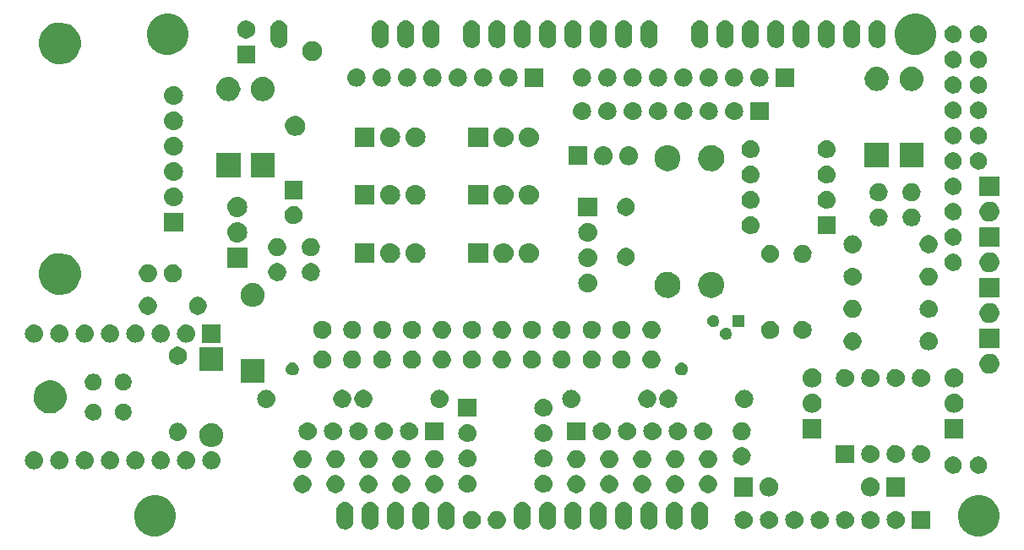
<source format=gts>
G04 #@! TF.FileFunction,Soldermask,Top*
%FSLAX46Y46*%
G04 Gerber Fmt 4.6, Leading zero omitted, Abs format (unit mm)*
G04 Created by KiCad (PCBNEW 4.0.6) date 09/24/17 01:01:51*
%MOMM*%
%LPD*%
G01*
G04 APERTURE LIST*
%ADD10C,0.100000*%
G04 APERTURE END LIST*
D10*
G36*
X105808535Y-112824877D02*
X106206204Y-112906507D01*
X106580457Y-113063828D01*
X106917019Y-113290842D01*
X107203077Y-113578904D01*
X107427734Y-113917042D01*
X107582437Y-114292377D01*
X107661221Y-114690267D01*
X107661221Y-114690277D01*
X107661288Y-114690616D01*
X107654814Y-115154308D01*
X107654737Y-115154646D01*
X107654737Y-115154654D01*
X107564873Y-115550190D01*
X107399754Y-115921056D01*
X107165739Y-116252791D01*
X106871748Y-116532756D01*
X106528977Y-116750285D01*
X106150485Y-116897092D01*
X105750687Y-116967588D01*
X105344805Y-116959085D01*
X104948308Y-116871911D01*
X104576292Y-116709380D01*
X104242935Y-116477692D01*
X103960926Y-116185663D01*
X103741010Y-115844419D01*
X103591561Y-115466954D01*
X103518277Y-115067662D01*
X103523945Y-114661733D01*
X103608351Y-114264634D01*
X103768278Y-113891496D01*
X103997637Y-113556525D01*
X104287689Y-113272486D01*
X104627390Y-113050192D01*
X105003798Y-112898113D01*
X105402571Y-112822043D01*
X105808535Y-112824877D01*
X105808535Y-112824877D01*
G37*
G36*
X188358535Y-112824877D02*
X188756204Y-112906507D01*
X189130457Y-113063828D01*
X189467019Y-113290842D01*
X189753077Y-113578904D01*
X189977734Y-113917042D01*
X190132437Y-114292377D01*
X190211221Y-114690267D01*
X190211221Y-114690277D01*
X190211288Y-114690616D01*
X190204814Y-115154308D01*
X190204737Y-115154646D01*
X190204737Y-115154654D01*
X190114873Y-115550190D01*
X189949754Y-115921056D01*
X189715739Y-116252791D01*
X189421748Y-116532756D01*
X189078977Y-116750285D01*
X188700485Y-116897092D01*
X188300687Y-116967588D01*
X187894805Y-116959085D01*
X187498308Y-116871911D01*
X187126292Y-116709380D01*
X186792935Y-116477692D01*
X186510926Y-116185663D01*
X186291010Y-115844419D01*
X186141561Y-115466954D01*
X186068277Y-115067662D01*
X186073945Y-114661733D01*
X186158351Y-114264634D01*
X186318278Y-113891496D01*
X186547637Y-113556525D01*
X186837689Y-113272486D01*
X187177390Y-113050192D01*
X187553798Y-112898113D01*
X187952571Y-112822043D01*
X188358535Y-112824877D01*
X188358535Y-112824877D01*
G37*
G36*
X124814704Y-113532996D02*
X124814709Y-113532998D01*
X124814751Y-113533002D01*
X124975758Y-113582842D01*
X125124019Y-113663006D01*
X125253885Y-113770441D01*
X125360411Y-113901054D01*
X125439538Y-114049871D01*
X125488253Y-114211222D01*
X125504700Y-114378963D01*
X125504700Y-115408271D01*
X125504631Y-115418238D01*
X125504630Y-115418244D01*
X125504616Y-115420295D01*
X125485828Y-115587790D01*
X125434865Y-115748445D01*
X125353668Y-115896143D01*
X125245329Y-116025256D01*
X125113976Y-116130867D01*
X124964610Y-116208953D01*
X124802923Y-116256540D01*
X124802881Y-116256544D01*
X124802877Y-116256545D01*
X124635073Y-116271817D01*
X124467496Y-116254204D01*
X124467491Y-116254202D01*
X124467449Y-116254198D01*
X124306442Y-116204358D01*
X124158181Y-116124194D01*
X124028315Y-116016759D01*
X123921789Y-115886146D01*
X123842662Y-115737329D01*
X123793947Y-115575978D01*
X123777500Y-115408237D01*
X123777500Y-114378929D01*
X123777569Y-114368962D01*
X123777570Y-114368956D01*
X123777584Y-114366905D01*
X123796372Y-114199410D01*
X123847335Y-114038755D01*
X123928532Y-113891057D01*
X124036871Y-113761944D01*
X124168224Y-113656333D01*
X124317590Y-113578247D01*
X124479277Y-113530660D01*
X124479319Y-113530656D01*
X124479323Y-113530655D01*
X124647127Y-113515383D01*
X124814704Y-113532996D01*
X124814704Y-113532996D01*
G37*
G36*
X127354704Y-113532996D02*
X127354709Y-113532998D01*
X127354751Y-113533002D01*
X127515758Y-113582842D01*
X127664019Y-113663006D01*
X127793885Y-113770441D01*
X127900411Y-113901054D01*
X127979538Y-114049871D01*
X128028253Y-114211222D01*
X128044700Y-114378963D01*
X128044700Y-115408271D01*
X128044631Y-115418238D01*
X128044630Y-115418244D01*
X128044616Y-115420295D01*
X128025828Y-115587790D01*
X127974865Y-115748445D01*
X127893668Y-115896143D01*
X127785329Y-116025256D01*
X127653976Y-116130867D01*
X127504610Y-116208953D01*
X127342923Y-116256540D01*
X127342881Y-116256544D01*
X127342877Y-116256545D01*
X127175073Y-116271817D01*
X127007496Y-116254204D01*
X127007491Y-116254202D01*
X127007449Y-116254198D01*
X126846442Y-116204358D01*
X126698181Y-116124194D01*
X126568315Y-116016759D01*
X126461789Y-115886146D01*
X126382662Y-115737329D01*
X126333947Y-115575978D01*
X126317500Y-115408237D01*
X126317500Y-114378929D01*
X126317569Y-114368962D01*
X126317570Y-114368956D01*
X126317584Y-114366905D01*
X126336372Y-114199410D01*
X126387335Y-114038755D01*
X126468532Y-113891057D01*
X126576871Y-113761944D01*
X126708224Y-113656333D01*
X126857590Y-113578247D01*
X127019277Y-113530660D01*
X127019319Y-113530656D01*
X127019323Y-113530655D01*
X127187127Y-113515383D01*
X127354704Y-113532996D01*
X127354704Y-113532996D01*
G37*
G36*
X150214704Y-113532996D02*
X150214709Y-113532998D01*
X150214751Y-113533002D01*
X150375758Y-113582842D01*
X150524019Y-113663006D01*
X150653885Y-113770441D01*
X150760411Y-113901054D01*
X150839538Y-114049871D01*
X150888253Y-114211222D01*
X150904700Y-114378963D01*
X150904700Y-115408271D01*
X150904631Y-115418238D01*
X150904630Y-115418244D01*
X150904616Y-115420295D01*
X150885828Y-115587790D01*
X150834865Y-115748445D01*
X150753668Y-115896143D01*
X150645329Y-116025256D01*
X150513976Y-116130867D01*
X150364610Y-116208953D01*
X150202923Y-116256540D01*
X150202881Y-116256544D01*
X150202877Y-116256545D01*
X150035073Y-116271817D01*
X149867496Y-116254204D01*
X149867491Y-116254202D01*
X149867449Y-116254198D01*
X149706442Y-116204358D01*
X149558181Y-116124194D01*
X149428315Y-116016759D01*
X149321789Y-115886146D01*
X149242662Y-115737329D01*
X149193947Y-115575978D01*
X149177500Y-115408237D01*
X149177500Y-114378929D01*
X149177569Y-114368962D01*
X149177570Y-114368956D01*
X149177584Y-114366905D01*
X149196372Y-114199410D01*
X149247335Y-114038755D01*
X149328532Y-113891057D01*
X149436871Y-113761944D01*
X149568224Y-113656333D01*
X149717590Y-113578247D01*
X149879277Y-113530660D01*
X149879319Y-113530656D01*
X149879323Y-113530655D01*
X150047127Y-113515383D01*
X150214704Y-113532996D01*
X150214704Y-113532996D01*
G37*
G36*
X132434704Y-113532996D02*
X132434709Y-113532998D01*
X132434751Y-113533002D01*
X132595758Y-113582842D01*
X132744019Y-113663006D01*
X132873885Y-113770441D01*
X132980411Y-113901054D01*
X133059538Y-114049871D01*
X133108253Y-114211222D01*
X133124700Y-114378963D01*
X133124700Y-115408271D01*
X133124631Y-115418238D01*
X133124630Y-115418244D01*
X133124616Y-115420295D01*
X133105828Y-115587790D01*
X133054865Y-115748445D01*
X132973668Y-115896143D01*
X132865329Y-116025256D01*
X132733976Y-116130867D01*
X132584610Y-116208953D01*
X132422923Y-116256540D01*
X132422881Y-116256544D01*
X132422877Y-116256545D01*
X132255073Y-116271817D01*
X132087496Y-116254204D01*
X132087491Y-116254202D01*
X132087449Y-116254198D01*
X131926442Y-116204358D01*
X131778181Y-116124194D01*
X131648315Y-116016759D01*
X131541789Y-115886146D01*
X131462662Y-115737329D01*
X131413947Y-115575978D01*
X131397500Y-115408237D01*
X131397500Y-114378929D01*
X131397569Y-114368962D01*
X131397570Y-114368956D01*
X131397584Y-114366905D01*
X131416372Y-114199410D01*
X131467335Y-114038755D01*
X131548532Y-113891057D01*
X131656871Y-113761944D01*
X131788224Y-113656333D01*
X131937590Y-113578247D01*
X132099277Y-113530660D01*
X132099319Y-113530656D01*
X132099323Y-113530655D01*
X132267127Y-113515383D01*
X132434704Y-113532996D01*
X132434704Y-113532996D01*
G37*
G36*
X129894704Y-113532996D02*
X129894709Y-113532998D01*
X129894751Y-113533002D01*
X130055758Y-113582842D01*
X130204019Y-113663006D01*
X130333885Y-113770441D01*
X130440411Y-113901054D01*
X130519538Y-114049871D01*
X130568253Y-114211222D01*
X130584700Y-114378963D01*
X130584700Y-115408271D01*
X130584631Y-115418238D01*
X130584630Y-115418244D01*
X130584616Y-115420295D01*
X130565828Y-115587790D01*
X130514865Y-115748445D01*
X130433668Y-115896143D01*
X130325329Y-116025256D01*
X130193976Y-116130867D01*
X130044610Y-116208953D01*
X129882923Y-116256540D01*
X129882881Y-116256544D01*
X129882877Y-116256545D01*
X129715073Y-116271817D01*
X129547496Y-116254204D01*
X129547491Y-116254202D01*
X129547449Y-116254198D01*
X129386442Y-116204358D01*
X129238181Y-116124194D01*
X129108315Y-116016759D01*
X129001789Y-115886146D01*
X128922662Y-115737329D01*
X128873947Y-115575978D01*
X128857500Y-115408237D01*
X128857500Y-114378929D01*
X128857569Y-114368962D01*
X128857570Y-114368956D01*
X128857584Y-114366905D01*
X128876372Y-114199410D01*
X128927335Y-114038755D01*
X129008532Y-113891057D01*
X129116871Y-113761944D01*
X129248224Y-113656333D01*
X129397590Y-113578247D01*
X129559277Y-113530660D01*
X129559319Y-113530656D01*
X129559323Y-113530655D01*
X129727127Y-113515383D01*
X129894704Y-113532996D01*
X129894704Y-113532996D01*
G37*
G36*
X134974704Y-113532996D02*
X134974709Y-113532998D01*
X134974751Y-113533002D01*
X135135758Y-113582842D01*
X135284019Y-113663006D01*
X135413885Y-113770441D01*
X135520411Y-113901054D01*
X135599538Y-114049871D01*
X135648253Y-114211222D01*
X135664700Y-114378963D01*
X135664700Y-115408271D01*
X135664631Y-115418238D01*
X135664630Y-115418244D01*
X135664616Y-115420295D01*
X135645828Y-115587790D01*
X135594865Y-115748445D01*
X135513668Y-115896143D01*
X135405329Y-116025256D01*
X135273976Y-116130867D01*
X135124610Y-116208953D01*
X134962923Y-116256540D01*
X134962881Y-116256544D01*
X134962877Y-116256545D01*
X134795073Y-116271817D01*
X134627496Y-116254204D01*
X134627491Y-116254202D01*
X134627449Y-116254198D01*
X134466442Y-116204358D01*
X134318181Y-116124194D01*
X134188315Y-116016759D01*
X134081789Y-115886146D01*
X134002662Y-115737329D01*
X133953947Y-115575978D01*
X133937500Y-115408237D01*
X133937500Y-114378929D01*
X133937569Y-114368962D01*
X133937570Y-114368956D01*
X133937584Y-114366905D01*
X133956372Y-114199410D01*
X134007335Y-114038755D01*
X134088532Y-113891057D01*
X134196871Y-113761944D01*
X134328224Y-113656333D01*
X134477590Y-113578247D01*
X134639277Y-113530660D01*
X134639319Y-113530656D01*
X134639323Y-113530655D01*
X134807127Y-113515383D01*
X134974704Y-113532996D01*
X134974704Y-113532996D01*
G37*
G36*
X142594704Y-113532996D02*
X142594709Y-113532998D01*
X142594751Y-113533002D01*
X142755758Y-113582842D01*
X142904019Y-113663006D01*
X143033885Y-113770441D01*
X143140411Y-113901054D01*
X143219538Y-114049871D01*
X143268253Y-114211222D01*
X143284700Y-114378963D01*
X143284700Y-115408271D01*
X143284631Y-115418238D01*
X143284630Y-115418244D01*
X143284616Y-115420295D01*
X143265828Y-115587790D01*
X143214865Y-115748445D01*
X143133668Y-115896143D01*
X143025329Y-116025256D01*
X142893976Y-116130867D01*
X142744610Y-116208953D01*
X142582923Y-116256540D01*
X142582881Y-116256544D01*
X142582877Y-116256545D01*
X142415073Y-116271817D01*
X142247496Y-116254204D01*
X142247491Y-116254202D01*
X142247449Y-116254198D01*
X142086442Y-116204358D01*
X141938181Y-116124194D01*
X141808315Y-116016759D01*
X141701789Y-115886146D01*
X141622662Y-115737329D01*
X141573947Y-115575978D01*
X141557500Y-115408237D01*
X141557500Y-114378929D01*
X141557569Y-114368962D01*
X141557570Y-114368956D01*
X141557584Y-114366905D01*
X141576372Y-114199410D01*
X141627335Y-114038755D01*
X141708532Y-113891057D01*
X141816871Y-113761944D01*
X141948224Y-113656333D01*
X142097590Y-113578247D01*
X142259277Y-113530660D01*
X142259319Y-113530656D01*
X142259323Y-113530655D01*
X142427127Y-113515383D01*
X142594704Y-113532996D01*
X142594704Y-113532996D01*
G37*
G36*
X147674704Y-113532996D02*
X147674709Y-113532998D01*
X147674751Y-113533002D01*
X147835758Y-113582842D01*
X147984019Y-113663006D01*
X148113885Y-113770441D01*
X148220411Y-113901054D01*
X148299538Y-114049871D01*
X148348253Y-114211222D01*
X148364700Y-114378963D01*
X148364700Y-115408271D01*
X148364631Y-115418238D01*
X148364630Y-115418244D01*
X148364616Y-115420295D01*
X148345828Y-115587790D01*
X148294865Y-115748445D01*
X148213668Y-115896143D01*
X148105329Y-116025256D01*
X147973976Y-116130867D01*
X147824610Y-116208953D01*
X147662923Y-116256540D01*
X147662881Y-116256544D01*
X147662877Y-116256545D01*
X147495073Y-116271817D01*
X147327496Y-116254204D01*
X147327491Y-116254202D01*
X147327449Y-116254198D01*
X147166442Y-116204358D01*
X147018181Y-116124194D01*
X146888315Y-116016759D01*
X146781789Y-115886146D01*
X146702662Y-115737329D01*
X146653947Y-115575978D01*
X146637500Y-115408237D01*
X146637500Y-114378929D01*
X146637569Y-114368962D01*
X146637570Y-114368956D01*
X146637584Y-114366905D01*
X146656372Y-114199410D01*
X146707335Y-114038755D01*
X146788532Y-113891057D01*
X146896871Y-113761944D01*
X147028224Y-113656333D01*
X147177590Y-113578247D01*
X147339277Y-113530660D01*
X147339319Y-113530656D01*
X147339323Y-113530655D01*
X147507127Y-113515383D01*
X147674704Y-113532996D01*
X147674704Y-113532996D01*
G37*
G36*
X145134704Y-113532996D02*
X145134709Y-113532998D01*
X145134751Y-113533002D01*
X145295758Y-113582842D01*
X145444019Y-113663006D01*
X145573885Y-113770441D01*
X145680411Y-113901054D01*
X145759538Y-114049871D01*
X145808253Y-114211222D01*
X145824700Y-114378963D01*
X145824700Y-115408271D01*
X145824631Y-115418238D01*
X145824630Y-115418244D01*
X145824616Y-115420295D01*
X145805828Y-115587790D01*
X145754865Y-115748445D01*
X145673668Y-115896143D01*
X145565329Y-116025256D01*
X145433976Y-116130867D01*
X145284610Y-116208953D01*
X145122923Y-116256540D01*
X145122881Y-116256544D01*
X145122877Y-116256545D01*
X144955073Y-116271817D01*
X144787496Y-116254204D01*
X144787491Y-116254202D01*
X144787449Y-116254198D01*
X144626442Y-116204358D01*
X144478181Y-116124194D01*
X144348315Y-116016759D01*
X144241789Y-115886146D01*
X144162662Y-115737329D01*
X144113947Y-115575978D01*
X144097500Y-115408237D01*
X144097500Y-114378929D01*
X144097569Y-114368962D01*
X144097570Y-114368956D01*
X144097584Y-114366905D01*
X144116372Y-114199410D01*
X144167335Y-114038755D01*
X144248532Y-113891057D01*
X144356871Y-113761944D01*
X144488224Y-113656333D01*
X144637590Y-113578247D01*
X144799277Y-113530660D01*
X144799319Y-113530656D01*
X144799323Y-113530655D01*
X144967127Y-113515383D01*
X145134704Y-113532996D01*
X145134704Y-113532996D01*
G37*
G36*
X160374704Y-113532996D02*
X160374709Y-113532998D01*
X160374751Y-113533002D01*
X160535758Y-113582842D01*
X160684019Y-113663006D01*
X160813885Y-113770441D01*
X160920411Y-113901054D01*
X160999538Y-114049871D01*
X161048253Y-114211222D01*
X161064700Y-114378963D01*
X161064700Y-115408271D01*
X161064631Y-115418238D01*
X161064630Y-115418244D01*
X161064616Y-115420295D01*
X161045828Y-115587790D01*
X160994865Y-115748445D01*
X160913668Y-115896143D01*
X160805329Y-116025256D01*
X160673976Y-116130867D01*
X160524610Y-116208953D01*
X160362923Y-116256540D01*
X160362881Y-116256544D01*
X160362877Y-116256545D01*
X160195073Y-116271817D01*
X160027496Y-116254204D01*
X160027491Y-116254202D01*
X160027449Y-116254198D01*
X159866442Y-116204358D01*
X159718181Y-116124194D01*
X159588315Y-116016759D01*
X159481789Y-115886146D01*
X159402662Y-115737329D01*
X159353947Y-115575978D01*
X159337500Y-115408237D01*
X159337500Y-114378929D01*
X159337569Y-114368962D01*
X159337570Y-114368956D01*
X159337584Y-114366905D01*
X159356372Y-114199410D01*
X159407335Y-114038755D01*
X159488532Y-113891057D01*
X159596871Y-113761944D01*
X159728224Y-113656333D01*
X159877590Y-113578247D01*
X160039277Y-113530660D01*
X160039319Y-113530656D01*
X160039323Y-113530655D01*
X160207127Y-113515383D01*
X160374704Y-113532996D01*
X160374704Y-113532996D01*
G37*
G36*
X157834704Y-113532996D02*
X157834709Y-113532998D01*
X157834751Y-113533002D01*
X157995758Y-113582842D01*
X158144019Y-113663006D01*
X158273885Y-113770441D01*
X158380411Y-113901054D01*
X158459538Y-114049871D01*
X158508253Y-114211222D01*
X158524700Y-114378963D01*
X158524700Y-115408271D01*
X158524631Y-115418238D01*
X158524630Y-115418244D01*
X158524616Y-115420295D01*
X158505828Y-115587790D01*
X158454865Y-115748445D01*
X158373668Y-115896143D01*
X158265329Y-116025256D01*
X158133976Y-116130867D01*
X157984610Y-116208953D01*
X157822923Y-116256540D01*
X157822881Y-116256544D01*
X157822877Y-116256545D01*
X157655073Y-116271817D01*
X157487496Y-116254204D01*
X157487491Y-116254202D01*
X157487449Y-116254198D01*
X157326442Y-116204358D01*
X157178181Y-116124194D01*
X157048315Y-116016759D01*
X156941789Y-115886146D01*
X156862662Y-115737329D01*
X156813947Y-115575978D01*
X156797500Y-115408237D01*
X156797500Y-114378929D01*
X156797569Y-114368962D01*
X156797570Y-114368956D01*
X156797584Y-114366905D01*
X156816372Y-114199410D01*
X156867335Y-114038755D01*
X156948532Y-113891057D01*
X157056871Y-113761944D01*
X157188224Y-113656333D01*
X157337590Y-113578247D01*
X157499277Y-113530660D01*
X157499319Y-113530656D01*
X157499323Y-113530655D01*
X157667127Y-113515383D01*
X157834704Y-113532996D01*
X157834704Y-113532996D01*
G37*
G36*
X155294704Y-113532996D02*
X155294709Y-113532998D01*
X155294751Y-113533002D01*
X155455758Y-113582842D01*
X155604019Y-113663006D01*
X155733885Y-113770441D01*
X155840411Y-113901054D01*
X155919538Y-114049871D01*
X155968253Y-114211222D01*
X155984700Y-114378963D01*
X155984700Y-115408271D01*
X155984631Y-115418238D01*
X155984630Y-115418244D01*
X155984616Y-115420295D01*
X155965828Y-115587790D01*
X155914865Y-115748445D01*
X155833668Y-115896143D01*
X155725329Y-116025256D01*
X155593976Y-116130867D01*
X155444610Y-116208953D01*
X155282923Y-116256540D01*
X155282881Y-116256544D01*
X155282877Y-116256545D01*
X155115073Y-116271817D01*
X154947496Y-116254204D01*
X154947491Y-116254202D01*
X154947449Y-116254198D01*
X154786442Y-116204358D01*
X154638181Y-116124194D01*
X154508315Y-116016759D01*
X154401789Y-115886146D01*
X154322662Y-115737329D01*
X154273947Y-115575978D01*
X154257500Y-115408237D01*
X154257500Y-114378929D01*
X154257569Y-114368962D01*
X154257570Y-114368956D01*
X154257584Y-114366905D01*
X154276372Y-114199410D01*
X154327335Y-114038755D01*
X154408532Y-113891057D01*
X154516871Y-113761944D01*
X154648224Y-113656333D01*
X154797590Y-113578247D01*
X154959277Y-113530660D01*
X154959319Y-113530656D01*
X154959323Y-113530655D01*
X155127127Y-113515383D01*
X155294704Y-113532996D01*
X155294704Y-113532996D01*
G37*
G36*
X152754704Y-113532996D02*
X152754709Y-113532998D01*
X152754751Y-113533002D01*
X152915758Y-113582842D01*
X153064019Y-113663006D01*
X153193885Y-113770441D01*
X153300411Y-113901054D01*
X153379538Y-114049871D01*
X153428253Y-114211222D01*
X153444700Y-114378963D01*
X153444700Y-115408271D01*
X153444631Y-115418238D01*
X153444630Y-115418244D01*
X153444616Y-115420295D01*
X153425828Y-115587790D01*
X153374865Y-115748445D01*
X153293668Y-115896143D01*
X153185329Y-116025256D01*
X153053976Y-116130867D01*
X152904610Y-116208953D01*
X152742923Y-116256540D01*
X152742881Y-116256544D01*
X152742877Y-116256545D01*
X152575073Y-116271817D01*
X152407496Y-116254204D01*
X152407491Y-116254202D01*
X152407449Y-116254198D01*
X152246442Y-116204358D01*
X152098181Y-116124194D01*
X151968315Y-116016759D01*
X151861789Y-115886146D01*
X151782662Y-115737329D01*
X151733947Y-115575978D01*
X151717500Y-115408237D01*
X151717500Y-114378929D01*
X151717569Y-114368962D01*
X151717570Y-114368956D01*
X151717584Y-114366905D01*
X151736372Y-114199410D01*
X151787335Y-114038755D01*
X151868532Y-113891057D01*
X151976871Y-113761944D01*
X152108224Y-113656333D01*
X152257590Y-113578247D01*
X152419277Y-113530660D01*
X152419319Y-113530656D01*
X152419323Y-113530655D01*
X152587127Y-113515383D01*
X152754704Y-113532996D01*
X152754704Y-113532996D01*
G37*
G36*
X137445203Y-114414999D02*
X137618397Y-114450551D01*
X137781401Y-114519071D01*
X137927985Y-114617944D01*
X138052573Y-114743404D01*
X138150418Y-114890674D01*
X138217798Y-115054149D01*
X138252071Y-115227239D01*
X138252071Y-115227255D01*
X138252138Y-115227594D01*
X138249318Y-115429547D01*
X138249242Y-115429881D01*
X138249242Y-115429894D01*
X138210147Y-115601970D01*
X138138233Y-115763492D01*
X138036310Y-115907976D01*
X137908267Y-116029910D01*
X137758977Y-116124652D01*
X137594131Y-116188591D01*
X137420007Y-116219294D01*
X137243230Y-116215591D01*
X137070540Y-116177623D01*
X136908514Y-116106835D01*
X136763328Y-116005928D01*
X136640503Y-115878739D01*
X136544721Y-115730114D01*
X136479630Y-115565713D01*
X136447713Y-115391811D01*
X136450181Y-115215014D01*
X136486944Y-115042063D01*
X136556596Y-114879549D01*
X136656491Y-114733657D01*
X136782818Y-114609948D01*
X136930771Y-114513131D01*
X137094710Y-114446895D01*
X137268388Y-114413765D01*
X137445203Y-114414999D01*
X137445203Y-114414999D01*
G37*
G36*
X139945203Y-114414999D02*
X140118397Y-114450551D01*
X140281401Y-114519071D01*
X140427985Y-114617944D01*
X140552573Y-114743404D01*
X140650418Y-114890674D01*
X140717798Y-115054149D01*
X140752071Y-115227239D01*
X140752071Y-115227255D01*
X140752138Y-115227594D01*
X140749318Y-115429547D01*
X140749242Y-115429881D01*
X140749242Y-115429894D01*
X140710147Y-115601970D01*
X140638233Y-115763492D01*
X140536310Y-115907976D01*
X140408267Y-116029910D01*
X140258977Y-116124652D01*
X140094131Y-116188591D01*
X139920007Y-116219294D01*
X139743230Y-116215591D01*
X139570540Y-116177623D01*
X139408514Y-116106835D01*
X139263328Y-116005928D01*
X139140503Y-115878739D01*
X139044721Y-115730114D01*
X138979630Y-115565713D01*
X138947713Y-115391811D01*
X138950181Y-115215014D01*
X138986944Y-115042063D01*
X139056596Y-114879549D01*
X139156491Y-114733657D01*
X139282818Y-114609948D01*
X139430771Y-114513131D01*
X139594710Y-114446895D01*
X139768388Y-114413765D01*
X139945203Y-114414999D01*
X139945203Y-114414999D01*
G37*
G36*
X183273600Y-116217600D02*
X181470400Y-116217600D01*
X181470400Y-114414400D01*
X183273600Y-114414400D01*
X183273600Y-116217600D01*
X183273600Y-116217600D01*
G37*
G36*
X177306895Y-114414473D02*
X177306901Y-114414474D01*
X177308950Y-114414488D01*
X177483815Y-114434102D01*
X177651540Y-114487308D01*
X177805736Y-114572078D01*
X177940531Y-114685184D01*
X178050789Y-114822317D01*
X178132311Y-114978255D01*
X178181992Y-115147057D01*
X178181995Y-115147093D01*
X178181998Y-115147102D01*
X178197942Y-115322292D01*
X178179553Y-115497245D01*
X178179551Y-115497250D01*
X178179547Y-115497292D01*
X178127514Y-115665384D01*
X178043822Y-115820168D01*
X177931660Y-115955749D01*
X177795300Y-116066962D01*
X177639935Y-116149571D01*
X177471484Y-116200429D01*
X177296362Y-116217600D01*
X177287604Y-116217600D01*
X177277105Y-116217527D01*
X177277099Y-116217526D01*
X177275050Y-116217512D01*
X177100185Y-116197898D01*
X176932460Y-116144692D01*
X176778264Y-116059922D01*
X176643469Y-115946816D01*
X176533211Y-115809683D01*
X176451689Y-115653745D01*
X176402008Y-115484943D01*
X176402005Y-115484907D01*
X176402002Y-115484898D01*
X176386058Y-115309708D01*
X176404447Y-115134755D01*
X176404449Y-115134750D01*
X176404453Y-115134708D01*
X176456486Y-114966616D01*
X176540178Y-114811832D01*
X176652340Y-114676251D01*
X176788700Y-114565038D01*
X176944065Y-114482429D01*
X177112516Y-114431571D01*
X177287638Y-114414400D01*
X177296396Y-114414400D01*
X177306895Y-114414473D01*
X177306895Y-114414473D01*
G37*
G36*
X174766895Y-114414473D02*
X174766901Y-114414474D01*
X174768950Y-114414488D01*
X174943815Y-114434102D01*
X175111540Y-114487308D01*
X175265736Y-114572078D01*
X175400531Y-114685184D01*
X175510789Y-114822317D01*
X175592311Y-114978255D01*
X175641992Y-115147057D01*
X175641995Y-115147093D01*
X175641998Y-115147102D01*
X175657942Y-115322292D01*
X175639553Y-115497245D01*
X175639551Y-115497250D01*
X175639547Y-115497292D01*
X175587514Y-115665384D01*
X175503822Y-115820168D01*
X175391660Y-115955749D01*
X175255300Y-116066962D01*
X175099935Y-116149571D01*
X174931484Y-116200429D01*
X174756362Y-116217600D01*
X174747604Y-116217600D01*
X174737105Y-116217527D01*
X174737099Y-116217526D01*
X174735050Y-116217512D01*
X174560185Y-116197898D01*
X174392460Y-116144692D01*
X174238264Y-116059922D01*
X174103469Y-115946816D01*
X173993211Y-115809683D01*
X173911689Y-115653745D01*
X173862008Y-115484943D01*
X173862005Y-115484907D01*
X173862002Y-115484898D01*
X173846058Y-115309708D01*
X173864447Y-115134755D01*
X173864449Y-115134750D01*
X173864453Y-115134708D01*
X173916486Y-114966616D01*
X174000178Y-114811832D01*
X174112340Y-114676251D01*
X174248700Y-114565038D01*
X174404065Y-114482429D01*
X174572516Y-114431571D01*
X174747638Y-114414400D01*
X174756396Y-114414400D01*
X174766895Y-114414473D01*
X174766895Y-114414473D01*
G37*
G36*
X172226895Y-114414473D02*
X172226901Y-114414474D01*
X172228950Y-114414488D01*
X172403815Y-114434102D01*
X172571540Y-114487308D01*
X172725736Y-114572078D01*
X172860531Y-114685184D01*
X172970789Y-114822317D01*
X173052311Y-114978255D01*
X173101992Y-115147057D01*
X173101995Y-115147093D01*
X173101998Y-115147102D01*
X173117942Y-115322292D01*
X173099553Y-115497245D01*
X173099551Y-115497250D01*
X173099547Y-115497292D01*
X173047514Y-115665384D01*
X172963822Y-115820168D01*
X172851660Y-115955749D01*
X172715300Y-116066962D01*
X172559935Y-116149571D01*
X172391484Y-116200429D01*
X172216362Y-116217600D01*
X172207604Y-116217600D01*
X172197105Y-116217527D01*
X172197099Y-116217526D01*
X172195050Y-116217512D01*
X172020185Y-116197898D01*
X171852460Y-116144692D01*
X171698264Y-116059922D01*
X171563469Y-115946816D01*
X171453211Y-115809683D01*
X171371689Y-115653745D01*
X171322008Y-115484943D01*
X171322005Y-115484907D01*
X171322002Y-115484898D01*
X171306058Y-115309708D01*
X171324447Y-115134755D01*
X171324449Y-115134750D01*
X171324453Y-115134708D01*
X171376486Y-114966616D01*
X171460178Y-114811832D01*
X171572340Y-114676251D01*
X171708700Y-114565038D01*
X171864065Y-114482429D01*
X172032516Y-114431571D01*
X172207638Y-114414400D01*
X172216396Y-114414400D01*
X172226895Y-114414473D01*
X172226895Y-114414473D01*
G37*
G36*
X169686895Y-114414473D02*
X169686901Y-114414474D01*
X169688950Y-114414488D01*
X169863815Y-114434102D01*
X170031540Y-114487308D01*
X170185736Y-114572078D01*
X170320531Y-114685184D01*
X170430789Y-114822317D01*
X170512311Y-114978255D01*
X170561992Y-115147057D01*
X170561995Y-115147093D01*
X170561998Y-115147102D01*
X170577942Y-115322292D01*
X170559553Y-115497245D01*
X170559551Y-115497250D01*
X170559547Y-115497292D01*
X170507514Y-115665384D01*
X170423822Y-115820168D01*
X170311660Y-115955749D01*
X170175300Y-116066962D01*
X170019935Y-116149571D01*
X169851484Y-116200429D01*
X169676362Y-116217600D01*
X169667604Y-116217600D01*
X169657105Y-116217527D01*
X169657099Y-116217526D01*
X169655050Y-116217512D01*
X169480185Y-116197898D01*
X169312460Y-116144692D01*
X169158264Y-116059922D01*
X169023469Y-115946816D01*
X168913211Y-115809683D01*
X168831689Y-115653745D01*
X168782008Y-115484943D01*
X168782005Y-115484907D01*
X168782002Y-115484898D01*
X168766058Y-115309708D01*
X168784447Y-115134755D01*
X168784449Y-115134750D01*
X168784453Y-115134708D01*
X168836486Y-114966616D01*
X168920178Y-114811832D01*
X169032340Y-114676251D01*
X169168700Y-114565038D01*
X169324065Y-114482429D01*
X169492516Y-114431571D01*
X169667638Y-114414400D01*
X169676396Y-114414400D01*
X169686895Y-114414473D01*
X169686895Y-114414473D01*
G37*
G36*
X167146895Y-114414473D02*
X167146901Y-114414474D01*
X167148950Y-114414488D01*
X167323815Y-114434102D01*
X167491540Y-114487308D01*
X167645736Y-114572078D01*
X167780531Y-114685184D01*
X167890789Y-114822317D01*
X167972311Y-114978255D01*
X168021992Y-115147057D01*
X168021995Y-115147093D01*
X168021998Y-115147102D01*
X168037942Y-115322292D01*
X168019553Y-115497245D01*
X168019551Y-115497250D01*
X168019547Y-115497292D01*
X167967514Y-115665384D01*
X167883822Y-115820168D01*
X167771660Y-115955749D01*
X167635300Y-116066962D01*
X167479935Y-116149571D01*
X167311484Y-116200429D01*
X167136362Y-116217600D01*
X167127604Y-116217600D01*
X167117105Y-116217527D01*
X167117099Y-116217526D01*
X167115050Y-116217512D01*
X166940185Y-116197898D01*
X166772460Y-116144692D01*
X166618264Y-116059922D01*
X166483469Y-115946816D01*
X166373211Y-115809683D01*
X166291689Y-115653745D01*
X166242008Y-115484943D01*
X166242005Y-115484907D01*
X166242002Y-115484898D01*
X166226058Y-115309708D01*
X166244447Y-115134755D01*
X166244449Y-115134750D01*
X166244453Y-115134708D01*
X166296486Y-114966616D01*
X166380178Y-114811832D01*
X166492340Y-114676251D01*
X166628700Y-114565038D01*
X166784065Y-114482429D01*
X166952516Y-114431571D01*
X167127638Y-114414400D01*
X167136396Y-114414400D01*
X167146895Y-114414473D01*
X167146895Y-114414473D01*
G37*
G36*
X164606895Y-114414473D02*
X164606901Y-114414474D01*
X164608950Y-114414488D01*
X164783815Y-114434102D01*
X164951540Y-114487308D01*
X165105736Y-114572078D01*
X165240531Y-114685184D01*
X165350789Y-114822317D01*
X165432311Y-114978255D01*
X165481992Y-115147057D01*
X165481995Y-115147093D01*
X165481998Y-115147102D01*
X165497942Y-115322292D01*
X165479553Y-115497245D01*
X165479551Y-115497250D01*
X165479547Y-115497292D01*
X165427514Y-115665384D01*
X165343822Y-115820168D01*
X165231660Y-115955749D01*
X165095300Y-116066962D01*
X164939935Y-116149571D01*
X164771484Y-116200429D01*
X164596362Y-116217600D01*
X164587604Y-116217600D01*
X164577105Y-116217527D01*
X164577099Y-116217526D01*
X164575050Y-116217512D01*
X164400185Y-116197898D01*
X164232460Y-116144692D01*
X164078264Y-116059922D01*
X163943469Y-115946816D01*
X163833211Y-115809683D01*
X163751689Y-115653745D01*
X163702008Y-115484943D01*
X163702005Y-115484907D01*
X163702002Y-115484898D01*
X163686058Y-115309708D01*
X163704447Y-115134755D01*
X163704449Y-115134750D01*
X163704453Y-115134708D01*
X163756486Y-114966616D01*
X163840178Y-114811832D01*
X163952340Y-114676251D01*
X164088700Y-114565038D01*
X164244065Y-114482429D01*
X164412516Y-114431571D01*
X164587638Y-114414400D01*
X164596396Y-114414400D01*
X164606895Y-114414473D01*
X164606895Y-114414473D01*
G37*
G36*
X179846895Y-114414473D02*
X179846901Y-114414474D01*
X179848950Y-114414488D01*
X180023815Y-114434102D01*
X180191540Y-114487308D01*
X180345736Y-114572078D01*
X180480531Y-114685184D01*
X180590789Y-114822317D01*
X180672311Y-114978255D01*
X180721992Y-115147057D01*
X180721995Y-115147093D01*
X180721998Y-115147102D01*
X180737942Y-115322292D01*
X180719553Y-115497245D01*
X180719551Y-115497250D01*
X180719547Y-115497292D01*
X180667514Y-115665384D01*
X180583822Y-115820168D01*
X180471660Y-115955749D01*
X180335300Y-116066962D01*
X180179935Y-116149571D01*
X180011484Y-116200429D01*
X179836362Y-116217600D01*
X179827604Y-116217600D01*
X179817105Y-116217527D01*
X179817099Y-116217526D01*
X179815050Y-116217512D01*
X179640185Y-116197898D01*
X179472460Y-116144692D01*
X179318264Y-116059922D01*
X179183469Y-115946816D01*
X179073211Y-115809683D01*
X178991689Y-115653745D01*
X178942008Y-115484943D01*
X178942005Y-115484907D01*
X178942002Y-115484898D01*
X178926058Y-115309708D01*
X178944447Y-115134755D01*
X178944449Y-115134750D01*
X178944453Y-115134708D01*
X178996486Y-114966616D01*
X179080178Y-114811832D01*
X179192340Y-114676251D01*
X179328700Y-114565038D01*
X179484065Y-114482429D01*
X179652516Y-114431571D01*
X179827638Y-114414400D01*
X179836396Y-114414400D01*
X179846895Y-114414473D01*
X179846895Y-114414473D01*
G37*
G36*
X167323299Y-111077226D02*
X167323304Y-111077228D01*
X167323346Y-111077232D01*
X167500760Y-111132151D01*
X167664128Y-111220484D01*
X167807228Y-111338866D01*
X167924608Y-111482789D01*
X168011798Y-111646769D01*
X168065477Y-111824563D01*
X168083600Y-112009396D01*
X168083600Y-112018637D01*
X168083522Y-112029834D01*
X168083521Y-112029840D01*
X168083507Y-112031890D01*
X168062805Y-112216453D01*
X168006649Y-112393479D01*
X167917178Y-112556227D01*
X167797800Y-112698496D01*
X167653061Y-112814869D01*
X167488476Y-112900912D01*
X167310312Y-112953349D01*
X167310276Y-112953352D01*
X167310267Y-112953355D01*
X167125360Y-112970183D01*
X166940701Y-112950774D01*
X166940696Y-112950772D01*
X166940654Y-112950768D01*
X166763240Y-112895849D01*
X166599872Y-112807516D01*
X166456772Y-112689134D01*
X166339392Y-112545211D01*
X166252202Y-112381231D01*
X166198523Y-112203437D01*
X166180400Y-112018604D01*
X166180400Y-112009396D01*
X166180424Y-112005966D01*
X166180478Y-111998166D01*
X166180479Y-111998160D01*
X166180493Y-111996110D01*
X166201195Y-111811547D01*
X166257351Y-111634521D01*
X166346822Y-111471773D01*
X166466200Y-111329504D01*
X166610939Y-111213131D01*
X166775524Y-111127088D01*
X166953688Y-111074651D01*
X166953724Y-111074648D01*
X166953733Y-111074645D01*
X167138640Y-111057817D01*
X167323299Y-111077226D01*
X167323299Y-111077226D01*
G37*
G36*
X177483299Y-111077226D02*
X177483304Y-111077228D01*
X177483346Y-111077232D01*
X177660760Y-111132151D01*
X177824128Y-111220484D01*
X177967228Y-111338866D01*
X178084608Y-111482789D01*
X178171798Y-111646769D01*
X178225477Y-111824563D01*
X178243600Y-112009396D01*
X178243600Y-112018637D01*
X178243522Y-112029834D01*
X178243521Y-112029840D01*
X178243507Y-112031890D01*
X178222805Y-112216453D01*
X178166649Y-112393479D01*
X178077178Y-112556227D01*
X177957800Y-112698496D01*
X177813061Y-112814869D01*
X177648476Y-112900912D01*
X177470312Y-112953349D01*
X177470276Y-112953352D01*
X177470267Y-112953355D01*
X177285360Y-112970183D01*
X177100701Y-112950774D01*
X177100696Y-112950772D01*
X177100654Y-112950768D01*
X176923240Y-112895849D01*
X176759872Y-112807516D01*
X176616772Y-112689134D01*
X176499392Y-112545211D01*
X176412202Y-112381231D01*
X176358523Y-112203437D01*
X176340400Y-112018604D01*
X176340400Y-112009396D01*
X176340424Y-112005966D01*
X176340478Y-111998166D01*
X176340479Y-111998160D01*
X176340493Y-111996110D01*
X176361195Y-111811547D01*
X176417351Y-111634521D01*
X176506822Y-111471773D01*
X176626200Y-111329504D01*
X176770939Y-111213131D01*
X176935524Y-111127088D01*
X177113688Y-111074651D01*
X177113724Y-111074648D01*
X177113733Y-111074645D01*
X177298640Y-111057817D01*
X177483299Y-111077226D01*
X177483299Y-111077226D01*
G37*
G36*
X165543600Y-112965600D02*
X163640400Y-112965600D01*
X163640400Y-111062400D01*
X165543600Y-111062400D01*
X165543600Y-112965600D01*
X165543600Y-112965600D01*
G37*
G36*
X180783600Y-112965600D02*
X178880400Y-112965600D01*
X178880400Y-111062400D01*
X180783600Y-111062400D01*
X180783600Y-112965600D01*
X180783600Y-112965600D01*
G37*
G36*
X127094703Y-110818999D02*
X127267897Y-110854551D01*
X127430901Y-110923071D01*
X127577485Y-111021944D01*
X127702073Y-111147404D01*
X127799918Y-111294674D01*
X127867298Y-111458149D01*
X127901571Y-111631239D01*
X127901571Y-111631255D01*
X127901638Y-111631594D01*
X127898818Y-111833547D01*
X127898742Y-111833881D01*
X127898742Y-111833894D01*
X127859647Y-112005970D01*
X127787733Y-112167492D01*
X127685810Y-112311976D01*
X127557767Y-112433910D01*
X127408477Y-112528652D01*
X127243631Y-112592591D01*
X127069507Y-112623294D01*
X126892730Y-112619591D01*
X126720040Y-112581623D01*
X126558014Y-112510835D01*
X126412828Y-112409928D01*
X126290003Y-112282739D01*
X126194221Y-112134114D01*
X126129130Y-111969713D01*
X126097213Y-111795811D01*
X126099681Y-111619014D01*
X126136444Y-111446063D01*
X126206096Y-111283549D01*
X126305991Y-111137657D01*
X126432318Y-111013948D01*
X126580271Y-110917131D01*
X126744210Y-110850895D01*
X126917888Y-110817765D01*
X127094703Y-110818999D01*
X127094703Y-110818999D01*
G37*
G36*
X123792703Y-110818999D02*
X123965897Y-110854551D01*
X124128901Y-110923071D01*
X124275485Y-111021944D01*
X124400073Y-111147404D01*
X124497918Y-111294674D01*
X124565298Y-111458149D01*
X124599571Y-111631239D01*
X124599571Y-111631255D01*
X124599638Y-111631594D01*
X124596818Y-111833547D01*
X124596742Y-111833881D01*
X124596742Y-111833894D01*
X124557647Y-112005970D01*
X124485733Y-112167492D01*
X124383810Y-112311976D01*
X124255767Y-112433910D01*
X124106477Y-112528652D01*
X123941631Y-112592591D01*
X123767507Y-112623294D01*
X123590730Y-112619591D01*
X123418040Y-112581623D01*
X123256014Y-112510835D01*
X123110828Y-112409928D01*
X122988003Y-112282739D01*
X122892221Y-112134114D01*
X122827130Y-111969713D01*
X122795213Y-111795811D01*
X122797681Y-111619014D01*
X122834444Y-111446063D01*
X122904096Y-111283549D01*
X123003991Y-111137657D01*
X123130318Y-111013948D01*
X123278271Y-110917131D01*
X123442210Y-110850895D01*
X123615888Y-110817765D01*
X123792703Y-110818999D01*
X123792703Y-110818999D01*
G37*
G36*
X130396703Y-110818999D02*
X130569897Y-110854551D01*
X130732901Y-110923071D01*
X130879485Y-111021944D01*
X131004073Y-111147404D01*
X131101918Y-111294674D01*
X131169298Y-111458149D01*
X131203571Y-111631239D01*
X131203571Y-111631255D01*
X131203638Y-111631594D01*
X131200818Y-111833547D01*
X131200742Y-111833881D01*
X131200742Y-111833894D01*
X131161647Y-112005970D01*
X131089733Y-112167492D01*
X130987810Y-112311976D01*
X130859767Y-112433910D01*
X130710477Y-112528652D01*
X130545631Y-112592591D01*
X130371507Y-112623294D01*
X130194730Y-112619591D01*
X130022040Y-112581623D01*
X129860014Y-112510835D01*
X129714828Y-112409928D01*
X129592003Y-112282739D01*
X129496221Y-112134114D01*
X129431130Y-111969713D01*
X129399213Y-111795811D01*
X129401681Y-111619014D01*
X129438444Y-111446063D01*
X129508096Y-111283549D01*
X129607991Y-111137657D01*
X129734318Y-111013948D01*
X129882271Y-110917131D01*
X130046210Y-110850895D01*
X130219888Y-110817765D01*
X130396703Y-110818999D01*
X130396703Y-110818999D01*
G37*
G36*
X133698703Y-110818999D02*
X133871897Y-110854551D01*
X134034901Y-110923071D01*
X134181485Y-111021944D01*
X134306073Y-111147404D01*
X134403918Y-111294674D01*
X134471298Y-111458149D01*
X134505571Y-111631239D01*
X134505571Y-111631255D01*
X134505638Y-111631594D01*
X134502818Y-111833547D01*
X134502742Y-111833881D01*
X134502742Y-111833894D01*
X134463647Y-112005970D01*
X134391733Y-112167492D01*
X134289810Y-112311976D01*
X134161767Y-112433910D01*
X134012477Y-112528652D01*
X133847631Y-112592591D01*
X133673507Y-112623294D01*
X133496730Y-112619591D01*
X133324040Y-112581623D01*
X133162014Y-112510835D01*
X133016828Y-112409928D01*
X132894003Y-112282739D01*
X132798221Y-112134114D01*
X132733130Y-111969713D01*
X132701213Y-111795811D01*
X132703681Y-111619014D01*
X132740444Y-111446063D01*
X132810096Y-111283549D01*
X132909991Y-111137657D01*
X133036318Y-111013948D01*
X133184271Y-110917131D01*
X133348210Y-110850895D01*
X133521888Y-110817765D01*
X133698703Y-110818999D01*
X133698703Y-110818999D01*
G37*
G36*
X147922703Y-110818999D02*
X148095897Y-110854551D01*
X148258901Y-110923071D01*
X148405485Y-111021944D01*
X148530073Y-111147404D01*
X148627918Y-111294674D01*
X148695298Y-111458149D01*
X148729571Y-111631239D01*
X148729571Y-111631255D01*
X148729638Y-111631594D01*
X148726818Y-111833547D01*
X148726742Y-111833881D01*
X148726742Y-111833894D01*
X148687647Y-112005970D01*
X148615733Y-112167492D01*
X148513810Y-112311976D01*
X148385767Y-112433910D01*
X148236477Y-112528652D01*
X148071631Y-112592591D01*
X147897507Y-112623294D01*
X147720730Y-112619591D01*
X147548040Y-112581623D01*
X147386014Y-112510835D01*
X147240828Y-112409928D01*
X147118003Y-112282739D01*
X147022221Y-112134114D01*
X146957130Y-111969713D01*
X146925213Y-111795811D01*
X146927681Y-111619014D01*
X146964444Y-111446063D01*
X147034096Y-111283549D01*
X147133991Y-111137657D01*
X147260318Y-111013948D01*
X147408271Y-110917131D01*
X147572210Y-110850895D01*
X147745888Y-110817765D01*
X147922703Y-110818999D01*
X147922703Y-110818999D01*
G37*
G36*
X151224703Y-110818999D02*
X151397897Y-110854551D01*
X151560901Y-110923071D01*
X151707485Y-111021944D01*
X151832073Y-111147404D01*
X151929918Y-111294674D01*
X151997298Y-111458149D01*
X152031571Y-111631239D01*
X152031571Y-111631255D01*
X152031638Y-111631594D01*
X152028818Y-111833547D01*
X152028742Y-111833881D01*
X152028742Y-111833894D01*
X151989647Y-112005970D01*
X151917733Y-112167492D01*
X151815810Y-112311976D01*
X151687767Y-112433910D01*
X151538477Y-112528652D01*
X151373631Y-112592591D01*
X151199507Y-112623294D01*
X151022730Y-112619591D01*
X150850040Y-112581623D01*
X150688014Y-112510835D01*
X150542828Y-112409928D01*
X150420003Y-112282739D01*
X150324221Y-112134114D01*
X150259130Y-111969713D01*
X150227213Y-111795811D01*
X150229681Y-111619014D01*
X150266444Y-111446063D01*
X150336096Y-111283549D01*
X150435991Y-111137657D01*
X150562318Y-111013948D01*
X150710271Y-110917131D01*
X150874210Y-110850895D01*
X151047888Y-110817765D01*
X151224703Y-110818999D01*
X151224703Y-110818999D01*
G37*
G36*
X154526703Y-110818999D02*
X154699897Y-110854551D01*
X154862901Y-110923071D01*
X155009485Y-111021944D01*
X155134073Y-111147404D01*
X155231918Y-111294674D01*
X155299298Y-111458149D01*
X155333571Y-111631239D01*
X155333571Y-111631255D01*
X155333638Y-111631594D01*
X155330818Y-111833547D01*
X155330742Y-111833881D01*
X155330742Y-111833894D01*
X155291647Y-112005970D01*
X155219733Y-112167492D01*
X155117810Y-112311976D01*
X154989767Y-112433910D01*
X154840477Y-112528652D01*
X154675631Y-112592591D01*
X154501507Y-112623294D01*
X154324730Y-112619591D01*
X154152040Y-112581623D01*
X153990014Y-112510835D01*
X153844828Y-112409928D01*
X153722003Y-112282739D01*
X153626221Y-112134114D01*
X153561130Y-111969713D01*
X153529213Y-111795811D01*
X153531681Y-111619014D01*
X153568444Y-111446063D01*
X153638096Y-111283549D01*
X153737991Y-111137657D01*
X153864318Y-111013948D01*
X154012271Y-110917131D01*
X154176210Y-110850895D01*
X154349888Y-110817765D01*
X154526703Y-110818999D01*
X154526703Y-110818999D01*
G37*
G36*
X157828703Y-110818999D02*
X158001897Y-110854551D01*
X158164901Y-110923071D01*
X158311485Y-111021944D01*
X158436073Y-111147404D01*
X158533918Y-111294674D01*
X158601298Y-111458149D01*
X158635571Y-111631239D01*
X158635571Y-111631255D01*
X158635638Y-111631594D01*
X158632818Y-111833547D01*
X158632742Y-111833881D01*
X158632742Y-111833894D01*
X158593647Y-112005970D01*
X158521733Y-112167492D01*
X158419810Y-112311976D01*
X158291767Y-112433910D01*
X158142477Y-112528652D01*
X157977631Y-112592591D01*
X157803507Y-112623294D01*
X157626730Y-112619591D01*
X157454040Y-112581623D01*
X157292014Y-112510835D01*
X157146828Y-112409928D01*
X157024003Y-112282739D01*
X156928221Y-112134114D01*
X156863130Y-111969713D01*
X156831213Y-111795811D01*
X156833681Y-111619014D01*
X156870444Y-111446063D01*
X156940096Y-111283549D01*
X157039991Y-111137657D01*
X157166318Y-111013948D01*
X157314271Y-110917131D01*
X157478210Y-110850895D01*
X157651888Y-110817765D01*
X157828703Y-110818999D01*
X157828703Y-110818999D01*
G37*
G36*
X161130703Y-110818999D02*
X161303897Y-110854551D01*
X161466901Y-110923071D01*
X161613485Y-111021944D01*
X161738073Y-111147404D01*
X161835918Y-111294674D01*
X161903298Y-111458149D01*
X161937571Y-111631239D01*
X161937571Y-111631255D01*
X161937638Y-111631594D01*
X161934818Y-111833547D01*
X161934742Y-111833881D01*
X161934742Y-111833894D01*
X161895647Y-112005970D01*
X161823733Y-112167492D01*
X161721810Y-112311976D01*
X161593767Y-112433910D01*
X161444477Y-112528652D01*
X161279631Y-112592591D01*
X161105507Y-112623294D01*
X160928730Y-112619591D01*
X160756040Y-112581623D01*
X160594014Y-112510835D01*
X160448828Y-112409928D01*
X160326003Y-112282739D01*
X160230221Y-112134114D01*
X160165130Y-111969713D01*
X160133213Y-111795811D01*
X160135681Y-111619014D01*
X160172444Y-111446063D01*
X160242096Y-111283549D01*
X160341991Y-111137657D01*
X160468318Y-111013948D01*
X160616271Y-110917131D01*
X160780210Y-110850895D01*
X160953888Y-110817765D01*
X161130703Y-110818999D01*
X161130703Y-110818999D01*
G37*
G36*
X120490703Y-110818999D02*
X120663897Y-110854551D01*
X120826901Y-110923071D01*
X120973485Y-111021944D01*
X121098073Y-111147404D01*
X121195918Y-111294674D01*
X121263298Y-111458149D01*
X121297571Y-111631239D01*
X121297571Y-111631255D01*
X121297638Y-111631594D01*
X121294818Y-111833547D01*
X121294742Y-111833881D01*
X121294742Y-111833894D01*
X121255647Y-112005970D01*
X121183733Y-112167492D01*
X121081810Y-112311976D01*
X120953767Y-112433910D01*
X120804477Y-112528652D01*
X120639631Y-112592591D01*
X120465507Y-112623294D01*
X120288730Y-112619591D01*
X120116040Y-112581623D01*
X119954014Y-112510835D01*
X119808828Y-112409928D01*
X119686003Y-112282739D01*
X119590221Y-112134114D01*
X119525130Y-111969713D01*
X119493213Y-111795811D01*
X119495681Y-111619014D01*
X119532444Y-111446063D01*
X119602096Y-111283549D01*
X119701991Y-111137657D01*
X119828318Y-111013948D01*
X119976271Y-110917131D01*
X120140210Y-110850895D01*
X120313888Y-110817765D01*
X120490703Y-110818999D01*
X120490703Y-110818999D01*
G37*
G36*
X144540895Y-110794973D02*
X144540901Y-110794974D01*
X144542950Y-110794988D01*
X144717815Y-110814602D01*
X144885540Y-110867808D01*
X145039736Y-110952578D01*
X145174531Y-111065684D01*
X145284789Y-111202817D01*
X145366311Y-111358755D01*
X145415992Y-111527557D01*
X145415995Y-111527593D01*
X145415998Y-111527602D01*
X145431942Y-111702792D01*
X145413553Y-111877745D01*
X145413551Y-111877750D01*
X145413547Y-111877792D01*
X145361514Y-112045884D01*
X145277822Y-112200668D01*
X145165660Y-112336249D01*
X145029300Y-112447462D01*
X144873935Y-112530071D01*
X144705484Y-112580929D01*
X144530362Y-112598100D01*
X144521604Y-112598100D01*
X144511105Y-112598027D01*
X144511099Y-112598026D01*
X144509050Y-112598012D01*
X144334185Y-112578398D01*
X144166460Y-112525192D01*
X144012264Y-112440422D01*
X143877469Y-112327316D01*
X143767211Y-112190183D01*
X143685689Y-112034245D01*
X143636008Y-111865443D01*
X143636005Y-111865407D01*
X143636002Y-111865398D01*
X143620058Y-111690208D01*
X143638447Y-111515255D01*
X143638449Y-111515250D01*
X143638453Y-111515208D01*
X143690486Y-111347116D01*
X143774178Y-111192332D01*
X143886340Y-111056751D01*
X144022700Y-110945538D01*
X144178065Y-110862929D01*
X144346516Y-110812071D01*
X144521638Y-110794900D01*
X144530396Y-110794900D01*
X144540895Y-110794973D01*
X144540895Y-110794973D01*
G37*
G36*
X136920895Y-110794973D02*
X136920901Y-110794974D01*
X136922950Y-110794988D01*
X137097815Y-110814602D01*
X137265540Y-110867808D01*
X137419736Y-110952578D01*
X137554531Y-111065684D01*
X137664789Y-111202817D01*
X137746311Y-111358755D01*
X137795992Y-111527557D01*
X137795995Y-111527593D01*
X137795998Y-111527602D01*
X137811942Y-111702792D01*
X137793553Y-111877745D01*
X137793551Y-111877750D01*
X137793547Y-111877792D01*
X137741514Y-112045884D01*
X137657822Y-112200668D01*
X137545660Y-112336249D01*
X137409300Y-112447462D01*
X137253935Y-112530071D01*
X137085484Y-112580929D01*
X136910362Y-112598100D01*
X136901604Y-112598100D01*
X136891105Y-112598027D01*
X136891099Y-112598026D01*
X136889050Y-112598012D01*
X136714185Y-112578398D01*
X136546460Y-112525192D01*
X136392264Y-112440422D01*
X136257469Y-112327316D01*
X136147211Y-112190183D01*
X136065689Y-112034245D01*
X136016008Y-111865443D01*
X136016005Y-111865407D01*
X136016002Y-111865398D01*
X136000058Y-111690208D01*
X136018447Y-111515255D01*
X136018449Y-111515250D01*
X136018453Y-111515208D01*
X136070486Y-111347116D01*
X136154178Y-111192332D01*
X136266340Y-111056751D01*
X136402700Y-110945538D01*
X136558065Y-110862929D01*
X136726516Y-110812071D01*
X136901638Y-110794900D01*
X136910396Y-110794900D01*
X136920895Y-110794973D01*
X136920895Y-110794973D01*
G37*
G36*
X185523612Y-108949400D02*
X185691811Y-108950573D01*
X185857706Y-108984627D01*
X186013839Y-109050260D01*
X186154242Y-109144963D01*
X186273582Y-109265137D01*
X186367305Y-109406203D01*
X186431844Y-109562786D01*
X186464669Y-109728565D01*
X186464669Y-109728576D01*
X186464737Y-109728920D01*
X186462036Y-109922362D01*
X186461959Y-109922700D01*
X186461959Y-109922708D01*
X186424515Y-110087517D01*
X186355632Y-110242232D01*
X186258005Y-110380625D01*
X186135359Y-110497420D01*
X185992363Y-110588168D01*
X185834461Y-110649414D01*
X185667677Y-110678823D01*
X185498352Y-110675276D01*
X185332940Y-110638908D01*
X185177743Y-110571104D01*
X185038676Y-110474450D01*
X184921028Y-110352621D01*
X184829283Y-110210261D01*
X184766935Y-110052789D01*
X184736363Y-109886215D01*
X184738727Y-109716871D01*
X184773941Y-109551208D01*
X184840657Y-109395544D01*
X184936342Y-109255801D01*
X185057344Y-109137307D01*
X185199061Y-109044570D01*
X185356091Y-108981125D01*
X185522451Y-108949392D01*
X185523612Y-108949400D01*
X185523612Y-108949400D01*
G37*
G36*
X188063612Y-108949400D02*
X188231811Y-108950573D01*
X188397706Y-108984627D01*
X188553839Y-109050260D01*
X188694242Y-109144963D01*
X188813582Y-109265137D01*
X188907305Y-109406203D01*
X188971844Y-109562786D01*
X189004669Y-109728565D01*
X189004669Y-109728576D01*
X189004737Y-109728920D01*
X189002036Y-109922362D01*
X189001959Y-109922700D01*
X189001959Y-109922708D01*
X188964515Y-110087517D01*
X188895632Y-110242232D01*
X188798005Y-110380625D01*
X188675359Y-110497420D01*
X188532363Y-110588168D01*
X188374461Y-110649414D01*
X188207677Y-110678823D01*
X188038352Y-110675276D01*
X187872940Y-110638908D01*
X187717743Y-110571104D01*
X187578676Y-110474450D01*
X187461028Y-110352621D01*
X187369283Y-110210261D01*
X187306935Y-110052789D01*
X187276363Y-109886215D01*
X187278727Y-109716871D01*
X187313941Y-109551208D01*
X187380657Y-109395544D01*
X187476342Y-109255801D01*
X187597344Y-109137307D01*
X187739061Y-109044570D01*
X187896091Y-108981125D01*
X188062451Y-108949392D01*
X188063612Y-108949400D01*
X188063612Y-108949400D01*
G37*
G36*
X111433245Y-108459447D02*
X111433250Y-108459449D01*
X111433292Y-108459453D01*
X111601384Y-108511486D01*
X111756168Y-108595178D01*
X111891749Y-108707340D01*
X112002962Y-108843700D01*
X112085571Y-108999065D01*
X112136429Y-109167516D01*
X112153600Y-109342638D01*
X112153600Y-109351396D01*
X112153527Y-109361895D01*
X112153526Y-109361901D01*
X112153512Y-109363950D01*
X112133898Y-109538815D01*
X112080692Y-109706540D01*
X111995922Y-109860736D01*
X111882816Y-109995531D01*
X111745683Y-110105789D01*
X111589745Y-110187311D01*
X111420943Y-110236992D01*
X111420907Y-110236995D01*
X111420898Y-110236998D01*
X111245708Y-110252942D01*
X111070755Y-110234553D01*
X111070750Y-110234551D01*
X111070708Y-110234547D01*
X110902616Y-110182514D01*
X110747832Y-110098822D01*
X110612251Y-109986660D01*
X110501038Y-109850300D01*
X110418429Y-109694935D01*
X110367571Y-109526484D01*
X110350400Y-109351362D01*
X110350400Y-109342604D01*
X110350473Y-109332105D01*
X110350474Y-109332099D01*
X110350488Y-109330050D01*
X110370102Y-109155185D01*
X110423308Y-108987460D01*
X110508078Y-108833264D01*
X110621184Y-108698469D01*
X110758317Y-108588211D01*
X110914255Y-108506689D01*
X111083057Y-108457008D01*
X111083093Y-108457005D01*
X111083102Y-108457002D01*
X111258292Y-108441058D01*
X111433245Y-108459447D01*
X111433245Y-108459447D01*
G37*
G36*
X93653245Y-108459447D02*
X93653250Y-108459449D01*
X93653292Y-108459453D01*
X93821384Y-108511486D01*
X93976168Y-108595178D01*
X94111749Y-108707340D01*
X94222962Y-108843700D01*
X94305571Y-108999065D01*
X94356429Y-109167516D01*
X94373600Y-109342638D01*
X94373600Y-109351396D01*
X94373527Y-109361895D01*
X94373526Y-109361901D01*
X94373512Y-109363950D01*
X94353898Y-109538815D01*
X94300692Y-109706540D01*
X94215922Y-109860736D01*
X94102816Y-109995531D01*
X93965683Y-110105789D01*
X93809745Y-110187311D01*
X93640943Y-110236992D01*
X93640907Y-110236995D01*
X93640898Y-110236998D01*
X93465708Y-110252942D01*
X93290755Y-110234553D01*
X93290750Y-110234551D01*
X93290708Y-110234547D01*
X93122616Y-110182514D01*
X92967832Y-110098822D01*
X92832251Y-109986660D01*
X92721038Y-109850300D01*
X92638429Y-109694935D01*
X92587571Y-109526484D01*
X92570400Y-109351362D01*
X92570400Y-109342604D01*
X92570473Y-109332105D01*
X92570474Y-109332099D01*
X92570488Y-109330050D01*
X92590102Y-109155185D01*
X92643308Y-108987460D01*
X92728078Y-108833264D01*
X92841184Y-108698469D01*
X92978317Y-108588211D01*
X93134255Y-108506689D01*
X93303057Y-108457008D01*
X93303093Y-108457005D01*
X93303102Y-108457002D01*
X93478292Y-108441058D01*
X93653245Y-108459447D01*
X93653245Y-108459447D01*
G37*
G36*
X108893245Y-108459447D02*
X108893250Y-108459449D01*
X108893292Y-108459453D01*
X109061384Y-108511486D01*
X109216168Y-108595178D01*
X109351749Y-108707340D01*
X109462962Y-108843700D01*
X109545571Y-108999065D01*
X109596429Y-109167516D01*
X109613600Y-109342638D01*
X109613600Y-109351396D01*
X109613527Y-109361895D01*
X109613526Y-109361901D01*
X109613512Y-109363950D01*
X109593898Y-109538815D01*
X109540692Y-109706540D01*
X109455922Y-109860736D01*
X109342816Y-109995531D01*
X109205683Y-110105789D01*
X109049745Y-110187311D01*
X108880943Y-110236992D01*
X108880907Y-110236995D01*
X108880898Y-110236998D01*
X108705708Y-110252942D01*
X108530755Y-110234553D01*
X108530750Y-110234551D01*
X108530708Y-110234547D01*
X108362616Y-110182514D01*
X108207832Y-110098822D01*
X108072251Y-109986660D01*
X107961038Y-109850300D01*
X107878429Y-109694935D01*
X107827571Y-109526484D01*
X107810400Y-109351362D01*
X107810400Y-109342604D01*
X107810473Y-109332105D01*
X107810474Y-109332099D01*
X107810488Y-109330050D01*
X107830102Y-109155185D01*
X107883308Y-108987460D01*
X107968078Y-108833264D01*
X108081184Y-108698469D01*
X108218317Y-108588211D01*
X108374255Y-108506689D01*
X108543057Y-108457008D01*
X108543093Y-108457005D01*
X108543102Y-108457002D01*
X108718292Y-108441058D01*
X108893245Y-108459447D01*
X108893245Y-108459447D01*
G37*
G36*
X106353245Y-108459447D02*
X106353250Y-108459449D01*
X106353292Y-108459453D01*
X106521384Y-108511486D01*
X106676168Y-108595178D01*
X106811749Y-108707340D01*
X106922962Y-108843700D01*
X107005571Y-108999065D01*
X107056429Y-109167516D01*
X107073600Y-109342638D01*
X107073600Y-109351396D01*
X107073527Y-109361895D01*
X107073526Y-109361901D01*
X107073512Y-109363950D01*
X107053898Y-109538815D01*
X107000692Y-109706540D01*
X106915922Y-109860736D01*
X106802816Y-109995531D01*
X106665683Y-110105789D01*
X106509745Y-110187311D01*
X106340943Y-110236992D01*
X106340907Y-110236995D01*
X106340898Y-110236998D01*
X106165708Y-110252942D01*
X105990755Y-110234553D01*
X105990750Y-110234551D01*
X105990708Y-110234547D01*
X105822616Y-110182514D01*
X105667832Y-110098822D01*
X105532251Y-109986660D01*
X105421038Y-109850300D01*
X105338429Y-109694935D01*
X105287571Y-109526484D01*
X105270400Y-109351362D01*
X105270400Y-109342604D01*
X105270473Y-109332105D01*
X105270474Y-109332099D01*
X105270488Y-109330050D01*
X105290102Y-109155185D01*
X105343308Y-108987460D01*
X105428078Y-108833264D01*
X105541184Y-108698469D01*
X105678317Y-108588211D01*
X105834255Y-108506689D01*
X106003057Y-108457008D01*
X106003093Y-108457005D01*
X106003102Y-108457002D01*
X106178292Y-108441058D01*
X106353245Y-108459447D01*
X106353245Y-108459447D01*
G37*
G36*
X98733245Y-108459447D02*
X98733250Y-108459449D01*
X98733292Y-108459453D01*
X98901384Y-108511486D01*
X99056168Y-108595178D01*
X99191749Y-108707340D01*
X99302962Y-108843700D01*
X99385571Y-108999065D01*
X99436429Y-109167516D01*
X99453600Y-109342638D01*
X99453600Y-109351396D01*
X99453527Y-109361895D01*
X99453526Y-109361901D01*
X99453512Y-109363950D01*
X99433898Y-109538815D01*
X99380692Y-109706540D01*
X99295922Y-109860736D01*
X99182816Y-109995531D01*
X99045683Y-110105789D01*
X98889745Y-110187311D01*
X98720943Y-110236992D01*
X98720907Y-110236995D01*
X98720898Y-110236998D01*
X98545708Y-110252942D01*
X98370755Y-110234553D01*
X98370750Y-110234551D01*
X98370708Y-110234547D01*
X98202616Y-110182514D01*
X98047832Y-110098822D01*
X97912251Y-109986660D01*
X97801038Y-109850300D01*
X97718429Y-109694935D01*
X97667571Y-109526484D01*
X97650400Y-109351362D01*
X97650400Y-109342604D01*
X97650473Y-109332105D01*
X97650474Y-109332099D01*
X97650488Y-109330050D01*
X97670102Y-109155185D01*
X97723308Y-108987460D01*
X97808078Y-108833264D01*
X97921184Y-108698469D01*
X98058317Y-108588211D01*
X98214255Y-108506689D01*
X98383057Y-108457008D01*
X98383093Y-108457005D01*
X98383102Y-108457002D01*
X98558292Y-108441058D01*
X98733245Y-108459447D01*
X98733245Y-108459447D01*
G37*
G36*
X103813245Y-108459447D02*
X103813250Y-108459449D01*
X103813292Y-108459453D01*
X103981384Y-108511486D01*
X104136168Y-108595178D01*
X104271749Y-108707340D01*
X104382962Y-108843700D01*
X104465571Y-108999065D01*
X104516429Y-109167516D01*
X104533600Y-109342638D01*
X104533600Y-109351396D01*
X104533527Y-109361895D01*
X104533526Y-109361901D01*
X104533512Y-109363950D01*
X104513898Y-109538815D01*
X104460692Y-109706540D01*
X104375922Y-109860736D01*
X104262816Y-109995531D01*
X104125683Y-110105789D01*
X103969745Y-110187311D01*
X103800943Y-110236992D01*
X103800907Y-110236995D01*
X103800898Y-110236998D01*
X103625708Y-110252942D01*
X103450755Y-110234553D01*
X103450750Y-110234551D01*
X103450708Y-110234547D01*
X103282616Y-110182514D01*
X103127832Y-110098822D01*
X102992251Y-109986660D01*
X102881038Y-109850300D01*
X102798429Y-109694935D01*
X102747571Y-109526484D01*
X102730400Y-109351362D01*
X102730400Y-109342604D01*
X102730473Y-109332105D01*
X102730474Y-109332099D01*
X102730488Y-109330050D01*
X102750102Y-109155185D01*
X102803308Y-108987460D01*
X102888078Y-108833264D01*
X103001184Y-108698469D01*
X103138317Y-108588211D01*
X103294255Y-108506689D01*
X103463057Y-108457008D01*
X103463093Y-108457005D01*
X103463102Y-108457002D01*
X103638292Y-108441058D01*
X103813245Y-108459447D01*
X103813245Y-108459447D01*
G37*
G36*
X101273245Y-108459447D02*
X101273250Y-108459449D01*
X101273292Y-108459453D01*
X101441384Y-108511486D01*
X101596168Y-108595178D01*
X101731749Y-108707340D01*
X101842962Y-108843700D01*
X101925571Y-108999065D01*
X101976429Y-109167516D01*
X101993600Y-109342638D01*
X101993600Y-109351396D01*
X101993527Y-109361895D01*
X101993526Y-109361901D01*
X101993512Y-109363950D01*
X101973898Y-109538815D01*
X101920692Y-109706540D01*
X101835922Y-109860736D01*
X101722816Y-109995531D01*
X101585683Y-110105789D01*
X101429745Y-110187311D01*
X101260943Y-110236992D01*
X101260907Y-110236995D01*
X101260898Y-110236998D01*
X101085708Y-110252942D01*
X100910755Y-110234553D01*
X100910750Y-110234551D01*
X100910708Y-110234547D01*
X100742616Y-110182514D01*
X100587832Y-110098822D01*
X100452251Y-109986660D01*
X100341038Y-109850300D01*
X100258429Y-109694935D01*
X100207571Y-109526484D01*
X100190400Y-109351362D01*
X100190400Y-109342604D01*
X100190473Y-109332105D01*
X100190474Y-109332099D01*
X100190488Y-109330050D01*
X100210102Y-109155185D01*
X100263308Y-108987460D01*
X100348078Y-108833264D01*
X100461184Y-108698469D01*
X100598317Y-108588211D01*
X100754255Y-108506689D01*
X100923057Y-108457008D01*
X100923093Y-108457005D01*
X100923102Y-108457002D01*
X101098292Y-108441058D01*
X101273245Y-108459447D01*
X101273245Y-108459447D01*
G37*
G36*
X96193245Y-108459447D02*
X96193250Y-108459449D01*
X96193292Y-108459453D01*
X96361384Y-108511486D01*
X96516168Y-108595178D01*
X96651749Y-108707340D01*
X96762962Y-108843700D01*
X96845571Y-108999065D01*
X96896429Y-109167516D01*
X96913600Y-109342638D01*
X96913600Y-109351396D01*
X96913527Y-109361895D01*
X96913526Y-109361901D01*
X96913512Y-109363950D01*
X96893898Y-109538815D01*
X96840692Y-109706540D01*
X96755922Y-109860736D01*
X96642816Y-109995531D01*
X96505683Y-110105789D01*
X96349745Y-110187311D01*
X96180943Y-110236992D01*
X96180907Y-110236995D01*
X96180898Y-110236998D01*
X96005708Y-110252942D01*
X95830755Y-110234553D01*
X95830750Y-110234551D01*
X95830708Y-110234547D01*
X95662616Y-110182514D01*
X95507832Y-110098822D01*
X95372251Y-109986660D01*
X95261038Y-109850300D01*
X95178429Y-109694935D01*
X95127571Y-109526484D01*
X95110400Y-109351362D01*
X95110400Y-109342604D01*
X95110473Y-109332105D01*
X95110474Y-109332099D01*
X95110488Y-109330050D01*
X95130102Y-109155185D01*
X95183308Y-108987460D01*
X95268078Y-108833264D01*
X95381184Y-108698469D01*
X95518317Y-108588211D01*
X95674255Y-108506689D01*
X95843057Y-108457008D01*
X95843093Y-108457005D01*
X95843102Y-108457002D01*
X96018292Y-108441058D01*
X96193245Y-108459447D01*
X96193245Y-108459447D01*
G37*
G36*
X120490703Y-108318999D02*
X120663897Y-108354551D01*
X120826901Y-108423071D01*
X120973485Y-108521944D01*
X121098073Y-108647404D01*
X121195918Y-108794674D01*
X121263298Y-108958149D01*
X121297571Y-109131239D01*
X121297571Y-109131255D01*
X121297638Y-109131594D01*
X121294818Y-109333547D01*
X121294742Y-109333881D01*
X121294742Y-109333894D01*
X121255647Y-109505970D01*
X121183733Y-109667492D01*
X121081810Y-109811976D01*
X120953767Y-109933910D01*
X120804477Y-110028652D01*
X120639631Y-110092591D01*
X120465507Y-110123294D01*
X120288730Y-110119591D01*
X120116040Y-110081623D01*
X119954014Y-110010835D01*
X119808828Y-109909928D01*
X119686003Y-109782739D01*
X119590221Y-109634114D01*
X119525130Y-109469713D01*
X119493213Y-109295811D01*
X119495681Y-109119014D01*
X119532444Y-108946063D01*
X119602096Y-108783549D01*
X119701991Y-108637657D01*
X119828318Y-108513948D01*
X119976271Y-108417131D01*
X120140210Y-108350895D01*
X120313888Y-108317765D01*
X120490703Y-108318999D01*
X120490703Y-108318999D01*
G37*
G36*
X161130703Y-108318999D02*
X161303897Y-108354551D01*
X161466901Y-108423071D01*
X161613485Y-108521944D01*
X161738073Y-108647404D01*
X161835918Y-108794674D01*
X161903298Y-108958149D01*
X161937571Y-109131239D01*
X161937571Y-109131255D01*
X161937638Y-109131594D01*
X161934818Y-109333547D01*
X161934742Y-109333881D01*
X161934742Y-109333894D01*
X161895647Y-109505970D01*
X161823733Y-109667492D01*
X161721810Y-109811976D01*
X161593767Y-109933910D01*
X161444477Y-110028652D01*
X161279631Y-110092591D01*
X161105507Y-110123294D01*
X160928730Y-110119591D01*
X160756040Y-110081623D01*
X160594014Y-110010835D01*
X160448828Y-109909928D01*
X160326003Y-109782739D01*
X160230221Y-109634114D01*
X160165130Y-109469713D01*
X160133213Y-109295811D01*
X160135681Y-109119014D01*
X160172444Y-108946063D01*
X160242096Y-108783549D01*
X160341991Y-108637657D01*
X160468318Y-108513948D01*
X160616271Y-108417131D01*
X160780210Y-108350895D01*
X160953888Y-108317765D01*
X161130703Y-108318999D01*
X161130703Y-108318999D01*
G37*
G36*
X157828703Y-108318999D02*
X158001897Y-108354551D01*
X158164901Y-108423071D01*
X158311485Y-108521944D01*
X158436073Y-108647404D01*
X158533918Y-108794674D01*
X158601298Y-108958149D01*
X158635571Y-109131239D01*
X158635571Y-109131255D01*
X158635638Y-109131594D01*
X158632818Y-109333547D01*
X158632742Y-109333881D01*
X158632742Y-109333894D01*
X158593647Y-109505970D01*
X158521733Y-109667492D01*
X158419810Y-109811976D01*
X158291767Y-109933910D01*
X158142477Y-110028652D01*
X157977631Y-110092591D01*
X157803507Y-110123294D01*
X157626730Y-110119591D01*
X157454040Y-110081623D01*
X157292014Y-110010835D01*
X157146828Y-109909928D01*
X157024003Y-109782739D01*
X156928221Y-109634114D01*
X156863130Y-109469713D01*
X156831213Y-109295811D01*
X156833681Y-109119014D01*
X156870444Y-108946063D01*
X156940096Y-108783549D01*
X157039991Y-108637657D01*
X157166318Y-108513948D01*
X157314271Y-108417131D01*
X157478210Y-108350895D01*
X157651888Y-108317765D01*
X157828703Y-108318999D01*
X157828703Y-108318999D01*
G37*
G36*
X154526703Y-108318999D02*
X154699897Y-108354551D01*
X154862901Y-108423071D01*
X155009485Y-108521944D01*
X155134073Y-108647404D01*
X155231918Y-108794674D01*
X155299298Y-108958149D01*
X155333571Y-109131239D01*
X155333571Y-109131255D01*
X155333638Y-109131594D01*
X155330818Y-109333547D01*
X155330742Y-109333881D01*
X155330742Y-109333894D01*
X155291647Y-109505970D01*
X155219733Y-109667492D01*
X155117810Y-109811976D01*
X154989767Y-109933910D01*
X154840477Y-110028652D01*
X154675631Y-110092591D01*
X154501507Y-110123294D01*
X154324730Y-110119591D01*
X154152040Y-110081623D01*
X153990014Y-110010835D01*
X153844828Y-109909928D01*
X153722003Y-109782739D01*
X153626221Y-109634114D01*
X153561130Y-109469713D01*
X153529213Y-109295811D01*
X153531681Y-109119014D01*
X153568444Y-108946063D01*
X153638096Y-108783549D01*
X153737991Y-108637657D01*
X153864318Y-108513948D01*
X154012271Y-108417131D01*
X154176210Y-108350895D01*
X154349888Y-108317765D01*
X154526703Y-108318999D01*
X154526703Y-108318999D01*
G37*
G36*
X151224703Y-108318999D02*
X151397897Y-108354551D01*
X151560901Y-108423071D01*
X151707485Y-108521944D01*
X151832073Y-108647404D01*
X151929918Y-108794674D01*
X151997298Y-108958149D01*
X152031571Y-109131239D01*
X152031571Y-109131255D01*
X152031638Y-109131594D01*
X152028818Y-109333547D01*
X152028742Y-109333881D01*
X152028742Y-109333894D01*
X151989647Y-109505970D01*
X151917733Y-109667492D01*
X151815810Y-109811976D01*
X151687767Y-109933910D01*
X151538477Y-110028652D01*
X151373631Y-110092591D01*
X151199507Y-110123294D01*
X151022730Y-110119591D01*
X150850040Y-110081623D01*
X150688014Y-110010835D01*
X150542828Y-109909928D01*
X150420003Y-109782739D01*
X150324221Y-109634114D01*
X150259130Y-109469713D01*
X150227213Y-109295811D01*
X150229681Y-109119014D01*
X150266444Y-108946063D01*
X150336096Y-108783549D01*
X150435991Y-108637657D01*
X150562318Y-108513948D01*
X150710271Y-108417131D01*
X150874210Y-108350895D01*
X151047888Y-108317765D01*
X151224703Y-108318999D01*
X151224703Y-108318999D01*
G37*
G36*
X147922703Y-108318999D02*
X148095897Y-108354551D01*
X148258901Y-108423071D01*
X148405485Y-108521944D01*
X148530073Y-108647404D01*
X148627918Y-108794674D01*
X148695298Y-108958149D01*
X148729571Y-109131239D01*
X148729571Y-109131255D01*
X148729638Y-109131594D01*
X148726818Y-109333547D01*
X148726742Y-109333881D01*
X148726742Y-109333894D01*
X148687647Y-109505970D01*
X148615733Y-109667492D01*
X148513810Y-109811976D01*
X148385767Y-109933910D01*
X148236477Y-110028652D01*
X148071631Y-110092591D01*
X147897507Y-110123294D01*
X147720730Y-110119591D01*
X147548040Y-110081623D01*
X147386014Y-110010835D01*
X147240828Y-109909928D01*
X147118003Y-109782739D01*
X147022221Y-109634114D01*
X146957130Y-109469713D01*
X146925213Y-109295811D01*
X146927681Y-109119014D01*
X146964444Y-108946063D01*
X147034096Y-108783549D01*
X147133991Y-108637657D01*
X147260318Y-108513948D01*
X147408271Y-108417131D01*
X147572210Y-108350895D01*
X147745888Y-108317765D01*
X147922703Y-108318999D01*
X147922703Y-108318999D01*
G37*
G36*
X133698703Y-108318999D02*
X133871897Y-108354551D01*
X134034901Y-108423071D01*
X134181485Y-108521944D01*
X134306073Y-108647404D01*
X134403918Y-108794674D01*
X134471298Y-108958149D01*
X134505571Y-109131239D01*
X134505571Y-109131255D01*
X134505638Y-109131594D01*
X134502818Y-109333547D01*
X134502742Y-109333881D01*
X134502742Y-109333894D01*
X134463647Y-109505970D01*
X134391733Y-109667492D01*
X134289810Y-109811976D01*
X134161767Y-109933910D01*
X134012477Y-110028652D01*
X133847631Y-110092591D01*
X133673507Y-110123294D01*
X133496730Y-110119591D01*
X133324040Y-110081623D01*
X133162014Y-110010835D01*
X133016828Y-109909928D01*
X132894003Y-109782739D01*
X132798221Y-109634114D01*
X132733130Y-109469713D01*
X132701213Y-109295811D01*
X132703681Y-109119014D01*
X132740444Y-108946063D01*
X132810096Y-108783549D01*
X132909991Y-108637657D01*
X133036318Y-108513948D01*
X133184271Y-108417131D01*
X133348210Y-108350895D01*
X133521888Y-108317765D01*
X133698703Y-108318999D01*
X133698703Y-108318999D01*
G37*
G36*
X130396703Y-108318999D02*
X130569897Y-108354551D01*
X130732901Y-108423071D01*
X130879485Y-108521944D01*
X131004073Y-108647404D01*
X131101918Y-108794674D01*
X131169298Y-108958149D01*
X131203571Y-109131239D01*
X131203571Y-109131255D01*
X131203638Y-109131594D01*
X131200818Y-109333547D01*
X131200742Y-109333881D01*
X131200742Y-109333894D01*
X131161647Y-109505970D01*
X131089733Y-109667492D01*
X130987810Y-109811976D01*
X130859767Y-109933910D01*
X130710477Y-110028652D01*
X130545631Y-110092591D01*
X130371507Y-110123294D01*
X130194730Y-110119591D01*
X130022040Y-110081623D01*
X129860014Y-110010835D01*
X129714828Y-109909928D01*
X129592003Y-109782739D01*
X129496221Y-109634114D01*
X129431130Y-109469713D01*
X129399213Y-109295811D01*
X129401681Y-109119014D01*
X129438444Y-108946063D01*
X129508096Y-108783549D01*
X129607991Y-108637657D01*
X129734318Y-108513948D01*
X129882271Y-108417131D01*
X130046210Y-108350895D01*
X130219888Y-108317765D01*
X130396703Y-108318999D01*
X130396703Y-108318999D01*
G37*
G36*
X127094703Y-108318999D02*
X127267897Y-108354551D01*
X127430901Y-108423071D01*
X127577485Y-108521944D01*
X127702073Y-108647404D01*
X127799918Y-108794674D01*
X127867298Y-108958149D01*
X127901571Y-109131239D01*
X127901571Y-109131255D01*
X127901638Y-109131594D01*
X127898818Y-109333547D01*
X127898742Y-109333881D01*
X127898742Y-109333894D01*
X127859647Y-109505970D01*
X127787733Y-109667492D01*
X127685810Y-109811976D01*
X127557767Y-109933910D01*
X127408477Y-110028652D01*
X127243631Y-110092591D01*
X127069507Y-110123294D01*
X126892730Y-110119591D01*
X126720040Y-110081623D01*
X126558014Y-110010835D01*
X126412828Y-109909928D01*
X126290003Y-109782739D01*
X126194221Y-109634114D01*
X126129130Y-109469713D01*
X126097213Y-109295811D01*
X126099681Y-109119014D01*
X126136444Y-108946063D01*
X126206096Y-108783549D01*
X126305991Y-108637657D01*
X126432318Y-108513948D01*
X126580271Y-108417131D01*
X126744210Y-108350895D01*
X126917888Y-108317765D01*
X127094703Y-108318999D01*
X127094703Y-108318999D01*
G37*
G36*
X123792703Y-108318999D02*
X123965897Y-108354551D01*
X124128901Y-108423071D01*
X124275485Y-108521944D01*
X124400073Y-108647404D01*
X124497918Y-108794674D01*
X124565298Y-108958149D01*
X124599571Y-109131239D01*
X124599571Y-109131255D01*
X124599638Y-109131594D01*
X124596818Y-109333547D01*
X124596742Y-109333881D01*
X124596742Y-109333894D01*
X124557647Y-109505970D01*
X124485733Y-109667492D01*
X124383810Y-109811976D01*
X124255767Y-109933910D01*
X124106477Y-110028652D01*
X123941631Y-110092591D01*
X123767507Y-110123294D01*
X123590730Y-110119591D01*
X123418040Y-110081623D01*
X123256014Y-110010835D01*
X123110828Y-109909928D01*
X122988003Y-109782739D01*
X122892221Y-109634114D01*
X122827130Y-109469713D01*
X122795213Y-109295811D01*
X122797681Y-109119014D01*
X122834444Y-108946063D01*
X122904096Y-108783549D01*
X123003991Y-108637657D01*
X123130318Y-108513948D01*
X123278271Y-108417131D01*
X123442210Y-108350895D01*
X123615888Y-108317765D01*
X123792703Y-108318999D01*
X123792703Y-108318999D01*
G37*
G36*
X144540895Y-108254973D02*
X144540901Y-108254974D01*
X144542950Y-108254988D01*
X144717815Y-108274602D01*
X144885540Y-108327808D01*
X145039736Y-108412578D01*
X145174531Y-108525684D01*
X145284789Y-108662817D01*
X145366311Y-108818755D01*
X145415992Y-108987557D01*
X145415995Y-108987593D01*
X145415998Y-108987602D01*
X145431942Y-109162792D01*
X145413553Y-109337745D01*
X145413551Y-109337750D01*
X145413547Y-109337792D01*
X145361514Y-109505884D01*
X145277822Y-109660668D01*
X145165660Y-109796249D01*
X145029300Y-109907462D01*
X144873935Y-109990071D01*
X144705484Y-110040929D01*
X144530362Y-110058100D01*
X144521604Y-110058100D01*
X144511105Y-110058027D01*
X144511099Y-110058026D01*
X144509050Y-110058012D01*
X144334185Y-110038398D01*
X144166460Y-109985192D01*
X144012264Y-109900422D01*
X143877469Y-109787316D01*
X143767211Y-109650183D01*
X143685689Y-109494245D01*
X143636008Y-109325443D01*
X143636005Y-109325407D01*
X143636002Y-109325398D01*
X143620058Y-109150208D01*
X143638447Y-108975255D01*
X143638449Y-108975250D01*
X143638453Y-108975208D01*
X143690486Y-108807116D01*
X143774178Y-108652332D01*
X143886340Y-108516751D01*
X144022700Y-108405538D01*
X144178065Y-108322929D01*
X144346516Y-108272071D01*
X144521638Y-108254900D01*
X144530396Y-108254900D01*
X144540895Y-108254973D01*
X144540895Y-108254973D01*
G37*
G36*
X136920895Y-108254973D02*
X136920901Y-108254974D01*
X136922950Y-108254988D01*
X137097815Y-108274602D01*
X137265540Y-108327808D01*
X137419736Y-108412578D01*
X137554531Y-108525684D01*
X137664789Y-108662817D01*
X137746311Y-108818755D01*
X137795992Y-108987557D01*
X137795995Y-108987593D01*
X137795998Y-108987602D01*
X137811942Y-109162792D01*
X137793553Y-109337745D01*
X137793551Y-109337750D01*
X137793547Y-109337792D01*
X137741514Y-109505884D01*
X137657822Y-109660668D01*
X137545660Y-109796249D01*
X137409300Y-109907462D01*
X137253935Y-109990071D01*
X137085484Y-110040929D01*
X136910362Y-110058100D01*
X136901604Y-110058100D01*
X136891105Y-110058027D01*
X136891099Y-110058026D01*
X136889050Y-110058012D01*
X136714185Y-110038398D01*
X136546460Y-109985192D01*
X136392264Y-109900422D01*
X136257469Y-109787316D01*
X136147211Y-109650183D01*
X136065689Y-109494245D01*
X136016008Y-109325443D01*
X136016005Y-109325407D01*
X136016002Y-109325398D01*
X136000058Y-109150208D01*
X136018447Y-108975255D01*
X136018449Y-108975250D01*
X136018453Y-108975208D01*
X136070486Y-108807116D01*
X136154178Y-108652332D01*
X136266340Y-108516751D01*
X136402700Y-108405538D01*
X136558065Y-108322929D01*
X136726516Y-108272071D01*
X136901638Y-108254900D01*
X136910396Y-108254900D01*
X136920895Y-108254973D01*
X136920895Y-108254973D01*
G37*
G36*
X164496203Y-108024999D02*
X164669397Y-108060551D01*
X164832401Y-108129071D01*
X164978985Y-108227944D01*
X165103573Y-108353404D01*
X165201418Y-108500674D01*
X165268798Y-108664149D01*
X165303071Y-108837239D01*
X165303071Y-108837255D01*
X165303138Y-108837594D01*
X165300318Y-109039547D01*
X165300242Y-109039881D01*
X165300242Y-109039894D01*
X165261147Y-109211970D01*
X165189233Y-109373492D01*
X165087310Y-109517976D01*
X164959267Y-109639910D01*
X164809977Y-109734652D01*
X164645131Y-109798591D01*
X164471007Y-109829294D01*
X164294230Y-109825591D01*
X164121540Y-109787623D01*
X163959514Y-109716835D01*
X163814328Y-109615928D01*
X163691503Y-109488739D01*
X163595721Y-109340114D01*
X163530630Y-109175713D01*
X163498713Y-109001811D01*
X163501181Y-108825014D01*
X163537944Y-108652063D01*
X163607596Y-108489549D01*
X163707491Y-108343657D01*
X163833818Y-108219948D01*
X163981771Y-108123131D01*
X164145710Y-108056895D01*
X164319388Y-108023765D01*
X164496203Y-108024999D01*
X164496203Y-108024999D01*
G37*
G36*
X177473245Y-107824447D02*
X177473250Y-107824449D01*
X177473292Y-107824453D01*
X177641384Y-107876486D01*
X177796168Y-107960178D01*
X177931749Y-108072340D01*
X178042962Y-108208700D01*
X178125571Y-108364065D01*
X178176429Y-108532516D01*
X178193600Y-108707638D01*
X178193600Y-108716396D01*
X178193527Y-108726895D01*
X178193526Y-108726901D01*
X178193512Y-108728950D01*
X178173898Y-108903815D01*
X178120692Y-109071540D01*
X178035922Y-109225736D01*
X177922816Y-109360531D01*
X177785683Y-109470789D01*
X177629745Y-109552311D01*
X177460943Y-109601992D01*
X177460907Y-109601995D01*
X177460898Y-109601998D01*
X177285708Y-109617942D01*
X177110755Y-109599553D01*
X177110750Y-109599551D01*
X177110708Y-109599547D01*
X176942616Y-109547514D01*
X176787832Y-109463822D01*
X176652251Y-109351660D01*
X176541038Y-109215300D01*
X176458429Y-109059935D01*
X176407571Y-108891484D01*
X176390400Y-108716362D01*
X176390400Y-108707638D01*
X176390402Y-108707340D01*
X176390473Y-108697105D01*
X176390474Y-108697099D01*
X176390488Y-108695050D01*
X176410102Y-108520185D01*
X176463308Y-108352460D01*
X176548078Y-108198264D01*
X176661184Y-108063469D01*
X176798317Y-107953211D01*
X176954255Y-107871689D01*
X177123057Y-107822008D01*
X177123093Y-107822005D01*
X177123102Y-107822002D01*
X177298292Y-107806058D01*
X177473245Y-107824447D01*
X177473245Y-107824447D01*
G37*
G36*
X180013245Y-107824447D02*
X180013250Y-107824449D01*
X180013292Y-107824453D01*
X180181384Y-107876486D01*
X180336168Y-107960178D01*
X180471749Y-108072340D01*
X180582962Y-108208700D01*
X180665571Y-108364065D01*
X180716429Y-108532516D01*
X180733600Y-108707638D01*
X180733600Y-108716396D01*
X180733527Y-108726895D01*
X180733526Y-108726901D01*
X180733512Y-108728950D01*
X180713898Y-108903815D01*
X180660692Y-109071540D01*
X180575922Y-109225736D01*
X180462816Y-109360531D01*
X180325683Y-109470789D01*
X180169745Y-109552311D01*
X180000943Y-109601992D01*
X180000907Y-109601995D01*
X180000898Y-109601998D01*
X179825708Y-109617942D01*
X179650755Y-109599553D01*
X179650750Y-109599551D01*
X179650708Y-109599547D01*
X179482616Y-109547514D01*
X179327832Y-109463822D01*
X179192251Y-109351660D01*
X179081038Y-109215300D01*
X178998429Y-109059935D01*
X178947571Y-108891484D01*
X178930400Y-108716362D01*
X178930400Y-108707638D01*
X178930402Y-108707340D01*
X178930473Y-108697105D01*
X178930474Y-108697099D01*
X178930488Y-108695050D01*
X178950102Y-108520185D01*
X179003308Y-108352460D01*
X179088078Y-108198264D01*
X179201184Y-108063469D01*
X179338317Y-107953211D01*
X179494255Y-107871689D01*
X179663057Y-107822008D01*
X179663093Y-107822005D01*
X179663102Y-107822002D01*
X179838292Y-107806058D01*
X180013245Y-107824447D01*
X180013245Y-107824447D01*
G37*
G36*
X182553245Y-107824447D02*
X182553250Y-107824449D01*
X182553292Y-107824453D01*
X182721384Y-107876486D01*
X182876168Y-107960178D01*
X183011749Y-108072340D01*
X183122962Y-108208700D01*
X183205571Y-108364065D01*
X183256429Y-108532516D01*
X183273600Y-108707638D01*
X183273600Y-108716396D01*
X183273527Y-108726895D01*
X183273526Y-108726901D01*
X183273512Y-108728950D01*
X183253898Y-108903815D01*
X183200692Y-109071540D01*
X183115922Y-109225736D01*
X183002816Y-109360531D01*
X182865683Y-109470789D01*
X182709745Y-109552311D01*
X182540943Y-109601992D01*
X182540907Y-109601995D01*
X182540898Y-109601998D01*
X182365708Y-109617942D01*
X182190755Y-109599553D01*
X182190750Y-109599551D01*
X182190708Y-109599547D01*
X182022616Y-109547514D01*
X181867832Y-109463822D01*
X181732251Y-109351660D01*
X181621038Y-109215300D01*
X181538429Y-109059935D01*
X181487571Y-108891484D01*
X181470400Y-108716362D01*
X181470400Y-108707638D01*
X181470402Y-108707340D01*
X181470473Y-108697105D01*
X181470474Y-108697099D01*
X181470488Y-108695050D01*
X181490102Y-108520185D01*
X181543308Y-108352460D01*
X181628078Y-108198264D01*
X181741184Y-108063469D01*
X181878317Y-107953211D01*
X182034255Y-107871689D01*
X182203057Y-107822008D01*
X182203093Y-107822005D01*
X182203102Y-107822002D01*
X182378292Y-107806058D01*
X182553245Y-107824447D01*
X182553245Y-107824447D01*
G37*
G36*
X175653600Y-109613600D02*
X173850400Y-109613600D01*
X173850400Y-107810400D01*
X175653600Y-107810400D01*
X175653600Y-109613600D01*
X175653600Y-109613600D01*
G37*
G36*
X111493568Y-105624122D02*
X111493573Y-105624124D01*
X111493615Y-105624128D01*
X111717639Y-105693475D01*
X111923926Y-105805014D01*
X112104620Y-105954498D01*
X112252838Y-106136231D01*
X112362935Y-106343292D01*
X112430716Y-106567794D01*
X112453600Y-106801186D01*
X112453600Y-106812849D01*
X112453498Y-106827535D01*
X112453497Y-106827541D01*
X112453483Y-106829591D01*
X112427342Y-107062641D01*
X112356433Y-107286175D01*
X112243456Y-107491678D01*
X112092715Y-107671324D01*
X111909952Y-107818270D01*
X111702127Y-107926918D01*
X111477157Y-107993130D01*
X111477126Y-107993133D01*
X111477112Y-107993137D01*
X111243615Y-108014386D01*
X111010432Y-107989878D01*
X111010427Y-107989876D01*
X111010385Y-107989872D01*
X110786361Y-107920525D01*
X110580074Y-107808986D01*
X110399380Y-107659502D01*
X110251162Y-107477769D01*
X110141065Y-107270708D01*
X110073284Y-107046206D01*
X110050400Y-106812814D01*
X110050400Y-106801151D01*
X110050502Y-106786465D01*
X110050503Y-106786459D01*
X110050517Y-106784409D01*
X110076658Y-106551359D01*
X110147567Y-106327825D01*
X110260544Y-106122322D01*
X110411285Y-105942676D01*
X110594048Y-105795730D01*
X110801873Y-105687082D01*
X111026843Y-105620870D01*
X111026874Y-105620867D01*
X111026888Y-105620863D01*
X111260385Y-105599614D01*
X111493568Y-105624122D01*
X111493568Y-105624122D01*
G37*
G36*
X144540895Y-105714973D02*
X144540901Y-105714974D01*
X144542950Y-105714988D01*
X144717815Y-105734602D01*
X144885540Y-105787808D01*
X145039736Y-105872578D01*
X145174531Y-105985684D01*
X145284789Y-106122817D01*
X145366311Y-106278755D01*
X145415992Y-106447557D01*
X145415995Y-106447593D01*
X145415998Y-106447602D01*
X145431942Y-106622792D01*
X145413553Y-106797745D01*
X145413551Y-106797750D01*
X145413547Y-106797792D01*
X145361514Y-106965884D01*
X145277822Y-107120668D01*
X145165660Y-107256249D01*
X145029300Y-107367462D01*
X144873935Y-107450071D01*
X144705484Y-107500929D01*
X144530362Y-107518100D01*
X144521604Y-107518100D01*
X144511105Y-107518027D01*
X144511099Y-107518026D01*
X144509050Y-107518012D01*
X144334185Y-107498398D01*
X144166460Y-107445192D01*
X144012264Y-107360422D01*
X143877469Y-107247316D01*
X143767211Y-107110183D01*
X143685689Y-106954245D01*
X143636008Y-106785443D01*
X143636005Y-106785407D01*
X143636002Y-106785398D01*
X143620058Y-106610208D01*
X143638447Y-106435255D01*
X143638449Y-106435250D01*
X143638453Y-106435208D01*
X143690486Y-106267116D01*
X143774178Y-106112332D01*
X143886340Y-105976751D01*
X144022700Y-105865538D01*
X144178065Y-105782929D01*
X144346516Y-105732071D01*
X144521638Y-105714900D01*
X144530396Y-105714900D01*
X144540895Y-105714973D01*
X144540895Y-105714973D01*
G37*
G36*
X136920895Y-105714973D02*
X136920901Y-105714974D01*
X136922950Y-105714988D01*
X137097815Y-105734602D01*
X137265540Y-105787808D01*
X137419736Y-105872578D01*
X137554531Y-105985684D01*
X137664789Y-106122817D01*
X137746311Y-106278755D01*
X137795992Y-106447557D01*
X137795995Y-106447593D01*
X137795998Y-106447602D01*
X137811942Y-106622792D01*
X137793553Y-106797745D01*
X137793551Y-106797750D01*
X137793547Y-106797792D01*
X137741514Y-106965884D01*
X137657822Y-107120668D01*
X137545660Y-107256249D01*
X137409300Y-107367462D01*
X137253935Y-107450071D01*
X137085484Y-107500929D01*
X136910362Y-107518100D01*
X136901604Y-107518100D01*
X136891105Y-107518027D01*
X136891099Y-107518026D01*
X136889050Y-107518012D01*
X136714185Y-107498398D01*
X136546460Y-107445192D01*
X136392264Y-107360422D01*
X136257469Y-107247316D01*
X136147211Y-107110183D01*
X136065689Y-106954245D01*
X136016008Y-106785443D01*
X136016005Y-106785407D01*
X136016002Y-106785398D01*
X136000058Y-106610208D01*
X136018447Y-106435255D01*
X136018449Y-106435250D01*
X136018453Y-106435208D01*
X136070486Y-106267116D01*
X136154178Y-106112332D01*
X136266340Y-105976751D01*
X136402700Y-105865538D01*
X136558065Y-105782929D01*
X136726516Y-105732071D01*
X136901638Y-105714900D01*
X136910396Y-105714900D01*
X136920895Y-105714973D01*
X136920895Y-105714973D01*
G37*
G36*
X108067745Y-105601947D02*
X108067750Y-105601949D01*
X108067792Y-105601953D01*
X108235884Y-105653986D01*
X108390668Y-105737678D01*
X108526249Y-105849840D01*
X108637462Y-105986200D01*
X108720071Y-106141565D01*
X108770929Y-106310016D01*
X108788100Y-106485138D01*
X108788100Y-106493896D01*
X108788027Y-106504395D01*
X108788026Y-106504401D01*
X108788012Y-106506450D01*
X108768398Y-106681315D01*
X108715192Y-106849040D01*
X108630422Y-107003236D01*
X108517316Y-107138031D01*
X108380183Y-107248289D01*
X108224245Y-107329811D01*
X108055443Y-107379492D01*
X108055407Y-107379495D01*
X108055398Y-107379498D01*
X107880208Y-107395442D01*
X107705255Y-107377053D01*
X107705250Y-107377051D01*
X107705208Y-107377047D01*
X107537116Y-107325014D01*
X107382332Y-107241322D01*
X107246751Y-107129160D01*
X107135538Y-106992800D01*
X107052929Y-106837435D01*
X107002071Y-106668984D01*
X106984900Y-106493862D01*
X106984900Y-106485104D01*
X106984973Y-106474605D01*
X106984974Y-106474599D01*
X106984988Y-106472550D01*
X107004602Y-106297685D01*
X107057808Y-106129960D01*
X107142578Y-105975764D01*
X107255684Y-105840969D01*
X107392817Y-105730711D01*
X107548755Y-105649189D01*
X107717557Y-105599508D01*
X107717593Y-105599505D01*
X107717602Y-105599502D01*
X107892792Y-105583558D01*
X108067745Y-105601947D01*
X108067745Y-105601947D01*
G37*
G36*
X164496203Y-105524999D02*
X164669397Y-105560551D01*
X164832401Y-105629071D01*
X164978985Y-105727944D01*
X165103573Y-105853404D01*
X165201418Y-106000674D01*
X165268798Y-106164149D01*
X165303071Y-106337239D01*
X165303071Y-106337255D01*
X165303138Y-106337594D01*
X165300318Y-106539547D01*
X165300242Y-106539881D01*
X165300242Y-106539894D01*
X165261147Y-106711970D01*
X165189233Y-106873492D01*
X165087310Y-107017976D01*
X164959267Y-107139910D01*
X164809977Y-107234652D01*
X164645131Y-107298591D01*
X164471007Y-107329294D01*
X164294230Y-107325591D01*
X164121540Y-107287623D01*
X163959514Y-107216835D01*
X163814328Y-107115928D01*
X163691503Y-106988739D01*
X163595721Y-106840114D01*
X163530630Y-106675713D01*
X163498713Y-106501811D01*
X163501181Y-106325014D01*
X163537944Y-106152063D01*
X163607596Y-105989549D01*
X163707491Y-105843657D01*
X163833818Y-105719948D01*
X163981771Y-105623131D01*
X164145710Y-105556895D01*
X164319388Y-105523765D01*
X164496203Y-105524999D01*
X164496203Y-105524999D01*
G37*
G36*
X160542895Y-105524473D02*
X160542901Y-105524474D01*
X160544950Y-105524488D01*
X160719815Y-105544102D01*
X160887540Y-105597308D01*
X161041736Y-105682078D01*
X161176531Y-105795184D01*
X161286789Y-105932317D01*
X161368311Y-106088255D01*
X161417992Y-106257057D01*
X161417995Y-106257093D01*
X161417998Y-106257102D01*
X161433942Y-106432292D01*
X161415553Y-106607245D01*
X161415551Y-106607250D01*
X161415547Y-106607292D01*
X161363514Y-106775384D01*
X161279822Y-106930168D01*
X161167660Y-107065749D01*
X161031300Y-107176962D01*
X160875935Y-107259571D01*
X160707484Y-107310429D01*
X160532362Y-107327600D01*
X160523604Y-107327600D01*
X160513105Y-107327527D01*
X160513099Y-107327526D01*
X160511050Y-107327512D01*
X160336185Y-107307898D01*
X160168460Y-107254692D01*
X160014264Y-107169922D01*
X159879469Y-107056816D01*
X159769211Y-106919683D01*
X159687689Y-106763745D01*
X159638008Y-106594943D01*
X159638005Y-106594907D01*
X159638002Y-106594898D01*
X159622058Y-106419708D01*
X159640447Y-106244755D01*
X159640449Y-106244750D01*
X159640453Y-106244708D01*
X159692486Y-106076616D01*
X159776178Y-105921832D01*
X159888340Y-105786251D01*
X160024700Y-105675038D01*
X160180065Y-105592429D01*
X160348516Y-105541571D01*
X160523638Y-105524400D01*
X160532396Y-105524400D01*
X160542895Y-105524473D01*
X160542895Y-105524473D01*
G37*
G36*
X158002895Y-105524473D02*
X158002901Y-105524474D01*
X158004950Y-105524488D01*
X158179815Y-105544102D01*
X158347540Y-105597308D01*
X158501736Y-105682078D01*
X158636531Y-105795184D01*
X158746789Y-105932317D01*
X158828311Y-106088255D01*
X158877992Y-106257057D01*
X158877995Y-106257093D01*
X158877998Y-106257102D01*
X158893942Y-106432292D01*
X158875553Y-106607245D01*
X158875551Y-106607250D01*
X158875547Y-106607292D01*
X158823514Y-106775384D01*
X158739822Y-106930168D01*
X158627660Y-107065749D01*
X158491300Y-107176962D01*
X158335935Y-107259571D01*
X158167484Y-107310429D01*
X157992362Y-107327600D01*
X157983604Y-107327600D01*
X157973105Y-107327527D01*
X157973099Y-107327526D01*
X157971050Y-107327512D01*
X157796185Y-107307898D01*
X157628460Y-107254692D01*
X157474264Y-107169922D01*
X157339469Y-107056816D01*
X157229211Y-106919683D01*
X157147689Y-106763745D01*
X157098008Y-106594943D01*
X157098005Y-106594907D01*
X157098002Y-106594898D01*
X157082058Y-106419708D01*
X157100447Y-106244755D01*
X157100449Y-106244750D01*
X157100453Y-106244708D01*
X157152486Y-106076616D01*
X157236178Y-105921832D01*
X157348340Y-105786251D01*
X157484700Y-105675038D01*
X157640065Y-105592429D01*
X157808516Y-105541571D01*
X157983638Y-105524400D01*
X157992396Y-105524400D01*
X158002895Y-105524473D01*
X158002895Y-105524473D01*
G37*
G36*
X155462895Y-105524473D02*
X155462901Y-105524474D01*
X155464950Y-105524488D01*
X155639815Y-105544102D01*
X155807540Y-105597308D01*
X155961736Y-105682078D01*
X156096531Y-105795184D01*
X156206789Y-105932317D01*
X156288311Y-106088255D01*
X156337992Y-106257057D01*
X156337995Y-106257093D01*
X156337998Y-106257102D01*
X156353942Y-106432292D01*
X156335553Y-106607245D01*
X156335551Y-106607250D01*
X156335547Y-106607292D01*
X156283514Y-106775384D01*
X156199822Y-106930168D01*
X156087660Y-107065749D01*
X155951300Y-107176962D01*
X155795935Y-107259571D01*
X155627484Y-107310429D01*
X155452362Y-107327600D01*
X155443604Y-107327600D01*
X155433105Y-107327527D01*
X155433099Y-107327526D01*
X155431050Y-107327512D01*
X155256185Y-107307898D01*
X155088460Y-107254692D01*
X154934264Y-107169922D01*
X154799469Y-107056816D01*
X154689211Y-106919683D01*
X154607689Y-106763745D01*
X154558008Y-106594943D01*
X154558005Y-106594907D01*
X154558002Y-106594898D01*
X154542058Y-106419708D01*
X154560447Y-106244755D01*
X154560449Y-106244750D01*
X154560453Y-106244708D01*
X154612486Y-106076616D01*
X154696178Y-105921832D01*
X154808340Y-105786251D01*
X154944700Y-105675038D01*
X155100065Y-105592429D01*
X155268516Y-105541571D01*
X155443638Y-105524400D01*
X155452396Y-105524400D01*
X155462895Y-105524473D01*
X155462895Y-105524473D01*
G37*
G36*
X152922895Y-105524473D02*
X152922901Y-105524474D01*
X152924950Y-105524488D01*
X153099815Y-105544102D01*
X153267540Y-105597308D01*
X153421736Y-105682078D01*
X153556531Y-105795184D01*
X153666789Y-105932317D01*
X153748311Y-106088255D01*
X153797992Y-106257057D01*
X153797995Y-106257093D01*
X153797998Y-106257102D01*
X153813942Y-106432292D01*
X153795553Y-106607245D01*
X153795551Y-106607250D01*
X153795547Y-106607292D01*
X153743514Y-106775384D01*
X153659822Y-106930168D01*
X153547660Y-107065749D01*
X153411300Y-107176962D01*
X153255935Y-107259571D01*
X153087484Y-107310429D01*
X152912362Y-107327600D01*
X152903604Y-107327600D01*
X152893105Y-107327527D01*
X152893099Y-107327526D01*
X152891050Y-107327512D01*
X152716185Y-107307898D01*
X152548460Y-107254692D01*
X152394264Y-107169922D01*
X152259469Y-107056816D01*
X152149211Y-106919683D01*
X152067689Y-106763745D01*
X152018008Y-106594943D01*
X152018005Y-106594907D01*
X152018002Y-106594898D01*
X152002058Y-106419708D01*
X152020447Y-106244755D01*
X152020449Y-106244750D01*
X152020453Y-106244708D01*
X152072486Y-106076616D01*
X152156178Y-105921832D01*
X152268340Y-105786251D01*
X152404700Y-105675038D01*
X152560065Y-105592429D01*
X152728516Y-105541571D01*
X152903638Y-105524400D01*
X152912396Y-105524400D01*
X152922895Y-105524473D01*
X152922895Y-105524473D01*
G37*
G36*
X123458895Y-105524473D02*
X123458901Y-105524474D01*
X123460950Y-105524488D01*
X123635815Y-105544102D01*
X123803540Y-105597308D01*
X123957736Y-105682078D01*
X124092531Y-105795184D01*
X124202789Y-105932317D01*
X124284311Y-106088255D01*
X124333992Y-106257057D01*
X124333995Y-106257093D01*
X124333998Y-106257102D01*
X124349942Y-106432292D01*
X124331553Y-106607245D01*
X124331551Y-106607250D01*
X124331547Y-106607292D01*
X124279514Y-106775384D01*
X124195822Y-106930168D01*
X124083660Y-107065749D01*
X123947300Y-107176962D01*
X123791935Y-107259571D01*
X123623484Y-107310429D01*
X123448362Y-107327600D01*
X123439604Y-107327600D01*
X123429105Y-107327527D01*
X123429099Y-107327526D01*
X123427050Y-107327512D01*
X123252185Y-107307898D01*
X123084460Y-107254692D01*
X122930264Y-107169922D01*
X122795469Y-107056816D01*
X122685211Y-106919683D01*
X122603689Y-106763745D01*
X122554008Y-106594943D01*
X122554005Y-106594907D01*
X122554002Y-106594898D01*
X122538058Y-106419708D01*
X122556447Y-106244755D01*
X122556449Y-106244750D01*
X122556453Y-106244708D01*
X122608486Y-106076616D01*
X122692178Y-105921832D01*
X122804340Y-105786251D01*
X122940700Y-105675038D01*
X123096065Y-105592429D01*
X123264516Y-105541571D01*
X123439638Y-105524400D01*
X123448396Y-105524400D01*
X123458895Y-105524473D01*
X123458895Y-105524473D01*
G37*
G36*
X125998895Y-105524473D02*
X125998901Y-105524474D01*
X126000950Y-105524488D01*
X126175815Y-105544102D01*
X126343540Y-105597308D01*
X126497736Y-105682078D01*
X126632531Y-105795184D01*
X126742789Y-105932317D01*
X126824311Y-106088255D01*
X126873992Y-106257057D01*
X126873995Y-106257093D01*
X126873998Y-106257102D01*
X126889942Y-106432292D01*
X126871553Y-106607245D01*
X126871551Y-106607250D01*
X126871547Y-106607292D01*
X126819514Y-106775384D01*
X126735822Y-106930168D01*
X126623660Y-107065749D01*
X126487300Y-107176962D01*
X126331935Y-107259571D01*
X126163484Y-107310429D01*
X125988362Y-107327600D01*
X125979604Y-107327600D01*
X125969105Y-107327527D01*
X125969099Y-107327526D01*
X125967050Y-107327512D01*
X125792185Y-107307898D01*
X125624460Y-107254692D01*
X125470264Y-107169922D01*
X125335469Y-107056816D01*
X125225211Y-106919683D01*
X125143689Y-106763745D01*
X125094008Y-106594943D01*
X125094005Y-106594907D01*
X125094002Y-106594898D01*
X125078058Y-106419708D01*
X125096447Y-106244755D01*
X125096449Y-106244750D01*
X125096453Y-106244708D01*
X125148486Y-106076616D01*
X125232178Y-105921832D01*
X125344340Y-105786251D01*
X125480700Y-105675038D01*
X125636065Y-105592429D01*
X125804516Y-105541571D01*
X125979638Y-105524400D01*
X125988396Y-105524400D01*
X125998895Y-105524473D01*
X125998895Y-105524473D01*
G37*
G36*
X134505600Y-107327600D02*
X132702400Y-107327600D01*
X132702400Y-105524400D01*
X134505600Y-105524400D01*
X134505600Y-107327600D01*
X134505600Y-107327600D01*
G37*
G36*
X148729600Y-107327600D02*
X146926400Y-107327600D01*
X146926400Y-105524400D01*
X148729600Y-105524400D01*
X148729600Y-107327600D01*
X148729600Y-107327600D01*
G37*
G36*
X150382895Y-105524473D02*
X150382901Y-105524474D01*
X150384950Y-105524488D01*
X150559815Y-105544102D01*
X150727540Y-105597308D01*
X150881736Y-105682078D01*
X151016531Y-105795184D01*
X151126789Y-105932317D01*
X151208311Y-106088255D01*
X151257992Y-106257057D01*
X151257995Y-106257093D01*
X151257998Y-106257102D01*
X151273942Y-106432292D01*
X151255553Y-106607245D01*
X151255551Y-106607250D01*
X151255547Y-106607292D01*
X151203514Y-106775384D01*
X151119822Y-106930168D01*
X151007660Y-107065749D01*
X150871300Y-107176962D01*
X150715935Y-107259571D01*
X150547484Y-107310429D01*
X150372362Y-107327600D01*
X150363604Y-107327600D01*
X150353105Y-107327527D01*
X150353099Y-107327526D01*
X150351050Y-107327512D01*
X150176185Y-107307898D01*
X150008460Y-107254692D01*
X149854264Y-107169922D01*
X149719469Y-107056816D01*
X149609211Y-106919683D01*
X149527689Y-106763745D01*
X149478008Y-106594943D01*
X149478005Y-106594907D01*
X149478002Y-106594898D01*
X149462058Y-106419708D01*
X149480447Y-106244755D01*
X149480449Y-106244750D01*
X149480453Y-106244708D01*
X149532486Y-106076616D01*
X149616178Y-105921832D01*
X149728340Y-105786251D01*
X149864700Y-105675038D01*
X150020065Y-105592429D01*
X150188516Y-105541571D01*
X150363638Y-105524400D01*
X150372396Y-105524400D01*
X150382895Y-105524473D01*
X150382895Y-105524473D01*
G37*
G36*
X120918895Y-105524473D02*
X120918901Y-105524474D01*
X120920950Y-105524488D01*
X121095815Y-105544102D01*
X121263540Y-105597308D01*
X121417736Y-105682078D01*
X121552531Y-105795184D01*
X121662789Y-105932317D01*
X121744311Y-106088255D01*
X121793992Y-106257057D01*
X121793995Y-106257093D01*
X121793998Y-106257102D01*
X121809942Y-106432292D01*
X121791553Y-106607245D01*
X121791551Y-106607250D01*
X121791547Y-106607292D01*
X121739514Y-106775384D01*
X121655822Y-106930168D01*
X121543660Y-107065749D01*
X121407300Y-107176962D01*
X121251935Y-107259571D01*
X121083484Y-107310429D01*
X120908362Y-107327600D01*
X120899604Y-107327600D01*
X120889105Y-107327527D01*
X120889099Y-107327526D01*
X120887050Y-107327512D01*
X120712185Y-107307898D01*
X120544460Y-107254692D01*
X120390264Y-107169922D01*
X120255469Y-107056816D01*
X120145211Y-106919683D01*
X120063689Y-106763745D01*
X120014008Y-106594943D01*
X120014005Y-106594907D01*
X120014002Y-106594898D01*
X119998058Y-106419708D01*
X120016447Y-106244755D01*
X120016449Y-106244750D01*
X120016453Y-106244708D01*
X120068486Y-106076616D01*
X120152178Y-105921832D01*
X120264340Y-105786251D01*
X120400700Y-105675038D01*
X120556065Y-105592429D01*
X120724516Y-105541571D01*
X120899638Y-105524400D01*
X120908396Y-105524400D01*
X120918895Y-105524473D01*
X120918895Y-105524473D01*
G37*
G36*
X128538895Y-105524473D02*
X128538901Y-105524474D01*
X128540950Y-105524488D01*
X128715815Y-105544102D01*
X128883540Y-105597308D01*
X129037736Y-105682078D01*
X129172531Y-105795184D01*
X129282789Y-105932317D01*
X129364311Y-106088255D01*
X129413992Y-106257057D01*
X129413995Y-106257093D01*
X129413998Y-106257102D01*
X129429942Y-106432292D01*
X129411553Y-106607245D01*
X129411551Y-106607250D01*
X129411547Y-106607292D01*
X129359514Y-106775384D01*
X129275822Y-106930168D01*
X129163660Y-107065749D01*
X129027300Y-107176962D01*
X128871935Y-107259571D01*
X128703484Y-107310429D01*
X128528362Y-107327600D01*
X128519604Y-107327600D01*
X128509105Y-107327527D01*
X128509099Y-107327526D01*
X128507050Y-107327512D01*
X128332185Y-107307898D01*
X128164460Y-107254692D01*
X128010264Y-107169922D01*
X127875469Y-107056816D01*
X127765211Y-106919683D01*
X127683689Y-106763745D01*
X127634008Y-106594943D01*
X127634005Y-106594907D01*
X127634002Y-106594898D01*
X127618058Y-106419708D01*
X127636447Y-106244755D01*
X127636449Y-106244750D01*
X127636453Y-106244708D01*
X127688486Y-106076616D01*
X127772178Y-105921832D01*
X127884340Y-105786251D01*
X128020700Y-105675038D01*
X128176065Y-105592429D01*
X128344516Y-105541571D01*
X128519638Y-105524400D01*
X128528396Y-105524400D01*
X128538895Y-105524473D01*
X128538895Y-105524473D01*
G37*
G36*
X131078895Y-105524473D02*
X131078901Y-105524474D01*
X131080950Y-105524488D01*
X131255815Y-105544102D01*
X131423540Y-105597308D01*
X131577736Y-105682078D01*
X131712531Y-105795184D01*
X131822789Y-105932317D01*
X131904311Y-106088255D01*
X131953992Y-106257057D01*
X131953995Y-106257093D01*
X131953998Y-106257102D01*
X131969942Y-106432292D01*
X131951553Y-106607245D01*
X131951551Y-106607250D01*
X131951547Y-106607292D01*
X131899514Y-106775384D01*
X131815822Y-106930168D01*
X131703660Y-107065749D01*
X131567300Y-107176962D01*
X131411935Y-107259571D01*
X131243484Y-107310429D01*
X131068362Y-107327600D01*
X131059604Y-107327600D01*
X131049105Y-107327527D01*
X131049099Y-107327526D01*
X131047050Y-107327512D01*
X130872185Y-107307898D01*
X130704460Y-107254692D01*
X130550264Y-107169922D01*
X130415469Y-107056816D01*
X130305211Y-106919683D01*
X130223689Y-106763745D01*
X130174008Y-106594943D01*
X130174005Y-106594907D01*
X130174002Y-106594898D01*
X130158058Y-106419708D01*
X130176447Y-106244755D01*
X130176449Y-106244750D01*
X130176453Y-106244708D01*
X130228486Y-106076616D01*
X130312178Y-105921832D01*
X130424340Y-105786251D01*
X130560700Y-105675038D01*
X130716065Y-105592429D01*
X130884516Y-105541571D01*
X131059638Y-105524400D01*
X131068396Y-105524400D01*
X131078895Y-105524473D01*
X131078895Y-105524473D01*
G37*
G36*
X172401600Y-107123600D02*
X170498400Y-107123600D01*
X170498400Y-105220400D01*
X172401600Y-105220400D01*
X172401600Y-107123600D01*
X172401600Y-107123600D01*
G37*
G36*
X186625600Y-107123600D02*
X184722400Y-107123600D01*
X184722400Y-105220400D01*
X186625600Y-105220400D01*
X186625600Y-107123600D01*
X186625600Y-107123600D01*
G37*
G36*
X99509451Y-103648965D02*
X99673040Y-103682546D01*
X99827005Y-103747267D01*
X99965456Y-103840654D01*
X100083140Y-103959161D01*
X100175557Y-104098261D01*
X100239199Y-104252667D01*
X100271173Y-104414152D01*
X100271637Y-104416496D01*
X100268973Y-104607250D01*
X100268896Y-104607588D01*
X100268896Y-104607598D01*
X100231974Y-104770111D01*
X100164047Y-104922676D01*
X100067777Y-105059146D01*
X99946835Y-105174318D01*
X99805826Y-105263805D01*
X99650118Y-105324200D01*
X99485652Y-105353201D01*
X99318678Y-105349702D01*
X99155567Y-105313841D01*
X99002525Y-105246978D01*
X98865391Y-105151667D01*
X98749377Y-105031532D01*
X98658907Y-104891150D01*
X98597426Y-104735866D01*
X98567279Y-104571606D01*
X98569610Y-104404615D01*
X98604334Y-104241254D01*
X98670124Y-104087753D01*
X98764479Y-103949952D01*
X98883800Y-103833104D01*
X99023548Y-103741656D01*
X99178395Y-103679093D01*
X99342441Y-103647800D01*
X99509451Y-103648965D01*
X99509451Y-103648965D01*
G37*
G36*
X102509451Y-103648965D02*
X102673040Y-103682546D01*
X102827005Y-103747267D01*
X102965456Y-103840654D01*
X103083140Y-103959161D01*
X103175557Y-104098261D01*
X103239199Y-104252667D01*
X103271173Y-104414152D01*
X103271637Y-104416496D01*
X103268973Y-104607250D01*
X103268896Y-104607588D01*
X103268896Y-104607598D01*
X103231974Y-104770111D01*
X103164047Y-104922676D01*
X103067777Y-105059146D01*
X102946835Y-105174318D01*
X102805826Y-105263805D01*
X102650118Y-105324200D01*
X102485652Y-105353201D01*
X102318678Y-105349702D01*
X102155567Y-105313841D01*
X102002525Y-105246978D01*
X101865391Y-105151667D01*
X101749377Y-105031532D01*
X101658907Y-104891150D01*
X101597426Y-104735866D01*
X101567279Y-104571606D01*
X101569610Y-104404615D01*
X101604334Y-104241254D01*
X101670124Y-104087753D01*
X101764479Y-103949952D01*
X101883800Y-103833104D01*
X102023548Y-103741656D01*
X102178395Y-103679093D01*
X102342441Y-103647800D01*
X102509451Y-103648965D01*
X102509451Y-103648965D01*
G37*
G36*
X144540895Y-103174973D02*
X144540901Y-103174974D01*
X144542950Y-103174988D01*
X144717815Y-103194602D01*
X144885540Y-103247808D01*
X145039736Y-103332578D01*
X145174531Y-103445684D01*
X145284789Y-103582817D01*
X145366311Y-103738755D01*
X145415992Y-103907557D01*
X145415995Y-103907593D01*
X145415998Y-103907602D01*
X145431942Y-104082792D01*
X145413553Y-104257745D01*
X145413551Y-104257750D01*
X145413547Y-104257792D01*
X145361514Y-104425884D01*
X145277822Y-104580668D01*
X145165660Y-104716249D01*
X145029300Y-104827462D01*
X144873935Y-104910071D01*
X144705484Y-104960929D01*
X144530362Y-104978100D01*
X144521604Y-104978100D01*
X144511105Y-104978027D01*
X144511099Y-104978026D01*
X144509050Y-104978012D01*
X144334185Y-104958398D01*
X144166460Y-104905192D01*
X144012264Y-104820422D01*
X143877469Y-104707316D01*
X143767211Y-104570183D01*
X143685689Y-104414245D01*
X143636008Y-104245443D01*
X143636005Y-104245407D01*
X143636002Y-104245398D01*
X143620058Y-104070208D01*
X143638447Y-103895255D01*
X143638449Y-103895250D01*
X143638453Y-103895208D01*
X143690486Y-103727116D01*
X143774178Y-103572332D01*
X143886340Y-103436751D01*
X144022700Y-103325538D01*
X144178065Y-103242929D01*
X144346516Y-103192071D01*
X144521638Y-103174900D01*
X144530396Y-103174900D01*
X144540895Y-103174973D01*
X144540895Y-103174973D01*
G37*
G36*
X137807600Y-104978100D02*
X136004400Y-104978100D01*
X136004400Y-103174900D01*
X137807600Y-103174900D01*
X137807600Y-104978100D01*
X137807600Y-104978100D01*
G37*
G36*
X95273478Y-101349498D02*
X95590751Y-101414625D01*
X95889345Y-101540143D01*
X96157863Y-101721261D01*
X96386096Y-101951091D01*
X96565333Y-102220866D01*
X96688760Y-102520323D01*
X96751603Y-102837703D01*
X96751603Y-102837713D01*
X96751670Y-102838052D01*
X96746505Y-103208002D01*
X96746428Y-103208340D01*
X96746428Y-103208349D01*
X96674747Y-103523852D01*
X96543009Y-103819741D01*
X96356304Y-104084411D01*
X96121747Y-104307777D01*
X95848273Y-104481329D01*
X95546295Y-104598459D01*
X95227324Y-104654702D01*
X94903498Y-104647919D01*
X94587156Y-104578366D01*
X94290349Y-104448695D01*
X94024389Y-104263848D01*
X93799387Y-104030851D01*
X93623931Y-103758597D01*
X93504695Y-103457441D01*
X93446227Y-103138873D01*
X93450749Y-102815008D01*
X93518092Y-102498188D01*
X93645686Y-102200485D01*
X93828678Y-101933234D01*
X94060091Y-101706617D01*
X94331118Y-101529262D01*
X94631429Y-101407928D01*
X94949585Y-101347237D01*
X95273478Y-101349498D01*
X95273478Y-101349498D01*
G37*
G36*
X171465834Y-102680478D02*
X171465840Y-102680479D01*
X171467890Y-102680493D01*
X171652453Y-102701195D01*
X171829479Y-102757351D01*
X171992227Y-102846822D01*
X172134496Y-102966200D01*
X172250869Y-103110939D01*
X172336912Y-103275524D01*
X172389349Y-103453688D01*
X172389352Y-103453724D01*
X172389355Y-103453733D01*
X172406183Y-103638640D01*
X172386774Y-103823299D01*
X172386772Y-103823304D01*
X172386768Y-103823346D01*
X172331849Y-104000760D01*
X172243516Y-104164128D01*
X172125134Y-104307228D01*
X171981211Y-104424608D01*
X171817231Y-104511798D01*
X171639437Y-104565477D01*
X171454604Y-104583600D01*
X171445363Y-104583600D01*
X171434166Y-104583522D01*
X171434160Y-104583521D01*
X171432110Y-104583507D01*
X171247547Y-104562805D01*
X171070521Y-104506649D01*
X170907773Y-104417178D01*
X170765504Y-104297800D01*
X170649131Y-104153061D01*
X170563088Y-103988476D01*
X170510651Y-103810312D01*
X170510648Y-103810276D01*
X170510645Y-103810267D01*
X170493817Y-103625360D01*
X170513226Y-103440701D01*
X170513228Y-103440696D01*
X170513232Y-103440654D01*
X170568151Y-103263240D01*
X170656484Y-103099872D01*
X170774866Y-102956772D01*
X170918789Y-102839392D01*
X171082769Y-102752202D01*
X171260563Y-102698523D01*
X171445396Y-102680400D01*
X171454637Y-102680400D01*
X171465834Y-102680478D01*
X171465834Y-102680478D01*
G37*
G36*
X185689834Y-102680478D02*
X185689840Y-102680479D01*
X185691890Y-102680493D01*
X185876453Y-102701195D01*
X186053479Y-102757351D01*
X186216227Y-102846822D01*
X186358496Y-102966200D01*
X186474869Y-103110939D01*
X186560912Y-103275524D01*
X186613349Y-103453688D01*
X186613352Y-103453724D01*
X186613355Y-103453733D01*
X186630183Y-103638640D01*
X186610774Y-103823299D01*
X186610772Y-103823304D01*
X186610768Y-103823346D01*
X186555849Y-104000760D01*
X186467516Y-104164128D01*
X186349134Y-104307228D01*
X186205211Y-104424608D01*
X186041231Y-104511798D01*
X185863437Y-104565477D01*
X185678604Y-104583600D01*
X185669363Y-104583600D01*
X185658166Y-104583522D01*
X185658160Y-104583521D01*
X185656110Y-104583507D01*
X185471547Y-104562805D01*
X185294521Y-104506649D01*
X185131773Y-104417178D01*
X184989504Y-104297800D01*
X184873131Y-104153061D01*
X184787088Y-103988476D01*
X184734651Y-103810312D01*
X184734648Y-103810276D01*
X184734645Y-103810267D01*
X184717817Y-103625360D01*
X184737226Y-103440701D01*
X184737228Y-103440696D01*
X184737232Y-103440654D01*
X184792151Y-103263240D01*
X184880484Y-103099872D01*
X184998866Y-102956772D01*
X185142789Y-102839392D01*
X185306769Y-102752202D01*
X185484563Y-102698523D01*
X185669396Y-102680400D01*
X185678637Y-102680400D01*
X185689834Y-102680478D01*
X185689834Y-102680478D01*
G37*
G36*
X155034703Y-102286499D02*
X155207897Y-102322051D01*
X155370901Y-102390571D01*
X155517485Y-102489444D01*
X155642073Y-102614904D01*
X155739918Y-102762174D01*
X155807298Y-102925649D01*
X155841571Y-103098739D01*
X155841571Y-103098755D01*
X155841638Y-103099094D01*
X155838818Y-103301047D01*
X155838742Y-103301381D01*
X155838742Y-103301394D01*
X155799647Y-103473470D01*
X155727733Y-103634992D01*
X155625810Y-103779476D01*
X155497767Y-103901410D01*
X155348477Y-103996152D01*
X155183631Y-104060091D01*
X155009507Y-104090794D01*
X154832730Y-104087091D01*
X154660040Y-104049123D01*
X154498014Y-103978335D01*
X154352828Y-103877428D01*
X154230003Y-103750239D01*
X154134221Y-103601614D01*
X154069130Y-103437213D01*
X154037213Y-103263311D01*
X154039681Y-103086514D01*
X154076444Y-102913563D01*
X154146096Y-102751049D01*
X154245991Y-102605157D01*
X154372318Y-102481448D01*
X154520271Y-102384631D01*
X154684210Y-102318395D01*
X154857888Y-102285265D01*
X155034703Y-102286499D01*
X155034703Y-102286499D01*
G37*
G36*
X157130203Y-102286499D02*
X157303397Y-102322051D01*
X157466401Y-102390571D01*
X157612985Y-102489444D01*
X157737573Y-102614904D01*
X157835418Y-102762174D01*
X157902798Y-102925649D01*
X157937071Y-103098739D01*
X157937071Y-103098755D01*
X157937138Y-103099094D01*
X157934318Y-103301047D01*
X157934242Y-103301381D01*
X157934242Y-103301394D01*
X157895147Y-103473470D01*
X157823233Y-103634992D01*
X157721310Y-103779476D01*
X157593267Y-103901410D01*
X157443977Y-103996152D01*
X157279131Y-104060091D01*
X157105007Y-104090794D01*
X156928230Y-104087091D01*
X156755540Y-104049123D01*
X156593514Y-103978335D01*
X156448328Y-103877428D01*
X156325503Y-103750239D01*
X156229721Y-103601614D01*
X156164630Y-103437213D01*
X156132713Y-103263311D01*
X156135181Y-103086514D01*
X156171944Y-102913563D01*
X156241596Y-102751049D01*
X156341491Y-102605157D01*
X156467818Y-102481448D01*
X156615771Y-102384631D01*
X156779710Y-102318395D01*
X156953388Y-102285265D01*
X157130203Y-102286499D01*
X157130203Y-102286499D01*
G37*
G36*
X126586703Y-102286499D02*
X126759897Y-102322051D01*
X126922901Y-102390571D01*
X127069485Y-102489444D01*
X127194073Y-102614904D01*
X127291918Y-102762174D01*
X127359298Y-102925649D01*
X127393571Y-103098739D01*
X127393571Y-103098755D01*
X127393638Y-103099094D01*
X127390818Y-103301047D01*
X127390742Y-103301381D01*
X127390742Y-103301394D01*
X127351647Y-103473470D01*
X127279733Y-103634992D01*
X127177810Y-103779476D01*
X127049767Y-103901410D01*
X126900477Y-103996152D01*
X126735631Y-104060091D01*
X126561507Y-104090794D01*
X126384730Y-104087091D01*
X126212040Y-104049123D01*
X126050014Y-103978335D01*
X125904828Y-103877428D01*
X125782003Y-103750239D01*
X125686221Y-103601614D01*
X125621130Y-103437213D01*
X125589213Y-103263311D01*
X125591681Y-103086514D01*
X125628444Y-102913563D01*
X125698096Y-102751049D01*
X125797991Y-102605157D01*
X125924318Y-102481448D01*
X126072271Y-102384631D01*
X126236210Y-102318395D01*
X126409888Y-102285265D01*
X126586703Y-102286499D01*
X126586703Y-102286499D01*
G37*
G36*
X124469703Y-102286499D02*
X124642897Y-102322051D01*
X124805901Y-102390571D01*
X124952485Y-102489444D01*
X125077073Y-102614904D01*
X125174918Y-102762174D01*
X125242298Y-102925649D01*
X125276571Y-103098739D01*
X125276571Y-103098755D01*
X125276638Y-103099094D01*
X125273818Y-103301047D01*
X125273742Y-103301381D01*
X125273742Y-103301394D01*
X125234647Y-103473470D01*
X125162733Y-103634992D01*
X125060810Y-103779476D01*
X124932767Y-103901410D01*
X124783477Y-103996152D01*
X124618631Y-104060091D01*
X124444507Y-104090794D01*
X124267730Y-104087091D01*
X124095040Y-104049123D01*
X123933014Y-103978335D01*
X123787828Y-103877428D01*
X123665003Y-103750239D01*
X123569221Y-103601614D01*
X123504130Y-103437213D01*
X123472213Y-103263311D01*
X123474681Y-103086514D01*
X123511444Y-102913563D01*
X123581096Y-102751049D01*
X123680991Y-102605157D01*
X123807318Y-102481448D01*
X123955271Y-102384631D01*
X124119210Y-102318395D01*
X124292888Y-102285265D01*
X124469703Y-102286499D01*
X124469703Y-102286499D01*
G37*
G36*
X164670395Y-102285973D02*
X164670401Y-102285974D01*
X164672450Y-102285988D01*
X164847315Y-102305602D01*
X165015040Y-102358808D01*
X165169236Y-102443578D01*
X165304031Y-102556684D01*
X165414289Y-102693817D01*
X165495811Y-102849755D01*
X165545492Y-103018557D01*
X165545495Y-103018593D01*
X165545498Y-103018602D01*
X165561442Y-103193792D01*
X165543053Y-103368745D01*
X165543051Y-103368750D01*
X165543047Y-103368792D01*
X165491014Y-103536884D01*
X165407322Y-103691668D01*
X165295160Y-103827249D01*
X165158800Y-103938462D01*
X165003435Y-104021071D01*
X164834984Y-104071929D01*
X164659862Y-104089100D01*
X164651104Y-104089100D01*
X164640605Y-104089027D01*
X164640599Y-104089026D01*
X164638550Y-104089012D01*
X164463685Y-104069398D01*
X164295960Y-104016192D01*
X164141764Y-103931422D01*
X164006969Y-103818316D01*
X163896711Y-103681183D01*
X163815189Y-103525245D01*
X163765508Y-103356443D01*
X163765505Y-103356407D01*
X163765502Y-103356398D01*
X163749558Y-103181208D01*
X163767947Y-103006255D01*
X163767949Y-103006250D01*
X163767953Y-103006208D01*
X163819986Y-102838116D01*
X163903678Y-102683332D01*
X164015840Y-102547751D01*
X164152200Y-102436538D01*
X164307565Y-102353929D01*
X164476016Y-102303071D01*
X164651138Y-102285900D01*
X164659896Y-102285900D01*
X164670395Y-102285973D01*
X164670395Y-102285973D01*
G37*
G36*
X116769895Y-102285973D02*
X116769901Y-102285974D01*
X116771950Y-102285988D01*
X116946815Y-102305602D01*
X117114540Y-102358808D01*
X117268736Y-102443578D01*
X117403531Y-102556684D01*
X117513789Y-102693817D01*
X117595311Y-102849755D01*
X117644992Y-103018557D01*
X117644995Y-103018593D01*
X117644998Y-103018602D01*
X117660942Y-103193792D01*
X117642553Y-103368745D01*
X117642551Y-103368750D01*
X117642547Y-103368792D01*
X117590514Y-103536884D01*
X117506822Y-103691668D01*
X117394660Y-103827249D01*
X117258300Y-103938462D01*
X117102935Y-104021071D01*
X116934484Y-104071929D01*
X116759362Y-104089100D01*
X116750604Y-104089100D01*
X116740105Y-104089027D01*
X116740099Y-104089026D01*
X116738050Y-104089012D01*
X116563185Y-104069398D01*
X116395460Y-104016192D01*
X116241264Y-103931422D01*
X116106469Y-103818316D01*
X115996211Y-103681183D01*
X115914689Y-103525245D01*
X115865008Y-103356443D01*
X115865005Y-103356407D01*
X115865002Y-103356398D01*
X115849058Y-103181208D01*
X115867447Y-103006255D01*
X115867449Y-103006250D01*
X115867453Y-103006208D01*
X115919486Y-102838116D01*
X116003178Y-102683332D01*
X116115340Y-102547751D01*
X116251700Y-102436538D01*
X116407065Y-102353929D01*
X116575516Y-102303071D01*
X116750638Y-102285900D01*
X116759396Y-102285900D01*
X116769895Y-102285973D01*
X116769895Y-102285973D01*
G37*
G36*
X134126895Y-102285973D02*
X134126901Y-102285974D01*
X134128950Y-102285988D01*
X134303815Y-102305602D01*
X134471540Y-102358808D01*
X134625736Y-102443578D01*
X134760531Y-102556684D01*
X134870789Y-102693817D01*
X134952311Y-102849755D01*
X135001992Y-103018557D01*
X135001995Y-103018593D01*
X135001998Y-103018602D01*
X135017942Y-103193792D01*
X134999553Y-103368745D01*
X134999551Y-103368750D01*
X134999547Y-103368792D01*
X134947514Y-103536884D01*
X134863822Y-103691668D01*
X134751660Y-103827249D01*
X134615300Y-103938462D01*
X134459935Y-104021071D01*
X134291484Y-104071929D01*
X134116362Y-104089100D01*
X134107604Y-104089100D01*
X134097105Y-104089027D01*
X134097099Y-104089026D01*
X134095050Y-104089012D01*
X133920185Y-104069398D01*
X133752460Y-104016192D01*
X133598264Y-103931422D01*
X133463469Y-103818316D01*
X133353211Y-103681183D01*
X133271689Y-103525245D01*
X133222008Y-103356443D01*
X133222005Y-103356407D01*
X133222002Y-103356398D01*
X133206058Y-103181208D01*
X133224447Y-103006255D01*
X133224449Y-103006250D01*
X133224453Y-103006208D01*
X133276486Y-102838116D01*
X133360178Y-102683332D01*
X133472340Y-102547751D01*
X133608700Y-102436538D01*
X133764065Y-102353929D01*
X133932516Y-102303071D01*
X134107638Y-102285900D01*
X134116396Y-102285900D01*
X134126895Y-102285973D01*
X134126895Y-102285973D01*
G37*
G36*
X147334895Y-102285973D02*
X147334901Y-102285974D01*
X147336950Y-102285988D01*
X147511815Y-102305602D01*
X147679540Y-102358808D01*
X147833736Y-102443578D01*
X147968531Y-102556684D01*
X148078789Y-102693817D01*
X148160311Y-102849755D01*
X148209992Y-103018557D01*
X148209995Y-103018593D01*
X148209998Y-103018602D01*
X148225942Y-103193792D01*
X148207553Y-103368745D01*
X148207551Y-103368750D01*
X148207547Y-103368792D01*
X148155514Y-103536884D01*
X148071822Y-103691668D01*
X147959660Y-103827249D01*
X147823300Y-103938462D01*
X147667935Y-104021071D01*
X147499484Y-104071929D01*
X147324362Y-104089100D01*
X147315604Y-104089100D01*
X147305105Y-104089027D01*
X147305099Y-104089026D01*
X147303050Y-104089012D01*
X147128185Y-104069398D01*
X146960460Y-104016192D01*
X146806264Y-103931422D01*
X146671469Y-103818316D01*
X146561211Y-103681183D01*
X146479689Y-103525245D01*
X146430008Y-103356443D01*
X146430005Y-103356407D01*
X146430002Y-103356398D01*
X146414058Y-103181208D01*
X146432447Y-103006255D01*
X146432449Y-103006250D01*
X146432453Y-103006208D01*
X146484486Y-102838116D01*
X146568178Y-102683332D01*
X146680340Y-102547751D01*
X146816700Y-102436538D01*
X146972065Y-102353929D01*
X147140516Y-102303071D01*
X147315638Y-102285900D01*
X147324396Y-102285900D01*
X147334895Y-102285973D01*
X147334895Y-102285973D01*
G37*
G36*
X102509451Y-100648965D02*
X102673040Y-100682546D01*
X102827005Y-100747267D01*
X102965456Y-100840654D01*
X103083140Y-100959161D01*
X103175557Y-101098261D01*
X103239199Y-101252667D01*
X103269941Y-101407931D01*
X103271637Y-101416496D01*
X103268973Y-101607250D01*
X103268896Y-101607588D01*
X103268896Y-101607598D01*
X103231974Y-101770111D01*
X103164047Y-101922676D01*
X103067777Y-102059146D01*
X102946835Y-102174318D01*
X102805826Y-102263805D01*
X102650118Y-102324200D01*
X102485652Y-102353201D01*
X102318678Y-102349702D01*
X102155567Y-102313841D01*
X102002525Y-102246978D01*
X101865391Y-102151667D01*
X101749377Y-102031532D01*
X101658907Y-101891150D01*
X101597426Y-101735866D01*
X101567279Y-101571606D01*
X101569610Y-101404615D01*
X101604334Y-101241254D01*
X101670124Y-101087753D01*
X101764479Y-100949952D01*
X101883800Y-100833104D01*
X102023548Y-100741656D01*
X102178395Y-100679093D01*
X102342441Y-100647800D01*
X102509451Y-100648965D01*
X102509451Y-100648965D01*
G37*
G36*
X99509451Y-100648965D02*
X99673040Y-100682546D01*
X99827005Y-100747267D01*
X99965456Y-100840654D01*
X100083140Y-100959161D01*
X100175557Y-101098261D01*
X100239199Y-101252667D01*
X100269941Y-101407931D01*
X100271637Y-101416496D01*
X100268973Y-101607250D01*
X100268896Y-101607588D01*
X100268896Y-101607598D01*
X100231974Y-101770111D01*
X100164047Y-101922676D01*
X100067777Y-102059146D01*
X99946835Y-102174318D01*
X99805826Y-102263805D01*
X99650118Y-102324200D01*
X99485652Y-102353201D01*
X99318678Y-102349702D01*
X99155567Y-102313841D01*
X99002525Y-102246978D01*
X98865391Y-102151667D01*
X98749377Y-102031532D01*
X98658907Y-101891150D01*
X98597426Y-101735866D01*
X98567279Y-101571606D01*
X98569610Y-101404615D01*
X98604334Y-101241254D01*
X98670124Y-101087753D01*
X98764479Y-100949952D01*
X98883800Y-100833104D01*
X99023548Y-100741656D01*
X99178395Y-100679093D01*
X99342441Y-100647800D01*
X99509451Y-100648965D01*
X99509451Y-100648965D01*
G37*
G36*
X171465834Y-100140478D02*
X171465840Y-100140479D01*
X171467890Y-100140493D01*
X171652453Y-100161195D01*
X171829479Y-100217351D01*
X171992227Y-100306822D01*
X172134496Y-100426200D01*
X172250869Y-100570939D01*
X172336912Y-100735524D01*
X172389349Y-100913688D01*
X172389352Y-100913724D01*
X172389355Y-100913733D01*
X172406183Y-101098640D01*
X172386774Y-101283299D01*
X172386772Y-101283304D01*
X172386768Y-101283346D01*
X172331849Y-101460760D01*
X172243516Y-101624128D01*
X172125134Y-101767228D01*
X171981211Y-101884608D01*
X171817231Y-101971798D01*
X171639437Y-102025477D01*
X171454604Y-102043600D01*
X171445363Y-102043600D01*
X171434166Y-102043522D01*
X171434160Y-102043521D01*
X171432110Y-102043507D01*
X171247547Y-102022805D01*
X171070521Y-101966649D01*
X170907773Y-101877178D01*
X170765504Y-101757800D01*
X170649131Y-101613061D01*
X170563088Y-101448476D01*
X170510651Y-101270312D01*
X170510648Y-101270276D01*
X170510645Y-101270267D01*
X170493817Y-101085360D01*
X170513226Y-100900701D01*
X170513228Y-100900696D01*
X170513232Y-100900654D01*
X170568151Y-100723240D01*
X170656484Y-100559872D01*
X170774866Y-100416772D01*
X170918789Y-100299392D01*
X171082769Y-100212202D01*
X171260563Y-100158523D01*
X171445396Y-100140400D01*
X171454637Y-100140400D01*
X171465834Y-100140478D01*
X171465834Y-100140478D01*
G37*
G36*
X185689834Y-100140478D02*
X185689840Y-100140479D01*
X185691890Y-100140493D01*
X185876453Y-100161195D01*
X186053479Y-100217351D01*
X186216227Y-100306822D01*
X186358496Y-100426200D01*
X186474869Y-100570939D01*
X186560912Y-100735524D01*
X186613349Y-100913688D01*
X186613352Y-100913724D01*
X186613355Y-100913733D01*
X186630183Y-101098640D01*
X186610774Y-101283299D01*
X186610772Y-101283304D01*
X186610768Y-101283346D01*
X186555849Y-101460760D01*
X186467516Y-101624128D01*
X186349134Y-101767228D01*
X186205211Y-101884608D01*
X186041231Y-101971798D01*
X185863437Y-102025477D01*
X185678604Y-102043600D01*
X185669363Y-102043600D01*
X185658166Y-102043522D01*
X185658160Y-102043521D01*
X185656110Y-102043507D01*
X185471547Y-102022805D01*
X185294521Y-101966649D01*
X185131773Y-101877178D01*
X184989504Y-101757800D01*
X184873131Y-101613061D01*
X184787088Y-101448476D01*
X184734651Y-101270312D01*
X184734648Y-101270276D01*
X184734645Y-101270267D01*
X184717817Y-101085360D01*
X184737226Y-100900701D01*
X184737228Y-100900696D01*
X184737232Y-100900654D01*
X184792151Y-100723240D01*
X184880484Y-100559872D01*
X184998866Y-100416772D01*
X185142789Y-100299392D01*
X185306769Y-100212202D01*
X185484563Y-100158523D01*
X185669396Y-100140400D01*
X185678637Y-100140400D01*
X185689834Y-100140478D01*
X185689834Y-100140478D01*
G37*
G36*
X182553245Y-100204447D02*
X182553250Y-100204449D01*
X182553292Y-100204453D01*
X182721384Y-100256486D01*
X182876168Y-100340178D01*
X183011749Y-100452340D01*
X183122962Y-100588700D01*
X183205571Y-100744065D01*
X183256429Y-100912516D01*
X183273600Y-101087638D01*
X183273600Y-101096396D01*
X183273527Y-101106895D01*
X183273526Y-101106901D01*
X183273512Y-101108950D01*
X183253898Y-101283815D01*
X183200692Y-101451540D01*
X183115922Y-101605736D01*
X183002816Y-101740531D01*
X182865683Y-101850789D01*
X182709745Y-101932311D01*
X182540943Y-101981992D01*
X182540907Y-101981995D01*
X182540898Y-101981998D01*
X182365708Y-101997942D01*
X182190755Y-101979553D01*
X182190750Y-101979551D01*
X182190708Y-101979547D01*
X182022616Y-101927514D01*
X181867832Y-101843822D01*
X181732251Y-101731660D01*
X181621038Y-101595300D01*
X181538429Y-101439935D01*
X181487571Y-101271484D01*
X181470400Y-101096362D01*
X181470400Y-101087638D01*
X181470416Y-101085357D01*
X181470473Y-101077105D01*
X181470474Y-101077099D01*
X181470488Y-101075050D01*
X181490102Y-100900185D01*
X181543308Y-100732460D01*
X181628078Y-100578264D01*
X181741184Y-100443469D01*
X181878317Y-100333211D01*
X182034255Y-100251689D01*
X182203057Y-100202008D01*
X182203093Y-100202005D01*
X182203102Y-100202002D01*
X182378292Y-100186058D01*
X182553245Y-100204447D01*
X182553245Y-100204447D01*
G37*
G36*
X180013245Y-100204447D02*
X180013250Y-100204449D01*
X180013292Y-100204453D01*
X180181384Y-100256486D01*
X180336168Y-100340178D01*
X180471749Y-100452340D01*
X180582962Y-100588700D01*
X180665571Y-100744065D01*
X180716429Y-100912516D01*
X180733600Y-101087638D01*
X180733600Y-101096396D01*
X180733527Y-101106895D01*
X180733526Y-101106901D01*
X180733512Y-101108950D01*
X180713898Y-101283815D01*
X180660692Y-101451540D01*
X180575922Y-101605736D01*
X180462816Y-101740531D01*
X180325683Y-101850789D01*
X180169745Y-101932311D01*
X180000943Y-101981992D01*
X180000907Y-101981995D01*
X180000898Y-101981998D01*
X179825708Y-101997942D01*
X179650755Y-101979553D01*
X179650750Y-101979551D01*
X179650708Y-101979547D01*
X179482616Y-101927514D01*
X179327832Y-101843822D01*
X179192251Y-101731660D01*
X179081038Y-101595300D01*
X178998429Y-101439935D01*
X178947571Y-101271484D01*
X178930400Y-101096362D01*
X178930400Y-101087638D01*
X178930416Y-101085357D01*
X178930473Y-101077105D01*
X178930474Y-101077099D01*
X178930488Y-101075050D01*
X178950102Y-100900185D01*
X179003308Y-100732460D01*
X179088078Y-100578264D01*
X179201184Y-100443469D01*
X179338317Y-100333211D01*
X179494255Y-100251689D01*
X179663057Y-100202008D01*
X179663093Y-100202005D01*
X179663102Y-100202002D01*
X179838292Y-100186058D01*
X180013245Y-100204447D01*
X180013245Y-100204447D01*
G37*
G36*
X177473245Y-100204447D02*
X177473250Y-100204449D01*
X177473292Y-100204453D01*
X177641384Y-100256486D01*
X177796168Y-100340178D01*
X177931749Y-100452340D01*
X178042962Y-100588700D01*
X178125571Y-100744065D01*
X178176429Y-100912516D01*
X178193600Y-101087638D01*
X178193600Y-101096396D01*
X178193527Y-101106895D01*
X178193526Y-101106901D01*
X178193512Y-101108950D01*
X178173898Y-101283815D01*
X178120692Y-101451540D01*
X178035922Y-101605736D01*
X177922816Y-101740531D01*
X177785683Y-101850789D01*
X177629745Y-101932311D01*
X177460943Y-101981992D01*
X177460907Y-101981995D01*
X177460898Y-101981998D01*
X177285708Y-101997942D01*
X177110755Y-101979553D01*
X177110750Y-101979551D01*
X177110708Y-101979547D01*
X176942616Y-101927514D01*
X176787832Y-101843822D01*
X176652251Y-101731660D01*
X176541038Y-101595300D01*
X176458429Y-101439935D01*
X176407571Y-101271484D01*
X176390400Y-101096362D01*
X176390400Y-101087638D01*
X176390416Y-101085357D01*
X176390473Y-101077105D01*
X176390474Y-101077099D01*
X176390488Y-101075050D01*
X176410102Y-100900185D01*
X176463308Y-100732460D01*
X176548078Y-100578264D01*
X176661184Y-100443469D01*
X176798317Y-100333211D01*
X176954255Y-100251689D01*
X177123057Y-100202008D01*
X177123093Y-100202005D01*
X177123102Y-100202002D01*
X177298292Y-100186058D01*
X177473245Y-100204447D01*
X177473245Y-100204447D01*
G37*
G36*
X174933245Y-100204447D02*
X174933250Y-100204449D01*
X174933292Y-100204453D01*
X175101384Y-100256486D01*
X175256168Y-100340178D01*
X175391749Y-100452340D01*
X175502962Y-100588700D01*
X175585571Y-100744065D01*
X175636429Y-100912516D01*
X175653600Y-101087638D01*
X175653600Y-101096396D01*
X175653527Y-101106895D01*
X175653526Y-101106901D01*
X175653512Y-101108950D01*
X175633898Y-101283815D01*
X175580692Y-101451540D01*
X175495922Y-101605736D01*
X175382816Y-101740531D01*
X175245683Y-101850789D01*
X175089745Y-101932311D01*
X174920943Y-101981992D01*
X174920907Y-101981995D01*
X174920898Y-101981998D01*
X174745708Y-101997942D01*
X174570755Y-101979553D01*
X174570750Y-101979551D01*
X174570708Y-101979547D01*
X174402616Y-101927514D01*
X174247832Y-101843822D01*
X174112251Y-101731660D01*
X174001038Y-101595300D01*
X173918429Y-101439935D01*
X173867571Y-101271484D01*
X173850400Y-101096362D01*
X173850400Y-101087638D01*
X173850416Y-101085357D01*
X173850473Y-101077105D01*
X173850474Y-101077099D01*
X173850488Y-101075050D01*
X173870102Y-100900185D01*
X173923308Y-100732460D01*
X174008078Y-100578264D01*
X174121184Y-100443469D01*
X174258317Y-100333211D01*
X174414255Y-100251689D01*
X174583057Y-100202008D01*
X174583093Y-100202005D01*
X174583102Y-100202002D01*
X174758292Y-100186058D01*
X174933245Y-100204447D01*
X174933245Y-100204447D01*
G37*
G36*
X116601600Y-101601600D02*
X114198400Y-101601600D01*
X114198400Y-99198400D01*
X116601600Y-99198400D01*
X116601600Y-101601600D01*
X116601600Y-101601600D01*
G37*
G36*
X158432944Y-99539331D02*
X158558112Y-99565025D01*
X158675919Y-99614547D01*
X158781855Y-99686002D01*
X158871902Y-99776678D01*
X158942614Y-99883108D01*
X158991311Y-100001257D01*
X159016061Y-100126253D01*
X159016061Y-100126268D01*
X159016128Y-100126607D01*
X159014090Y-100272562D01*
X159014014Y-100272896D01*
X159014014Y-100272909D01*
X158985781Y-100397176D01*
X158933808Y-100513910D01*
X158860147Y-100618330D01*
X158767607Y-100706454D01*
X158659713Y-100774926D01*
X158540576Y-100821136D01*
X158414734Y-100843326D01*
X158286974Y-100840649D01*
X158162169Y-100813210D01*
X158045069Y-100762050D01*
X157940142Y-100689123D01*
X157851374Y-100597201D01*
X157782151Y-100489787D01*
X157735107Y-100370971D01*
X157712041Y-100245291D01*
X157713825Y-100117516D01*
X157740394Y-99992521D01*
X157790733Y-99875070D01*
X157862929Y-99769631D01*
X157954227Y-99680225D01*
X158061155Y-99610253D01*
X158179637Y-99562383D01*
X158305156Y-99538440D01*
X158432944Y-99539331D01*
X158432944Y-99539331D01*
G37*
G36*
X119432944Y-99539331D02*
X119558112Y-99565025D01*
X119675919Y-99614547D01*
X119781855Y-99686002D01*
X119871902Y-99776678D01*
X119942614Y-99883108D01*
X119991311Y-100001257D01*
X120016061Y-100126253D01*
X120016061Y-100126268D01*
X120016128Y-100126607D01*
X120014090Y-100272562D01*
X120014014Y-100272896D01*
X120014014Y-100272909D01*
X119985781Y-100397176D01*
X119933808Y-100513910D01*
X119860147Y-100618330D01*
X119767607Y-100706454D01*
X119659713Y-100774926D01*
X119540576Y-100821136D01*
X119414734Y-100843326D01*
X119286974Y-100840649D01*
X119162169Y-100813210D01*
X119045069Y-100762050D01*
X118940142Y-100689123D01*
X118851374Y-100597201D01*
X118782151Y-100489787D01*
X118735107Y-100370971D01*
X118712041Y-100245291D01*
X118713825Y-100117516D01*
X118740394Y-99992521D01*
X118790733Y-99875070D01*
X118862929Y-99769631D01*
X118954227Y-99680225D01*
X119061155Y-99610253D01*
X119179637Y-99562383D01*
X119305156Y-99538440D01*
X119432944Y-99539331D01*
X119432944Y-99539331D01*
G37*
G36*
X189335206Y-98652665D02*
X189527611Y-98692161D01*
X189708694Y-98768281D01*
X189871536Y-98878119D01*
X190009943Y-99017495D01*
X190118640Y-99181100D01*
X190193492Y-99362702D01*
X190231575Y-99555039D01*
X190231575Y-99555044D01*
X190231643Y-99555388D01*
X190228510Y-99779741D01*
X190228433Y-99780079D01*
X190228433Y-99780088D01*
X190184994Y-99971287D01*
X190105103Y-100150726D01*
X189991876Y-100311233D01*
X189849631Y-100446692D01*
X189683785Y-100551941D01*
X189500652Y-100622974D01*
X189307216Y-100657082D01*
X189110832Y-100652968D01*
X188918990Y-100610790D01*
X188738992Y-100532150D01*
X188577702Y-100420051D01*
X188441254Y-100278755D01*
X188334849Y-100113646D01*
X188262538Y-99931010D01*
X188227081Y-99737820D01*
X188229823Y-99541413D01*
X188270663Y-99349279D01*
X188348042Y-99168740D01*
X188459016Y-99006667D01*
X188599354Y-98869237D01*
X188763717Y-98761682D01*
X188945839Y-98688099D01*
X189138781Y-98651294D01*
X189335206Y-98652665D01*
X189335206Y-98652665D01*
G37*
G36*
X112453600Y-100388600D02*
X110050400Y-100388600D01*
X110050400Y-97985400D01*
X112453600Y-97985400D01*
X112453600Y-100388600D01*
X112453600Y-100388600D01*
G37*
G36*
X122459203Y-98349499D02*
X122632397Y-98385051D01*
X122795401Y-98453571D01*
X122941985Y-98552444D01*
X123066573Y-98677904D01*
X123164418Y-98825174D01*
X123231798Y-98988649D01*
X123266071Y-99161739D01*
X123266071Y-99161755D01*
X123266138Y-99162094D01*
X123263318Y-99364047D01*
X123263242Y-99364381D01*
X123263242Y-99364394D01*
X123224147Y-99536470D01*
X123152233Y-99697992D01*
X123050310Y-99842476D01*
X122922267Y-99964410D01*
X122772977Y-100059152D01*
X122608131Y-100123091D01*
X122434007Y-100153794D01*
X122257230Y-100150091D01*
X122084540Y-100112123D01*
X121922514Y-100041335D01*
X121777328Y-99940428D01*
X121654503Y-99813239D01*
X121558721Y-99664614D01*
X121493630Y-99500213D01*
X121461713Y-99326311D01*
X121464181Y-99149514D01*
X121500944Y-98976563D01*
X121570596Y-98814049D01*
X121670491Y-98668157D01*
X121796818Y-98544448D01*
X121944771Y-98447631D01*
X122108710Y-98381395D01*
X122282388Y-98348265D01*
X122459203Y-98349499D01*
X122459203Y-98349499D01*
G37*
G36*
X125459203Y-98349499D02*
X125632397Y-98385051D01*
X125795401Y-98453571D01*
X125941985Y-98552444D01*
X126066573Y-98677904D01*
X126164418Y-98825174D01*
X126231798Y-98988649D01*
X126266071Y-99161739D01*
X126266071Y-99161755D01*
X126266138Y-99162094D01*
X126263318Y-99364047D01*
X126263242Y-99364381D01*
X126263242Y-99364394D01*
X126224147Y-99536470D01*
X126152233Y-99697992D01*
X126050310Y-99842476D01*
X125922267Y-99964410D01*
X125772977Y-100059152D01*
X125608131Y-100123091D01*
X125434007Y-100153794D01*
X125257230Y-100150091D01*
X125084540Y-100112123D01*
X124922514Y-100041335D01*
X124777328Y-99940428D01*
X124654503Y-99813239D01*
X124558721Y-99664614D01*
X124493630Y-99500213D01*
X124461713Y-99326311D01*
X124464181Y-99149514D01*
X124500944Y-98976563D01*
X124570596Y-98814049D01*
X124670491Y-98668157D01*
X124796818Y-98544448D01*
X124944771Y-98447631D01*
X125108710Y-98381395D01*
X125282388Y-98348265D01*
X125459203Y-98349499D01*
X125459203Y-98349499D01*
G37*
G36*
X152459203Y-98349499D02*
X152632397Y-98385051D01*
X152795401Y-98453571D01*
X152941985Y-98552444D01*
X153066573Y-98677904D01*
X153164418Y-98825174D01*
X153231798Y-98988649D01*
X153266071Y-99161739D01*
X153266071Y-99161755D01*
X153266138Y-99162094D01*
X153263318Y-99364047D01*
X153263242Y-99364381D01*
X153263242Y-99364394D01*
X153224147Y-99536470D01*
X153152233Y-99697992D01*
X153050310Y-99842476D01*
X152922267Y-99964410D01*
X152772977Y-100059152D01*
X152608131Y-100123091D01*
X152434007Y-100153794D01*
X152257230Y-100150091D01*
X152084540Y-100112123D01*
X151922514Y-100041335D01*
X151777328Y-99940428D01*
X151654503Y-99813239D01*
X151558721Y-99664614D01*
X151493630Y-99500213D01*
X151461713Y-99326311D01*
X151464181Y-99149514D01*
X151500944Y-98976563D01*
X151570596Y-98814049D01*
X151670491Y-98668157D01*
X151796818Y-98544448D01*
X151944771Y-98447631D01*
X152108710Y-98381395D01*
X152282388Y-98348265D01*
X152459203Y-98349499D01*
X152459203Y-98349499D01*
G37*
G36*
X128459203Y-98349499D02*
X128632397Y-98385051D01*
X128795401Y-98453571D01*
X128941985Y-98552444D01*
X129066573Y-98677904D01*
X129164418Y-98825174D01*
X129231798Y-98988649D01*
X129266071Y-99161739D01*
X129266071Y-99161755D01*
X129266138Y-99162094D01*
X129263318Y-99364047D01*
X129263242Y-99364381D01*
X129263242Y-99364394D01*
X129224147Y-99536470D01*
X129152233Y-99697992D01*
X129050310Y-99842476D01*
X128922267Y-99964410D01*
X128772977Y-100059152D01*
X128608131Y-100123091D01*
X128434007Y-100153794D01*
X128257230Y-100150091D01*
X128084540Y-100112123D01*
X127922514Y-100041335D01*
X127777328Y-99940428D01*
X127654503Y-99813239D01*
X127558721Y-99664614D01*
X127493630Y-99500213D01*
X127461713Y-99326311D01*
X127464181Y-99149514D01*
X127500944Y-98976563D01*
X127570596Y-98814049D01*
X127670491Y-98668157D01*
X127796818Y-98544448D01*
X127944771Y-98447631D01*
X128108710Y-98381395D01*
X128282388Y-98348265D01*
X128459203Y-98349499D01*
X128459203Y-98349499D01*
G37*
G36*
X134459203Y-98349499D02*
X134632397Y-98385051D01*
X134795401Y-98453571D01*
X134941985Y-98552444D01*
X135066573Y-98677904D01*
X135164418Y-98825174D01*
X135231798Y-98988649D01*
X135266071Y-99161739D01*
X135266071Y-99161755D01*
X135266138Y-99162094D01*
X135263318Y-99364047D01*
X135263242Y-99364381D01*
X135263242Y-99364394D01*
X135224147Y-99536470D01*
X135152233Y-99697992D01*
X135050310Y-99842476D01*
X134922267Y-99964410D01*
X134772977Y-100059152D01*
X134608131Y-100123091D01*
X134434007Y-100153794D01*
X134257230Y-100150091D01*
X134084540Y-100112123D01*
X133922514Y-100041335D01*
X133777328Y-99940428D01*
X133654503Y-99813239D01*
X133558721Y-99664614D01*
X133493630Y-99500213D01*
X133461713Y-99326311D01*
X133464181Y-99149514D01*
X133500944Y-98976563D01*
X133570596Y-98814049D01*
X133670491Y-98668157D01*
X133796818Y-98544448D01*
X133944771Y-98447631D01*
X134108710Y-98381395D01*
X134282388Y-98348265D01*
X134459203Y-98349499D01*
X134459203Y-98349499D01*
G37*
G36*
X137459203Y-98349499D02*
X137632397Y-98385051D01*
X137795401Y-98453571D01*
X137941985Y-98552444D01*
X138066573Y-98677904D01*
X138164418Y-98825174D01*
X138231798Y-98988649D01*
X138266071Y-99161739D01*
X138266071Y-99161755D01*
X138266138Y-99162094D01*
X138263318Y-99364047D01*
X138263242Y-99364381D01*
X138263242Y-99364394D01*
X138224147Y-99536470D01*
X138152233Y-99697992D01*
X138050310Y-99842476D01*
X137922267Y-99964410D01*
X137772977Y-100059152D01*
X137608131Y-100123091D01*
X137434007Y-100153794D01*
X137257230Y-100150091D01*
X137084540Y-100112123D01*
X136922514Y-100041335D01*
X136777328Y-99940428D01*
X136654503Y-99813239D01*
X136558721Y-99664614D01*
X136493630Y-99500213D01*
X136461713Y-99326311D01*
X136464181Y-99149514D01*
X136500944Y-98976563D01*
X136570596Y-98814049D01*
X136670491Y-98668157D01*
X136796818Y-98544448D01*
X136944771Y-98447631D01*
X137108710Y-98381395D01*
X137282388Y-98348265D01*
X137459203Y-98349499D01*
X137459203Y-98349499D01*
G37*
G36*
X143459203Y-98349499D02*
X143632397Y-98385051D01*
X143795401Y-98453571D01*
X143941985Y-98552444D01*
X144066573Y-98677904D01*
X144164418Y-98825174D01*
X144231798Y-98988649D01*
X144266071Y-99161739D01*
X144266071Y-99161755D01*
X144266138Y-99162094D01*
X144263318Y-99364047D01*
X144263242Y-99364381D01*
X144263242Y-99364394D01*
X144224147Y-99536470D01*
X144152233Y-99697992D01*
X144050310Y-99842476D01*
X143922267Y-99964410D01*
X143772977Y-100059152D01*
X143608131Y-100123091D01*
X143434007Y-100153794D01*
X143257230Y-100150091D01*
X143084540Y-100112123D01*
X142922514Y-100041335D01*
X142777328Y-99940428D01*
X142654503Y-99813239D01*
X142558721Y-99664614D01*
X142493630Y-99500213D01*
X142461713Y-99326311D01*
X142464181Y-99149514D01*
X142500944Y-98976563D01*
X142570596Y-98814049D01*
X142670491Y-98668157D01*
X142796818Y-98544448D01*
X142944771Y-98447631D01*
X143108710Y-98381395D01*
X143282388Y-98348265D01*
X143459203Y-98349499D01*
X143459203Y-98349499D01*
G37*
G36*
X140459203Y-98349499D02*
X140632397Y-98385051D01*
X140795401Y-98453571D01*
X140941985Y-98552444D01*
X141066573Y-98677904D01*
X141164418Y-98825174D01*
X141231798Y-98988649D01*
X141266071Y-99161739D01*
X141266071Y-99161755D01*
X141266138Y-99162094D01*
X141263318Y-99364047D01*
X141263242Y-99364381D01*
X141263242Y-99364394D01*
X141224147Y-99536470D01*
X141152233Y-99697992D01*
X141050310Y-99842476D01*
X140922267Y-99964410D01*
X140772977Y-100059152D01*
X140608131Y-100123091D01*
X140434007Y-100153794D01*
X140257230Y-100150091D01*
X140084540Y-100112123D01*
X139922514Y-100041335D01*
X139777328Y-99940428D01*
X139654503Y-99813239D01*
X139558721Y-99664614D01*
X139493630Y-99500213D01*
X139461713Y-99326311D01*
X139464181Y-99149514D01*
X139500944Y-98976563D01*
X139570596Y-98814049D01*
X139670491Y-98668157D01*
X139796818Y-98544448D01*
X139944771Y-98447631D01*
X140108710Y-98381395D01*
X140282388Y-98348265D01*
X140459203Y-98349499D01*
X140459203Y-98349499D01*
G37*
G36*
X131459203Y-98349499D02*
X131632397Y-98385051D01*
X131795401Y-98453571D01*
X131941985Y-98552444D01*
X132066573Y-98677904D01*
X132164418Y-98825174D01*
X132231798Y-98988649D01*
X132266071Y-99161739D01*
X132266071Y-99161755D01*
X132266138Y-99162094D01*
X132263318Y-99364047D01*
X132263242Y-99364381D01*
X132263242Y-99364394D01*
X132224147Y-99536470D01*
X132152233Y-99697992D01*
X132050310Y-99842476D01*
X131922267Y-99964410D01*
X131772977Y-100059152D01*
X131608131Y-100123091D01*
X131434007Y-100153794D01*
X131257230Y-100150091D01*
X131084540Y-100112123D01*
X130922514Y-100041335D01*
X130777328Y-99940428D01*
X130654503Y-99813239D01*
X130558721Y-99664614D01*
X130493630Y-99500213D01*
X130461713Y-99326311D01*
X130464181Y-99149514D01*
X130500944Y-98976563D01*
X130570596Y-98814049D01*
X130670491Y-98668157D01*
X130796818Y-98544448D01*
X130944771Y-98447631D01*
X131108710Y-98381395D01*
X131282388Y-98348265D01*
X131459203Y-98349499D01*
X131459203Y-98349499D01*
G37*
G36*
X155459203Y-98349499D02*
X155632397Y-98385051D01*
X155795401Y-98453571D01*
X155941985Y-98552444D01*
X156066573Y-98677904D01*
X156164418Y-98825174D01*
X156231798Y-98988649D01*
X156266071Y-99161739D01*
X156266071Y-99161755D01*
X156266138Y-99162094D01*
X156263318Y-99364047D01*
X156263242Y-99364381D01*
X156263242Y-99364394D01*
X156224147Y-99536470D01*
X156152233Y-99697992D01*
X156050310Y-99842476D01*
X155922267Y-99964410D01*
X155772977Y-100059152D01*
X155608131Y-100123091D01*
X155434007Y-100153794D01*
X155257230Y-100150091D01*
X155084540Y-100112123D01*
X154922514Y-100041335D01*
X154777328Y-99940428D01*
X154654503Y-99813239D01*
X154558721Y-99664614D01*
X154493630Y-99500213D01*
X154461713Y-99326311D01*
X154464181Y-99149514D01*
X154500944Y-98976563D01*
X154570596Y-98814049D01*
X154670491Y-98668157D01*
X154796818Y-98544448D01*
X154944771Y-98447631D01*
X155108710Y-98381395D01*
X155282388Y-98348265D01*
X155459203Y-98349499D01*
X155459203Y-98349499D01*
G37*
G36*
X149459203Y-98349499D02*
X149632397Y-98385051D01*
X149795401Y-98453571D01*
X149941985Y-98552444D01*
X150066573Y-98677904D01*
X150164418Y-98825174D01*
X150231798Y-98988649D01*
X150266071Y-99161739D01*
X150266071Y-99161755D01*
X150266138Y-99162094D01*
X150263318Y-99364047D01*
X150263242Y-99364381D01*
X150263242Y-99364394D01*
X150224147Y-99536470D01*
X150152233Y-99697992D01*
X150050310Y-99842476D01*
X149922267Y-99964410D01*
X149772977Y-100059152D01*
X149608131Y-100123091D01*
X149434007Y-100153794D01*
X149257230Y-100150091D01*
X149084540Y-100112123D01*
X148922514Y-100041335D01*
X148777328Y-99940428D01*
X148654503Y-99813239D01*
X148558721Y-99664614D01*
X148493630Y-99500213D01*
X148461713Y-99326311D01*
X148464181Y-99149514D01*
X148500944Y-98976563D01*
X148570596Y-98814049D01*
X148670491Y-98668157D01*
X148796818Y-98544448D01*
X148944771Y-98447631D01*
X149108710Y-98381395D01*
X149282388Y-98348265D01*
X149459203Y-98349499D01*
X149459203Y-98349499D01*
G37*
G36*
X146459203Y-98349499D02*
X146632397Y-98385051D01*
X146795401Y-98453571D01*
X146941985Y-98552444D01*
X147066573Y-98677904D01*
X147164418Y-98825174D01*
X147231798Y-98988649D01*
X147266071Y-99161739D01*
X147266071Y-99161755D01*
X147266138Y-99162094D01*
X147263318Y-99364047D01*
X147263242Y-99364381D01*
X147263242Y-99364394D01*
X147224147Y-99536470D01*
X147152233Y-99697992D01*
X147050310Y-99842476D01*
X146922267Y-99964410D01*
X146772977Y-100059152D01*
X146608131Y-100123091D01*
X146434007Y-100153794D01*
X146257230Y-100150091D01*
X146084540Y-100112123D01*
X145922514Y-100041335D01*
X145777328Y-99940428D01*
X145654503Y-99813239D01*
X145558721Y-99664614D01*
X145493630Y-99500213D01*
X145461713Y-99326311D01*
X145464181Y-99149514D01*
X145500944Y-98976563D01*
X145570596Y-98814049D01*
X145670491Y-98668157D01*
X145796818Y-98544448D01*
X145944771Y-98447631D01*
X146108710Y-98381395D01*
X146282388Y-98348265D01*
X146459203Y-98349499D01*
X146459203Y-98349499D01*
G37*
G36*
X107981203Y-97968499D02*
X108154397Y-98004051D01*
X108317401Y-98072571D01*
X108463985Y-98171444D01*
X108588573Y-98296904D01*
X108686418Y-98444174D01*
X108753798Y-98607649D01*
X108788071Y-98780739D01*
X108788071Y-98780755D01*
X108788138Y-98781094D01*
X108785318Y-98983047D01*
X108785242Y-98983381D01*
X108785242Y-98983394D01*
X108746147Y-99155470D01*
X108674233Y-99316992D01*
X108572310Y-99461476D01*
X108444267Y-99583410D01*
X108294977Y-99678152D01*
X108130131Y-99742091D01*
X107956007Y-99772794D01*
X107779230Y-99769091D01*
X107606540Y-99731123D01*
X107444514Y-99660335D01*
X107299328Y-99559428D01*
X107176503Y-99432239D01*
X107080721Y-99283614D01*
X107015630Y-99119213D01*
X106983713Y-98945311D01*
X106986181Y-98768514D01*
X107022944Y-98595563D01*
X107092596Y-98433049D01*
X107192491Y-98287157D01*
X107318818Y-98163448D01*
X107466771Y-98066631D01*
X107630710Y-98000395D01*
X107804388Y-97967265D01*
X107981203Y-97968499D01*
X107981203Y-97968499D01*
G37*
G36*
X175608703Y-96507999D02*
X175781897Y-96543551D01*
X175944901Y-96612071D01*
X176091485Y-96710944D01*
X176216073Y-96836404D01*
X176313918Y-96983674D01*
X176381298Y-97147149D01*
X176415571Y-97320239D01*
X176415571Y-97320255D01*
X176415638Y-97320594D01*
X176412818Y-97522547D01*
X176412742Y-97522881D01*
X176412742Y-97522894D01*
X176373647Y-97694970D01*
X176301733Y-97856492D01*
X176199810Y-98000976D01*
X176071767Y-98122910D01*
X175922477Y-98217652D01*
X175757631Y-98281591D01*
X175583507Y-98312294D01*
X175406730Y-98308591D01*
X175234040Y-98270623D01*
X175072014Y-98199835D01*
X174926828Y-98098928D01*
X174804003Y-97971739D01*
X174708221Y-97823114D01*
X174643130Y-97658713D01*
X174611213Y-97484811D01*
X174613681Y-97308014D01*
X174650444Y-97135063D01*
X174720096Y-96972549D01*
X174819991Y-96826657D01*
X174946318Y-96702948D01*
X175094271Y-96606131D01*
X175258210Y-96539895D01*
X175431888Y-96506765D01*
X175608703Y-96507999D01*
X175608703Y-96507999D01*
G37*
G36*
X183148895Y-96507473D02*
X183148901Y-96507474D01*
X183150950Y-96507488D01*
X183325815Y-96527102D01*
X183493540Y-96580308D01*
X183647736Y-96665078D01*
X183782531Y-96778184D01*
X183892789Y-96915317D01*
X183974311Y-97071255D01*
X184023992Y-97240057D01*
X184023995Y-97240093D01*
X184023998Y-97240102D01*
X184039942Y-97415292D01*
X184021553Y-97590245D01*
X184021551Y-97590250D01*
X184021547Y-97590292D01*
X183969514Y-97758384D01*
X183885822Y-97913168D01*
X183773660Y-98048749D01*
X183637300Y-98159962D01*
X183481935Y-98242571D01*
X183313484Y-98293429D01*
X183138362Y-98310600D01*
X183129604Y-98310600D01*
X183119105Y-98310527D01*
X183119099Y-98310526D01*
X183117050Y-98310512D01*
X182942185Y-98290898D01*
X182774460Y-98237692D01*
X182620264Y-98152922D01*
X182485469Y-98039816D01*
X182375211Y-97902683D01*
X182293689Y-97746745D01*
X182244008Y-97577943D01*
X182244005Y-97577907D01*
X182244002Y-97577898D01*
X182228058Y-97402708D01*
X182246447Y-97227755D01*
X182246449Y-97227750D01*
X182246453Y-97227708D01*
X182298486Y-97059616D01*
X182382178Y-96904832D01*
X182494340Y-96769251D01*
X182630700Y-96658038D01*
X182786065Y-96575429D01*
X182954516Y-96524571D01*
X183129638Y-96507400D01*
X183138396Y-96507400D01*
X183148895Y-96507473D01*
X183148895Y-96507473D01*
G37*
G36*
X190231600Y-98115200D02*
X188228400Y-98115200D01*
X188228400Y-96112000D01*
X190231600Y-96112000D01*
X190231600Y-98115200D01*
X190231600Y-98115200D01*
G37*
G36*
X103813245Y-95759447D02*
X103813250Y-95759449D01*
X103813292Y-95759453D01*
X103981384Y-95811486D01*
X104136168Y-95895178D01*
X104271749Y-96007340D01*
X104382962Y-96143700D01*
X104465571Y-96299065D01*
X104516429Y-96467516D01*
X104533600Y-96642638D01*
X104533600Y-96651396D01*
X104533527Y-96661895D01*
X104533526Y-96661901D01*
X104533512Y-96663950D01*
X104513898Y-96838815D01*
X104460692Y-97006540D01*
X104375922Y-97160736D01*
X104262816Y-97295531D01*
X104125683Y-97405789D01*
X103969745Y-97487311D01*
X103800943Y-97536992D01*
X103800907Y-97536995D01*
X103800898Y-97536998D01*
X103625708Y-97552942D01*
X103450755Y-97534553D01*
X103450750Y-97534551D01*
X103450708Y-97534547D01*
X103282616Y-97482514D01*
X103127832Y-97398822D01*
X102992251Y-97286660D01*
X102881038Y-97150300D01*
X102798429Y-96994935D01*
X102747571Y-96826484D01*
X102730400Y-96651362D01*
X102730400Y-96642604D01*
X102730473Y-96632105D01*
X102730474Y-96632099D01*
X102730488Y-96630050D01*
X102750102Y-96455185D01*
X102803308Y-96287460D01*
X102888078Y-96133264D01*
X103001184Y-95998469D01*
X103138317Y-95888211D01*
X103294255Y-95806689D01*
X103463057Y-95757008D01*
X103463093Y-95757005D01*
X103463102Y-95757002D01*
X103638292Y-95741058D01*
X103813245Y-95759447D01*
X103813245Y-95759447D01*
G37*
G36*
X93653245Y-95759447D02*
X93653250Y-95759449D01*
X93653292Y-95759453D01*
X93821384Y-95811486D01*
X93976168Y-95895178D01*
X94111749Y-96007340D01*
X94222962Y-96143700D01*
X94305571Y-96299065D01*
X94356429Y-96467516D01*
X94373600Y-96642638D01*
X94373600Y-96651396D01*
X94373527Y-96661895D01*
X94373526Y-96661901D01*
X94373512Y-96663950D01*
X94353898Y-96838815D01*
X94300692Y-97006540D01*
X94215922Y-97160736D01*
X94102816Y-97295531D01*
X93965683Y-97405789D01*
X93809745Y-97487311D01*
X93640943Y-97536992D01*
X93640907Y-97536995D01*
X93640898Y-97536998D01*
X93465708Y-97552942D01*
X93290755Y-97534553D01*
X93290750Y-97534551D01*
X93290708Y-97534547D01*
X93122616Y-97482514D01*
X92967832Y-97398822D01*
X92832251Y-97286660D01*
X92721038Y-97150300D01*
X92638429Y-96994935D01*
X92587571Y-96826484D01*
X92570400Y-96651362D01*
X92570400Y-96642604D01*
X92570473Y-96632105D01*
X92570474Y-96632099D01*
X92570488Y-96630050D01*
X92590102Y-96455185D01*
X92643308Y-96287460D01*
X92728078Y-96133264D01*
X92841184Y-95998469D01*
X92978317Y-95888211D01*
X93134255Y-95806689D01*
X93303057Y-95757008D01*
X93303093Y-95757005D01*
X93303102Y-95757002D01*
X93478292Y-95741058D01*
X93653245Y-95759447D01*
X93653245Y-95759447D01*
G37*
G36*
X96193245Y-95759447D02*
X96193250Y-95759449D01*
X96193292Y-95759453D01*
X96361384Y-95811486D01*
X96516168Y-95895178D01*
X96651749Y-96007340D01*
X96762962Y-96143700D01*
X96845571Y-96299065D01*
X96896429Y-96467516D01*
X96913600Y-96642638D01*
X96913600Y-96651396D01*
X96913527Y-96661895D01*
X96913526Y-96661901D01*
X96913512Y-96663950D01*
X96893898Y-96838815D01*
X96840692Y-97006540D01*
X96755922Y-97160736D01*
X96642816Y-97295531D01*
X96505683Y-97405789D01*
X96349745Y-97487311D01*
X96180943Y-97536992D01*
X96180907Y-97536995D01*
X96180898Y-97536998D01*
X96005708Y-97552942D01*
X95830755Y-97534553D01*
X95830750Y-97534551D01*
X95830708Y-97534547D01*
X95662616Y-97482514D01*
X95507832Y-97398822D01*
X95372251Y-97286660D01*
X95261038Y-97150300D01*
X95178429Y-96994935D01*
X95127571Y-96826484D01*
X95110400Y-96651362D01*
X95110400Y-96642604D01*
X95110473Y-96632105D01*
X95110474Y-96632099D01*
X95110488Y-96630050D01*
X95130102Y-96455185D01*
X95183308Y-96287460D01*
X95268078Y-96133264D01*
X95381184Y-95998469D01*
X95518317Y-95888211D01*
X95674255Y-95806689D01*
X95843057Y-95757008D01*
X95843093Y-95757005D01*
X95843102Y-95757002D01*
X96018292Y-95741058D01*
X96193245Y-95759447D01*
X96193245Y-95759447D01*
G37*
G36*
X98733245Y-95759447D02*
X98733250Y-95759449D01*
X98733292Y-95759453D01*
X98901384Y-95811486D01*
X99056168Y-95895178D01*
X99191749Y-96007340D01*
X99302962Y-96143700D01*
X99385571Y-96299065D01*
X99436429Y-96467516D01*
X99453600Y-96642638D01*
X99453600Y-96651396D01*
X99453527Y-96661895D01*
X99453526Y-96661901D01*
X99453512Y-96663950D01*
X99433898Y-96838815D01*
X99380692Y-97006540D01*
X99295922Y-97160736D01*
X99182816Y-97295531D01*
X99045683Y-97405789D01*
X98889745Y-97487311D01*
X98720943Y-97536992D01*
X98720907Y-97536995D01*
X98720898Y-97536998D01*
X98545708Y-97552942D01*
X98370755Y-97534553D01*
X98370750Y-97534551D01*
X98370708Y-97534547D01*
X98202616Y-97482514D01*
X98047832Y-97398822D01*
X97912251Y-97286660D01*
X97801038Y-97150300D01*
X97718429Y-96994935D01*
X97667571Y-96826484D01*
X97650400Y-96651362D01*
X97650400Y-96642604D01*
X97650473Y-96632105D01*
X97650474Y-96632099D01*
X97650488Y-96630050D01*
X97670102Y-96455185D01*
X97723308Y-96287460D01*
X97808078Y-96133264D01*
X97921184Y-95998469D01*
X98058317Y-95888211D01*
X98214255Y-95806689D01*
X98383057Y-95757008D01*
X98383093Y-95757005D01*
X98383102Y-95757002D01*
X98558292Y-95741058D01*
X98733245Y-95759447D01*
X98733245Y-95759447D01*
G37*
G36*
X101273245Y-95759447D02*
X101273250Y-95759449D01*
X101273292Y-95759453D01*
X101441384Y-95811486D01*
X101596168Y-95895178D01*
X101731749Y-96007340D01*
X101842962Y-96143700D01*
X101925571Y-96299065D01*
X101976429Y-96467516D01*
X101993600Y-96642638D01*
X101993600Y-96651396D01*
X101993527Y-96661895D01*
X101993526Y-96661901D01*
X101993512Y-96663950D01*
X101973898Y-96838815D01*
X101920692Y-97006540D01*
X101835922Y-97160736D01*
X101722816Y-97295531D01*
X101585683Y-97405789D01*
X101429745Y-97487311D01*
X101260943Y-97536992D01*
X101260907Y-97536995D01*
X101260898Y-97536998D01*
X101085708Y-97552942D01*
X100910755Y-97534553D01*
X100910750Y-97534551D01*
X100910708Y-97534547D01*
X100742616Y-97482514D01*
X100587832Y-97398822D01*
X100452251Y-97286660D01*
X100341038Y-97150300D01*
X100258429Y-96994935D01*
X100207571Y-96826484D01*
X100190400Y-96651362D01*
X100190400Y-96642604D01*
X100190473Y-96632105D01*
X100190474Y-96632099D01*
X100190488Y-96630050D01*
X100210102Y-96455185D01*
X100263308Y-96287460D01*
X100348078Y-96133264D01*
X100461184Y-95998469D01*
X100598317Y-95888211D01*
X100754255Y-95806689D01*
X100923057Y-95757008D01*
X100923093Y-95757005D01*
X100923102Y-95757002D01*
X101098292Y-95741058D01*
X101273245Y-95759447D01*
X101273245Y-95759447D01*
G37*
G36*
X106353245Y-95759447D02*
X106353250Y-95759449D01*
X106353292Y-95759453D01*
X106521384Y-95811486D01*
X106676168Y-95895178D01*
X106811749Y-96007340D01*
X106922962Y-96143700D01*
X107005571Y-96299065D01*
X107056429Y-96467516D01*
X107073600Y-96642638D01*
X107073600Y-96651396D01*
X107073527Y-96661895D01*
X107073526Y-96661901D01*
X107073512Y-96663950D01*
X107053898Y-96838815D01*
X107000692Y-97006540D01*
X106915922Y-97160736D01*
X106802816Y-97295531D01*
X106665683Y-97405789D01*
X106509745Y-97487311D01*
X106340943Y-97536992D01*
X106340907Y-97536995D01*
X106340898Y-97536998D01*
X106165708Y-97552942D01*
X105990755Y-97534553D01*
X105990750Y-97534551D01*
X105990708Y-97534547D01*
X105822616Y-97482514D01*
X105667832Y-97398822D01*
X105532251Y-97286660D01*
X105421038Y-97150300D01*
X105338429Y-96994935D01*
X105287571Y-96826484D01*
X105270400Y-96651362D01*
X105270400Y-96642604D01*
X105270473Y-96632105D01*
X105270474Y-96632099D01*
X105270488Y-96630050D01*
X105290102Y-96455185D01*
X105343308Y-96287460D01*
X105428078Y-96133264D01*
X105541184Y-95998469D01*
X105678317Y-95888211D01*
X105834255Y-95806689D01*
X106003057Y-95757008D01*
X106003093Y-95757005D01*
X106003102Y-95757002D01*
X106178292Y-95741058D01*
X106353245Y-95759447D01*
X106353245Y-95759447D01*
G37*
G36*
X108893245Y-95759447D02*
X108893250Y-95759449D01*
X108893292Y-95759453D01*
X109061384Y-95811486D01*
X109216168Y-95895178D01*
X109351749Y-96007340D01*
X109462962Y-96143700D01*
X109545571Y-96299065D01*
X109596429Y-96467516D01*
X109613600Y-96642638D01*
X109613600Y-96651396D01*
X109613527Y-96661895D01*
X109613526Y-96661901D01*
X109613512Y-96663950D01*
X109593898Y-96838815D01*
X109540692Y-97006540D01*
X109455922Y-97160736D01*
X109342816Y-97295531D01*
X109205683Y-97405789D01*
X109049745Y-97487311D01*
X108880943Y-97536992D01*
X108880907Y-97536995D01*
X108880898Y-97536998D01*
X108705708Y-97552942D01*
X108530755Y-97534553D01*
X108530750Y-97534551D01*
X108530708Y-97534547D01*
X108362616Y-97482514D01*
X108207832Y-97398822D01*
X108072251Y-97286660D01*
X107961038Y-97150300D01*
X107878429Y-96994935D01*
X107827571Y-96826484D01*
X107810400Y-96651362D01*
X107810400Y-96642604D01*
X107810473Y-96632105D01*
X107810474Y-96632099D01*
X107810488Y-96630050D01*
X107830102Y-96455185D01*
X107883308Y-96287460D01*
X107968078Y-96133264D01*
X108081184Y-95998469D01*
X108218317Y-95888211D01*
X108374255Y-95806689D01*
X108543057Y-95757008D01*
X108543093Y-95757005D01*
X108543102Y-95757002D01*
X108718292Y-95741058D01*
X108893245Y-95759447D01*
X108893245Y-95759447D01*
G37*
G36*
X112153600Y-97548600D02*
X110350400Y-97548600D01*
X110350400Y-95745400D01*
X112153600Y-95745400D01*
X112153600Y-97548600D01*
X112153600Y-97548600D01*
G37*
G36*
X162877191Y-96045798D02*
X162992757Y-96069521D01*
X163101522Y-96115241D01*
X163199333Y-96181216D01*
X163282465Y-96264930D01*
X163347752Y-96363197D01*
X163392711Y-96472274D01*
X163415558Y-96587661D01*
X163415558Y-96587666D01*
X163415626Y-96588010D01*
X163413744Y-96722765D01*
X163413668Y-96723099D01*
X163413668Y-96723112D01*
X163387607Y-96837817D01*
X163339622Y-96945593D01*
X163271613Y-97042001D01*
X163186175Y-97123364D01*
X163086560Y-97186581D01*
X162976565Y-97229245D01*
X162860380Y-97249732D01*
X162742422Y-97247260D01*
X162627195Y-97221927D01*
X162519080Y-97174692D01*
X162422207Y-97107364D01*
X162340246Y-97022491D01*
X162276337Y-96923323D01*
X162232903Y-96813622D01*
X162211606Y-96697587D01*
X162213253Y-96579617D01*
X162237784Y-96464212D01*
X162284260Y-96355774D01*
X162350916Y-96258426D01*
X162435208Y-96175881D01*
X162533932Y-96111278D01*
X162643322Y-96067081D01*
X162759209Y-96044975D01*
X162877191Y-96045798D01*
X162877191Y-96045798D01*
G37*
G36*
X170678745Y-95378447D02*
X170678750Y-95378449D01*
X170678792Y-95378453D01*
X170846884Y-95430486D01*
X171001668Y-95514178D01*
X171137249Y-95626340D01*
X171248462Y-95762700D01*
X171331071Y-95918065D01*
X171381929Y-96086516D01*
X171399100Y-96261638D01*
X171399100Y-96270396D01*
X171399027Y-96280895D01*
X171399026Y-96280901D01*
X171399012Y-96282950D01*
X171379398Y-96457815D01*
X171326192Y-96625540D01*
X171241422Y-96779736D01*
X171128316Y-96914531D01*
X170991183Y-97024789D01*
X170835245Y-97106311D01*
X170666443Y-97155992D01*
X170666407Y-97155995D01*
X170666398Y-97155998D01*
X170491208Y-97171942D01*
X170316255Y-97153553D01*
X170316250Y-97153551D01*
X170316208Y-97153547D01*
X170148116Y-97101514D01*
X169993332Y-97017822D01*
X169857751Y-96905660D01*
X169746538Y-96769300D01*
X169663929Y-96613935D01*
X169613071Y-96445484D01*
X169595900Y-96270362D01*
X169595900Y-96261638D01*
X169595922Y-96258426D01*
X169595973Y-96251105D01*
X169595974Y-96251099D01*
X169595988Y-96249050D01*
X169615602Y-96074185D01*
X169668808Y-95906460D01*
X169753578Y-95752264D01*
X169866684Y-95617469D01*
X170003817Y-95507211D01*
X170159755Y-95425689D01*
X170328557Y-95376008D01*
X170328593Y-95376005D01*
X170328602Y-95376002D01*
X170503792Y-95360058D01*
X170678745Y-95378447D01*
X170678745Y-95378447D01*
G37*
G36*
X167353703Y-95364999D02*
X167526897Y-95400551D01*
X167689901Y-95469071D01*
X167836485Y-95567944D01*
X167961073Y-95693404D01*
X168058918Y-95840674D01*
X168126298Y-96004149D01*
X168160571Y-96177239D01*
X168160571Y-96177255D01*
X168160638Y-96177594D01*
X168157818Y-96379547D01*
X168157742Y-96379881D01*
X168157742Y-96379894D01*
X168118647Y-96551970D01*
X168046733Y-96713492D01*
X167944810Y-96857976D01*
X167816767Y-96979910D01*
X167667477Y-97074652D01*
X167502631Y-97138591D01*
X167328507Y-97169294D01*
X167151730Y-97165591D01*
X166979040Y-97127623D01*
X166817014Y-97056835D01*
X166671828Y-96955928D01*
X166549003Y-96828739D01*
X166453221Y-96680114D01*
X166388130Y-96515713D01*
X166356213Y-96341811D01*
X166358681Y-96165014D01*
X166395444Y-95992063D01*
X166465096Y-95829549D01*
X166564991Y-95683657D01*
X166691318Y-95559948D01*
X166839271Y-95463131D01*
X167003210Y-95396895D01*
X167176888Y-95363765D01*
X167353703Y-95364999D01*
X167353703Y-95364999D01*
G37*
G36*
X152459203Y-95349499D02*
X152632397Y-95385051D01*
X152795401Y-95453571D01*
X152941985Y-95552444D01*
X153066573Y-95677904D01*
X153164418Y-95825174D01*
X153231798Y-95988649D01*
X153266071Y-96161739D01*
X153266071Y-96161755D01*
X153266138Y-96162094D01*
X153263318Y-96364047D01*
X153263242Y-96364381D01*
X153263242Y-96364394D01*
X153224147Y-96536470D01*
X153152233Y-96697992D01*
X153050310Y-96842476D01*
X152922267Y-96964410D01*
X152772977Y-97059152D01*
X152608131Y-97123091D01*
X152434007Y-97153794D01*
X152257230Y-97150091D01*
X152084540Y-97112123D01*
X151922514Y-97041335D01*
X151777328Y-96940428D01*
X151654503Y-96813239D01*
X151558721Y-96664614D01*
X151493630Y-96500213D01*
X151461713Y-96326311D01*
X151464181Y-96149514D01*
X151500944Y-95976563D01*
X151570596Y-95814049D01*
X151670491Y-95668157D01*
X151796818Y-95544448D01*
X151944771Y-95447631D01*
X152108710Y-95381395D01*
X152282388Y-95348265D01*
X152459203Y-95349499D01*
X152459203Y-95349499D01*
G37*
G36*
X131459203Y-95349499D02*
X131632397Y-95385051D01*
X131795401Y-95453571D01*
X131941985Y-95552444D01*
X132066573Y-95677904D01*
X132164418Y-95825174D01*
X132231798Y-95988649D01*
X132266071Y-96161739D01*
X132266071Y-96161755D01*
X132266138Y-96162094D01*
X132263318Y-96364047D01*
X132263242Y-96364381D01*
X132263242Y-96364394D01*
X132224147Y-96536470D01*
X132152233Y-96697992D01*
X132050310Y-96842476D01*
X131922267Y-96964410D01*
X131772977Y-97059152D01*
X131608131Y-97123091D01*
X131434007Y-97153794D01*
X131257230Y-97150091D01*
X131084540Y-97112123D01*
X130922514Y-97041335D01*
X130777328Y-96940428D01*
X130654503Y-96813239D01*
X130558721Y-96664614D01*
X130493630Y-96500213D01*
X130461713Y-96326311D01*
X130464181Y-96149514D01*
X130500944Y-95976563D01*
X130570596Y-95814049D01*
X130670491Y-95668157D01*
X130796818Y-95544448D01*
X130944771Y-95447631D01*
X131108710Y-95381395D01*
X131282388Y-95348265D01*
X131459203Y-95349499D01*
X131459203Y-95349499D01*
G37*
G36*
X125459203Y-95349499D02*
X125632397Y-95385051D01*
X125795401Y-95453571D01*
X125941985Y-95552444D01*
X126066573Y-95677904D01*
X126164418Y-95825174D01*
X126231798Y-95988649D01*
X126266071Y-96161739D01*
X126266071Y-96161755D01*
X126266138Y-96162094D01*
X126263318Y-96364047D01*
X126263242Y-96364381D01*
X126263242Y-96364394D01*
X126224147Y-96536470D01*
X126152233Y-96697992D01*
X126050310Y-96842476D01*
X125922267Y-96964410D01*
X125772977Y-97059152D01*
X125608131Y-97123091D01*
X125434007Y-97153794D01*
X125257230Y-97150091D01*
X125084540Y-97112123D01*
X124922514Y-97041335D01*
X124777328Y-96940428D01*
X124654503Y-96813239D01*
X124558721Y-96664614D01*
X124493630Y-96500213D01*
X124461713Y-96326311D01*
X124464181Y-96149514D01*
X124500944Y-95976563D01*
X124570596Y-95814049D01*
X124670491Y-95668157D01*
X124796818Y-95544448D01*
X124944771Y-95447631D01*
X125108710Y-95381395D01*
X125282388Y-95348265D01*
X125459203Y-95349499D01*
X125459203Y-95349499D01*
G37*
G36*
X122459203Y-95349499D02*
X122632397Y-95385051D01*
X122795401Y-95453571D01*
X122941985Y-95552444D01*
X123066573Y-95677904D01*
X123164418Y-95825174D01*
X123231798Y-95988649D01*
X123266071Y-96161739D01*
X123266071Y-96161755D01*
X123266138Y-96162094D01*
X123263318Y-96364047D01*
X123263242Y-96364381D01*
X123263242Y-96364394D01*
X123224147Y-96536470D01*
X123152233Y-96697992D01*
X123050310Y-96842476D01*
X122922267Y-96964410D01*
X122772977Y-97059152D01*
X122608131Y-97123091D01*
X122434007Y-97153794D01*
X122257230Y-97150091D01*
X122084540Y-97112123D01*
X121922514Y-97041335D01*
X121777328Y-96940428D01*
X121654503Y-96813239D01*
X121558721Y-96664614D01*
X121493630Y-96500213D01*
X121461713Y-96326311D01*
X121464181Y-96149514D01*
X121500944Y-95976563D01*
X121570596Y-95814049D01*
X121670491Y-95668157D01*
X121796818Y-95544448D01*
X121944771Y-95447631D01*
X122108710Y-95381395D01*
X122282388Y-95348265D01*
X122459203Y-95349499D01*
X122459203Y-95349499D01*
G37*
G36*
X134459203Y-95349499D02*
X134632397Y-95385051D01*
X134795401Y-95453571D01*
X134941985Y-95552444D01*
X135066573Y-95677904D01*
X135164418Y-95825174D01*
X135231798Y-95988649D01*
X135266071Y-96161739D01*
X135266071Y-96161755D01*
X135266138Y-96162094D01*
X135263318Y-96364047D01*
X135263242Y-96364381D01*
X135263242Y-96364394D01*
X135224147Y-96536470D01*
X135152233Y-96697992D01*
X135050310Y-96842476D01*
X134922267Y-96964410D01*
X134772977Y-97059152D01*
X134608131Y-97123091D01*
X134434007Y-97153794D01*
X134257230Y-97150091D01*
X134084540Y-97112123D01*
X133922514Y-97041335D01*
X133777328Y-96940428D01*
X133654503Y-96813239D01*
X133558721Y-96664614D01*
X133493630Y-96500213D01*
X133461713Y-96326311D01*
X133464181Y-96149514D01*
X133500944Y-95976563D01*
X133570596Y-95814049D01*
X133670491Y-95668157D01*
X133796818Y-95544448D01*
X133944771Y-95447631D01*
X134108710Y-95381395D01*
X134282388Y-95348265D01*
X134459203Y-95349499D01*
X134459203Y-95349499D01*
G37*
G36*
X137459203Y-95349499D02*
X137632397Y-95385051D01*
X137795401Y-95453571D01*
X137941985Y-95552444D01*
X138066573Y-95677904D01*
X138164418Y-95825174D01*
X138231798Y-95988649D01*
X138266071Y-96161739D01*
X138266071Y-96161755D01*
X138266138Y-96162094D01*
X138263318Y-96364047D01*
X138263242Y-96364381D01*
X138263242Y-96364394D01*
X138224147Y-96536470D01*
X138152233Y-96697992D01*
X138050310Y-96842476D01*
X137922267Y-96964410D01*
X137772977Y-97059152D01*
X137608131Y-97123091D01*
X137434007Y-97153794D01*
X137257230Y-97150091D01*
X137084540Y-97112123D01*
X136922514Y-97041335D01*
X136777328Y-96940428D01*
X136654503Y-96813239D01*
X136558721Y-96664614D01*
X136493630Y-96500213D01*
X136461713Y-96326311D01*
X136464181Y-96149514D01*
X136500944Y-95976563D01*
X136570596Y-95814049D01*
X136670491Y-95668157D01*
X136796818Y-95544448D01*
X136944771Y-95447631D01*
X137108710Y-95381395D01*
X137282388Y-95348265D01*
X137459203Y-95349499D01*
X137459203Y-95349499D01*
G37*
G36*
X140459203Y-95349499D02*
X140632397Y-95385051D01*
X140795401Y-95453571D01*
X140941985Y-95552444D01*
X141066573Y-95677904D01*
X141164418Y-95825174D01*
X141231798Y-95988649D01*
X141266071Y-96161739D01*
X141266071Y-96161755D01*
X141266138Y-96162094D01*
X141263318Y-96364047D01*
X141263242Y-96364381D01*
X141263242Y-96364394D01*
X141224147Y-96536470D01*
X141152233Y-96697992D01*
X141050310Y-96842476D01*
X140922267Y-96964410D01*
X140772977Y-97059152D01*
X140608131Y-97123091D01*
X140434007Y-97153794D01*
X140257230Y-97150091D01*
X140084540Y-97112123D01*
X139922514Y-97041335D01*
X139777328Y-96940428D01*
X139654503Y-96813239D01*
X139558721Y-96664614D01*
X139493630Y-96500213D01*
X139461713Y-96326311D01*
X139464181Y-96149514D01*
X139500944Y-95976563D01*
X139570596Y-95814049D01*
X139670491Y-95668157D01*
X139796818Y-95544448D01*
X139944771Y-95447631D01*
X140108710Y-95381395D01*
X140282388Y-95348265D01*
X140459203Y-95349499D01*
X140459203Y-95349499D01*
G37*
G36*
X149459203Y-95349499D02*
X149632397Y-95385051D01*
X149795401Y-95453571D01*
X149941985Y-95552444D01*
X150066573Y-95677904D01*
X150164418Y-95825174D01*
X150231798Y-95988649D01*
X150266071Y-96161739D01*
X150266071Y-96161755D01*
X150266138Y-96162094D01*
X150263318Y-96364047D01*
X150263242Y-96364381D01*
X150263242Y-96364394D01*
X150224147Y-96536470D01*
X150152233Y-96697992D01*
X150050310Y-96842476D01*
X149922267Y-96964410D01*
X149772977Y-97059152D01*
X149608131Y-97123091D01*
X149434007Y-97153794D01*
X149257230Y-97150091D01*
X149084540Y-97112123D01*
X148922514Y-97041335D01*
X148777328Y-96940428D01*
X148654503Y-96813239D01*
X148558721Y-96664614D01*
X148493630Y-96500213D01*
X148461713Y-96326311D01*
X148464181Y-96149514D01*
X148500944Y-95976563D01*
X148570596Y-95814049D01*
X148670491Y-95668157D01*
X148796818Y-95544448D01*
X148944771Y-95447631D01*
X149108710Y-95381395D01*
X149282388Y-95348265D01*
X149459203Y-95349499D01*
X149459203Y-95349499D01*
G37*
G36*
X143459203Y-95349499D02*
X143632397Y-95385051D01*
X143795401Y-95453571D01*
X143941985Y-95552444D01*
X144066573Y-95677904D01*
X144164418Y-95825174D01*
X144231798Y-95988649D01*
X144266071Y-96161739D01*
X144266071Y-96161755D01*
X144266138Y-96162094D01*
X144263318Y-96364047D01*
X144263242Y-96364381D01*
X144263242Y-96364394D01*
X144224147Y-96536470D01*
X144152233Y-96697992D01*
X144050310Y-96842476D01*
X143922267Y-96964410D01*
X143772977Y-97059152D01*
X143608131Y-97123091D01*
X143434007Y-97153794D01*
X143257230Y-97150091D01*
X143084540Y-97112123D01*
X142922514Y-97041335D01*
X142777328Y-96940428D01*
X142654503Y-96813239D01*
X142558721Y-96664614D01*
X142493630Y-96500213D01*
X142461713Y-96326311D01*
X142464181Y-96149514D01*
X142500944Y-95976563D01*
X142570596Y-95814049D01*
X142670491Y-95668157D01*
X142796818Y-95544448D01*
X142944771Y-95447631D01*
X143108710Y-95381395D01*
X143282388Y-95348265D01*
X143459203Y-95349499D01*
X143459203Y-95349499D01*
G37*
G36*
X146459203Y-95349499D02*
X146632397Y-95385051D01*
X146795401Y-95453571D01*
X146941985Y-95552444D01*
X147066573Y-95677904D01*
X147164418Y-95825174D01*
X147231798Y-95988649D01*
X147266071Y-96161739D01*
X147266071Y-96161755D01*
X147266138Y-96162094D01*
X147263318Y-96364047D01*
X147263242Y-96364381D01*
X147263242Y-96364394D01*
X147224147Y-96536470D01*
X147152233Y-96697992D01*
X147050310Y-96842476D01*
X146922267Y-96964410D01*
X146772977Y-97059152D01*
X146608131Y-97123091D01*
X146434007Y-97153794D01*
X146257230Y-97150091D01*
X146084540Y-97112123D01*
X145922514Y-97041335D01*
X145777328Y-96940428D01*
X145654503Y-96813239D01*
X145558721Y-96664614D01*
X145493630Y-96500213D01*
X145461713Y-96326311D01*
X145464181Y-96149514D01*
X145500944Y-95976563D01*
X145570596Y-95814049D01*
X145670491Y-95668157D01*
X145796818Y-95544448D01*
X145944771Y-95447631D01*
X146108710Y-95381395D01*
X146282388Y-95348265D01*
X146459203Y-95349499D01*
X146459203Y-95349499D01*
G37*
G36*
X155459203Y-95349499D02*
X155632397Y-95385051D01*
X155795401Y-95453571D01*
X155941985Y-95552444D01*
X156066573Y-95677904D01*
X156164418Y-95825174D01*
X156231798Y-95988649D01*
X156266071Y-96161739D01*
X156266071Y-96161755D01*
X156266138Y-96162094D01*
X156263318Y-96364047D01*
X156263242Y-96364381D01*
X156263242Y-96364394D01*
X156224147Y-96536470D01*
X156152233Y-96697992D01*
X156050310Y-96842476D01*
X155922267Y-96964410D01*
X155772977Y-97059152D01*
X155608131Y-97123091D01*
X155434007Y-97153794D01*
X155257230Y-97150091D01*
X155084540Y-97112123D01*
X154922514Y-97041335D01*
X154777328Y-96940428D01*
X154654503Y-96813239D01*
X154558721Y-96664614D01*
X154493630Y-96500213D01*
X154461713Y-96326311D01*
X154464181Y-96149514D01*
X154500944Y-95976563D01*
X154570596Y-95814049D01*
X154670491Y-95668157D01*
X154796818Y-95544448D01*
X154944771Y-95447631D01*
X155108710Y-95381395D01*
X155282388Y-95348265D01*
X155459203Y-95349499D01*
X155459203Y-95349499D01*
G37*
G36*
X128459203Y-95349499D02*
X128632397Y-95385051D01*
X128795401Y-95453571D01*
X128941985Y-95552444D01*
X129066573Y-95677904D01*
X129164418Y-95825174D01*
X129231798Y-95988649D01*
X129266071Y-96161739D01*
X129266071Y-96161755D01*
X129266138Y-96162094D01*
X129263318Y-96364047D01*
X129263242Y-96364381D01*
X129263242Y-96364394D01*
X129224147Y-96536470D01*
X129152233Y-96697992D01*
X129050310Y-96842476D01*
X128922267Y-96964410D01*
X128772977Y-97059152D01*
X128608131Y-97123091D01*
X128434007Y-97153794D01*
X128257230Y-97150091D01*
X128084540Y-97112123D01*
X127922514Y-97041335D01*
X127777328Y-96940428D01*
X127654503Y-96813239D01*
X127558721Y-96664614D01*
X127493630Y-96500213D01*
X127461713Y-96326311D01*
X127464181Y-96149514D01*
X127500944Y-95976563D01*
X127570596Y-95814049D01*
X127670491Y-95668157D01*
X127796818Y-95544448D01*
X127944771Y-95447631D01*
X128108710Y-95381395D01*
X128282388Y-95348265D01*
X128459203Y-95349499D01*
X128459203Y-95349499D01*
G37*
G36*
X161607191Y-94775798D02*
X161722757Y-94799521D01*
X161831522Y-94845241D01*
X161929333Y-94911216D01*
X162012465Y-94994930D01*
X162077752Y-95093197D01*
X162122711Y-95202274D01*
X162145558Y-95317661D01*
X162145558Y-95317666D01*
X162145626Y-95318010D01*
X162143744Y-95452765D01*
X162143668Y-95453099D01*
X162143668Y-95453112D01*
X162117607Y-95567817D01*
X162069622Y-95675593D01*
X162001613Y-95772001D01*
X161916175Y-95853364D01*
X161816560Y-95916581D01*
X161706565Y-95959245D01*
X161590380Y-95979732D01*
X161472422Y-95977260D01*
X161357195Y-95951927D01*
X161249080Y-95904692D01*
X161152207Y-95837364D01*
X161070246Y-95752491D01*
X161006337Y-95653323D01*
X160962903Y-95543622D01*
X160941606Y-95427587D01*
X160943253Y-95309617D01*
X160967784Y-95194212D01*
X161014260Y-95085774D01*
X161080916Y-94988426D01*
X161165208Y-94905881D01*
X161263932Y-94841278D01*
X161373322Y-94797081D01*
X161489209Y-94774975D01*
X161607191Y-94775798D01*
X161607191Y-94775798D01*
G37*
G36*
X164685600Y-95978600D02*
X163482400Y-95978600D01*
X163482400Y-94775400D01*
X164685600Y-94775400D01*
X164685600Y-95978600D01*
X164685600Y-95978600D01*
G37*
G36*
X189335206Y-93572665D02*
X189527611Y-93612161D01*
X189708694Y-93688281D01*
X189871536Y-93798119D01*
X190009943Y-93937495D01*
X190118640Y-94101100D01*
X190193492Y-94282702D01*
X190231575Y-94475039D01*
X190231575Y-94475044D01*
X190231643Y-94475388D01*
X190228510Y-94699741D01*
X190228433Y-94700079D01*
X190228433Y-94700088D01*
X190184994Y-94891287D01*
X190105103Y-95070726D01*
X189991876Y-95231233D01*
X189849631Y-95366692D01*
X189683785Y-95471941D01*
X189500652Y-95542974D01*
X189307216Y-95577082D01*
X189110832Y-95572968D01*
X188918990Y-95530790D01*
X188738992Y-95452150D01*
X188577702Y-95340051D01*
X188441254Y-95198755D01*
X188334849Y-95033646D01*
X188262538Y-94851010D01*
X188227081Y-94657820D01*
X188229823Y-94461413D01*
X188270663Y-94269279D01*
X188348042Y-94088740D01*
X188459016Y-93926667D01*
X188599354Y-93789237D01*
X188763717Y-93681682D01*
X188945839Y-93608099D01*
X189138781Y-93571294D01*
X189335206Y-93572665D01*
X189335206Y-93572665D01*
G37*
G36*
X175608703Y-93269499D02*
X175781897Y-93305051D01*
X175944901Y-93373571D01*
X176091485Y-93472444D01*
X176216073Y-93597904D01*
X176313918Y-93745174D01*
X176381298Y-93908649D01*
X176415571Y-94081739D01*
X176415571Y-94081755D01*
X176415638Y-94082094D01*
X176412818Y-94284047D01*
X176412742Y-94284381D01*
X176412742Y-94284394D01*
X176373647Y-94456470D01*
X176301733Y-94617992D01*
X176199810Y-94762476D01*
X176071767Y-94884410D01*
X175922477Y-94979152D01*
X175757631Y-95043091D01*
X175583507Y-95073794D01*
X175406730Y-95070091D01*
X175234040Y-95032123D01*
X175072014Y-94961335D01*
X174926828Y-94860428D01*
X174804003Y-94733239D01*
X174708221Y-94584614D01*
X174643130Y-94420213D01*
X174611213Y-94246311D01*
X174613681Y-94069514D01*
X174650444Y-93896563D01*
X174720096Y-93734049D01*
X174819991Y-93588157D01*
X174946318Y-93464448D01*
X175094271Y-93367631D01*
X175258210Y-93301395D01*
X175431888Y-93268265D01*
X175608703Y-93269499D01*
X175608703Y-93269499D01*
G37*
G36*
X183148895Y-93268973D02*
X183148901Y-93268974D01*
X183150950Y-93268988D01*
X183325815Y-93288602D01*
X183493540Y-93341808D01*
X183647736Y-93426578D01*
X183782531Y-93539684D01*
X183892789Y-93676817D01*
X183974311Y-93832755D01*
X184023992Y-94001557D01*
X184023995Y-94001593D01*
X184023998Y-94001602D01*
X184039942Y-94176792D01*
X184021553Y-94351745D01*
X184021551Y-94351750D01*
X184021547Y-94351792D01*
X183969514Y-94519884D01*
X183885822Y-94674668D01*
X183773660Y-94810249D01*
X183637300Y-94921462D01*
X183481935Y-95004071D01*
X183313484Y-95054929D01*
X183138362Y-95072100D01*
X183129604Y-95072100D01*
X183119105Y-95072027D01*
X183119099Y-95072026D01*
X183117050Y-95072012D01*
X182942185Y-95052398D01*
X182774460Y-94999192D01*
X182620264Y-94914422D01*
X182485469Y-94801316D01*
X182375211Y-94664183D01*
X182293689Y-94508245D01*
X182244008Y-94339443D01*
X182244005Y-94339407D01*
X182244002Y-94339398D01*
X182228058Y-94164208D01*
X182246447Y-93989255D01*
X182246449Y-93989250D01*
X182246453Y-93989208D01*
X182298486Y-93821116D01*
X182382178Y-93666332D01*
X182494340Y-93530751D01*
X182630700Y-93419538D01*
X182786065Y-93336929D01*
X182954516Y-93286071D01*
X183129638Y-93268900D01*
X183138396Y-93268900D01*
X183148895Y-93268973D01*
X183148895Y-93268973D01*
G37*
G36*
X109996703Y-92951999D02*
X110169897Y-92987551D01*
X110332901Y-93056071D01*
X110479485Y-93154944D01*
X110604073Y-93280404D01*
X110701918Y-93427674D01*
X110769298Y-93591149D01*
X110803571Y-93764239D01*
X110803571Y-93764255D01*
X110803638Y-93764594D01*
X110800818Y-93966547D01*
X110800742Y-93966881D01*
X110800742Y-93966894D01*
X110761647Y-94138970D01*
X110689733Y-94300492D01*
X110587810Y-94444976D01*
X110459767Y-94566910D01*
X110310477Y-94661652D01*
X110145631Y-94725591D01*
X109971507Y-94756294D01*
X109794730Y-94752591D01*
X109622040Y-94714623D01*
X109460014Y-94643835D01*
X109314828Y-94542928D01*
X109192003Y-94415739D01*
X109096221Y-94267114D01*
X109031130Y-94102713D01*
X108999213Y-93928811D01*
X109001681Y-93752014D01*
X109038444Y-93579063D01*
X109108096Y-93416549D01*
X109207991Y-93270657D01*
X109334318Y-93146948D01*
X109482271Y-93050131D01*
X109646210Y-92983895D01*
X109819888Y-92950765D01*
X109996703Y-92951999D01*
X109996703Y-92951999D01*
G37*
G36*
X104996703Y-92951999D02*
X105169897Y-92987551D01*
X105332901Y-93056071D01*
X105479485Y-93154944D01*
X105604073Y-93280404D01*
X105701918Y-93427674D01*
X105769298Y-93591149D01*
X105803571Y-93764239D01*
X105803571Y-93764255D01*
X105803638Y-93764594D01*
X105800818Y-93966547D01*
X105800742Y-93966881D01*
X105800742Y-93966894D01*
X105761647Y-94138970D01*
X105689733Y-94300492D01*
X105587810Y-94444976D01*
X105459767Y-94566910D01*
X105310477Y-94661652D01*
X105145631Y-94725591D01*
X104971507Y-94756294D01*
X104794730Y-94752591D01*
X104622040Y-94714623D01*
X104460014Y-94643835D01*
X104314828Y-94542928D01*
X104192003Y-94415739D01*
X104096221Y-94267114D01*
X104031130Y-94102713D01*
X103999213Y-93928811D01*
X104001681Y-93752014D01*
X104038444Y-93579063D01*
X104108096Y-93416549D01*
X104207991Y-93270657D01*
X104334318Y-93146948D01*
X104482271Y-93050131D01*
X104646210Y-92983895D01*
X104819888Y-92950765D01*
X104996703Y-92951999D01*
X104996703Y-92951999D01*
G37*
G36*
X115641568Y-91597122D02*
X115641573Y-91597124D01*
X115641615Y-91597128D01*
X115865639Y-91666475D01*
X116071926Y-91778014D01*
X116252620Y-91927498D01*
X116400838Y-92109231D01*
X116510935Y-92316292D01*
X116578716Y-92540794D01*
X116601600Y-92774186D01*
X116601600Y-92785849D01*
X116601498Y-92800535D01*
X116601497Y-92800541D01*
X116601483Y-92802591D01*
X116575342Y-93035641D01*
X116504433Y-93259175D01*
X116391456Y-93464678D01*
X116240715Y-93644324D01*
X116057952Y-93791270D01*
X115850127Y-93899918D01*
X115625157Y-93966130D01*
X115625126Y-93966133D01*
X115625112Y-93966137D01*
X115391615Y-93987386D01*
X115158432Y-93962878D01*
X115158427Y-93962876D01*
X115158385Y-93962872D01*
X114934361Y-93893525D01*
X114728074Y-93781986D01*
X114547380Y-93632502D01*
X114399162Y-93450769D01*
X114289065Y-93243708D01*
X114221284Y-93019206D01*
X114198400Y-92785814D01*
X114198400Y-92774151D01*
X114198502Y-92759465D01*
X114198503Y-92759459D01*
X114198517Y-92757409D01*
X114224658Y-92524359D01*
X114295567Y-92300825D01*
X114408544Y-92095322D01*
X114559285Y-91915676D01*
X114742048Y-91768730D01*
X114949873Y-91660082D01*
X115174843Y-91593870D01*
X115174874Y-91593867D01*
X115174888Y-91593863D01*
X115408385Y-91572614D01*
X115641568Y-91597122D01*
X115641568Y-91597122D01*
G37*
G36*
X161615176Y-90476180D02*
X161615186Y-90476183D01*
X161615223Y-90476187D01*
X161857890Y-90551305D01*
X162081345Y-90672127D01*
X162277077Y-90834050D01*
X162437630Y-91030908D01*
X162556889Y-91255201D01*
X162630311Y-91498387D01*
X162655100Y-91751202D01*
X162655100Y-91763832D01*
X162654988Y-91779915D01*
X162654987Y-91779921D01*
X162654973Y-91781971D01*
X162626657Y-92034416D01*
X162549847Y-92276553D01*
X162427468Y-92499159D01*
X162264182Y-92693756D01*
X162066208Y-92852930D01*
X161841088Y-92970621D01*
X161597396Y-93042343D01*
X161597359Y-93042346D01*
X161597350Y-93042349D01*
X161344416Y-93065368D01*
X161091824Y-93038820D01*
X161091814Y-93038817D01*
X161091777Y-93038813D01*
X160849110Y-92963695D01*
X160625655Y-92842873D01*
X160429923Y-92680950D01*
X160269370Y-92484092D01*
X160150111Y-92259799D01*
X160076689Y-92016613D01*
X160051900Y-91763798D01*
X160051900Y-91751202D01*
X160051941Y-91745267D01*
X160052012Y-91735085D01*
X160052013Y-91735079D01*
X160052027Y-91733029D01*
X160080343Y-91480584D01*
X160157153Y-91238447D01*
X160279532Y-91015841D01*
X160442818Y-90821244D01*
X160640792Y-90662070D01*
X160865912Y-90544379D01*
X161109604Y-90472657D01*
X161109641Y-90472654D01*
X161109650Y-90472651D01*
X161362584Y-90449632D01*
X161615176Y-90476180D01*
X161615176Y-90476180D01*
G37*
G36*
X157108716Y-90456764D02*
X157358753Y-90508090D01*
X157594072Y-90607009D01*
X157805689Y-90749747D01*
X157985551Y-90930869D01*
X158126806Y-91143476D01*
X158224078Y-91379473D01*
X158273588Y-91629522D01*
X158273588Y-91629528D01*
X158273656Y-91629872D01*
X158269585Y-91921423D01*
X158269508Y-91921761D01*
X158269508Y-91921770D01*
X158213034Y-92170340D01*
X158109214Y-92403525D01*
X157962074Y-92612108D01*
X157777223Y-92788139D01*
X157561703Y-92924913D01*
X157323718Y-93017221D01*
X157072343Y-93061546D01*
X156817140Y-93056200D01*
X156567835Y-93001387D01*
X156333926Y-92899194D01*
X156124325Y-92753518D01*
X155947008Y-92569901D01*
X155808733Y-92355339D01*
X155714764Y-92118002D01*
X155668687Y-91866945D01*
X155672250Y-91611711D01*
X155725322Y-91362029D01*
X155825877Y-91127415D01*
X155970091Y-90916798D01*
X156152464Y-90738204D01*
X156366056Y-90598434D01*
X156602727Y-90502812D01*
X156853459Y-90454983D01*
X157108716Y-90456764D01*
X157108716Y-90456764D01*
G37*
G36*
X190231600Y-93035200D02*
X188228400Y-93035200D01*
X188228400Y-91032000D01*
X190231600Y-91032000D01*
X190231600Y-93035200D01*
X190231600Y-93035200D01*
G37*
G36*
X96288744Y-88577797D02*
X96692464Y-88660670D01*
X97072412Y-88820385D01*
X97414095Y-89050853D01*
X97704507Y-89343299D01*
X97932582Y-89686582D01*
X98089639Y-90067629D01*
X98169623Y-90471578D01*
X98169623Y-90471588D01*
X98169690Y-90471927D01*
X98163117Y-90942675D01*
X98163041Y-90943009D01*
X98163041Y-90943022D01*
X98071808Y-91344581D01*
X97904176Y-91721091D01*
X97666600Y-92057874D01*
X97368136Y-92342098D01*
X97020149Y-92562938D01*
X96635897Y-92711979D01*
X96230015Y-92783548D01*
X95817958Y-92774916D01*
X95415425Y-92686413D01*
X95037750Y-92521411D01*
X94699321Y-92286196D01*
X94413020Y-91989724D01*
X94189757Y-91643286D01*
X94038034Y-91260079D01*
X93963635Y-90854711D01*
X93969389Y-90442604D01*
X94055080Y-90039463D01*
X94217440Y-89660647D01*
X94450290Y-89320579D01*
X94744755Y-89032217D01*
X95089625Y-88806541D01*
X95471761Y-88652147D01*
X95876602Y-88574920D01*
X96288744Y-88577797D01*
X96288744Y-88577797D01*
G37*
G36*
X148986834Y-90615478D02*
X148986840Y-90615479D01*
X148988890Y-90615493D01*
X149173453Y-90636195D01*
X149350479Y-90692351D01*
X149513227Y-90781822D01*
X149655496Y-90901200D01*
X149771869Y-91045939D01*
X149857912Y-91210524D01*
X149910349Y-91388688D01*
X149910352Y-91388724D01*
X149910355Y-91388733D01*
X149927183Y-91573640D01*
X149907774Y-91758299D01*
X149907772Y-91758304D01*
X149907768Y-91758346D01*
X149852849Y-91935760D01*
X149764516Y-92099128D01*
X149646134Y-92242228D01*
X149502211Y-92359608D01*
X149338231Y-92446798D01*
X149160437Y-92500477D01*
X148975604Y-92518600D01*
X148966363Y-92518600D01*
X148955166Y-92518522D01*
X148955160Y-92518521D01*
X148953110Y-92518507D01*
X148768547Y-92497805D01*
X148591521Y-92441649D01*
X148428773Y-92352178D01*
X148286504Y-92232800D01*
X148170131Y-92088061D01*
X148084088Y-91923476D01*
X148031651Y-91745312D01*
X148031648Y-91745276D01*
X148031645Y-91745267D01*
X148014817Y-91560360D01*
X148034226Y-91375701D01*
X148034228Y-91375696D01*
X148034232Y-91375654D01*
X148089151Y-91198240D01*
X148177484Y-91034872D01*
X148295866Y-90891772D01*
X148439789Y-90774392D01*
X148603769Y-90687202D01*
X148781563Y-90633523D01*
X148966396Y-90615400D01*
X148975637Y-90615400D01*
X148986834Y-90615478D01*
X148986834Y-90615478D01*
G37*
G36*
X183228703Y-90030999D02*
X183401897Y-90066551D01*
X183564901Y-90135071D01*
X183711485Y-90233944D01*
X183836073Y-90359404D01*
X183933918Y-90506674D01*
X184001298Y-90670149D01*
X184035571Y-90843239D01*
X184035571Y-90843255D01*
X184035638Y-90843594D01*
X184032818Y-91045547D01*
X184032742Y-91045881D01*
X184032742Y-91045894D01*
X183993647Y-91217970D01*
X183921733Y-91379492D01*
X183819810Y-91523976D01*
X183691767Y-91645910D01*
X183542477Y-91740652D01*
X183377631Y-91804591D01*
X183203507Y-91835294D01*
X183026730Y-91831591D01*
X182854040Y-91793623D01*
X182692014Y-91722835D01*
X182546828Y-91621928D01*
X182424003Y-91494739D01*
X182328221Y-91346114D01*
X182263130Y-91181713D01*
X182231213Y-91007811D01*
X182233681Y-90831014D01*
X182270444Y-90658063D01*
X182340096Y-90495549D01*
X182439991Y-90349657D01*
X182566318Y-90225948D01*
X182714271Y-90129131D01*
X182878210Y-90062895D01*
X183051888Y-90029765D01*
X183228703Y-90030999D01*
X183228703Y-90030999D01*
G37*
G36*
X175528895Y-90030473D02*
X175528901Y-90030474D01*
X175530950Y-90030488D01*
X175705815Y-90050102D01*
X175873540Y-90103308D01*
X176027736Y-90188078D01*
X176162531Y-90301184D01*
X176272789Y-90438317D01*
X176354311Y-90594255D01*
X176403992Y-90763057D01*
X176403995Y-90763093D01*
X176403998Y-90763102D01*
X176419942Y-90938292D01*
X176401553Y-91113245D01*
X176401551Y-91113250D01*
X176401547Y-91113292D01*
X176349514Y-91281384D01*
X176265822Y-91436168D01*
X176153660Y-91571749D01*
X176017300Y-91682962D01*
X175861935Y-91765571D01*
X175693484Y-91816429D01*
X175518362Y-91833600D01*
X175509604Y-91833600D01*
X175499105Y-91833527D01*
X175499099Y-91833526D01*
X175497050Y-91833512D01*
X175322185Y-91813898D01*
X175154460Y-91760692D01*
X175000264Y-91675922D01*
X174865469Y-91562816D01*
X174755211Y-91425683D01*
X174673689Y-91269745D01*
X174624008Y-91100943D01*
X174624005Y-91100907D01*
X174624002Y-91100898D01*
X174608058Y-90925708D01*
X174626447Y-90750755D01*
X174626449Y-90750750D01*
X174626453Y-90750708D01*
X174678486Y-90582616D01*
X174762178Y-90427832D01*
X174874340Y-90292251D01*
X175010700Y-90181038D01*
X175166065Y-90098429D01*
X175334516Y-90047571D01*
X175509638Y-90030400D01*
X175518396Y-90030400D01*
X175528895Y-90030473D01*
X175528895Y-90030473D01*
G37*
G36*
X107496703Y-89698999D02*
X107669897Y-89734551D01*
X107832901Y-89803071D01*
X107979485Y-89901944D01*
X108104073Y-90027404D01*
X108201918Y-90174674D01*
X108269298Y-90338149D01*
X108303571Y-90511239D01*
X108303571Y-90511255D01*
X108303638Y-90511594D01*
X108300818Y-90713547D01*
X108300742Y-90713881D01*
X108300742Y-90713894D01*
X108261647Y-90885970D01*
X108189733Y-91047492D01*
X108087810Y-91191976D01*
X107959767Y-91313910D01*
X107810477Y-91408652D01*
X107645631Y-91472591D01*
X107471507Y-91503294D01*
X107294730Y-91499591D01*
X107122040Y-91461623D01*
X106960014Y-91390835D01*
X106814828Y-91289928D01*
X106692003Y-91162739D01*
X106596221Y-91014114D01*
X106531130Y-90849713D01*
X106499213Y-90675811D01*
X106501681Y-90499014D01*
X106538444Y-90326063D01*
X106608096Y-90163549D01*
X106707991Y-90017657D01*
X106834318Y-89893948D01*
X106982271Y-89797131D01*
X107146210Y-89730895D01*
X107319888Y-89697765D01*
X107496703Y-89698999D01*
X107496703Y-89698999D01*
G37*
G36*
X104996703Y-89698999D02*
X105169897Y-89734551D01*
X105332901Y-89803071D01*
X105479485Y-89901944D01*
X105604073Y-90027404D01*
X105701918Y-90174674D01*
X105769298Y-90338149D01*
X105803571Y-90511239D01*
X105803571Y-90511255D01*
X105803638Y-90511594D01*
X105800818Y-90713547D01*
X105800742Y-90713881D01*
X105800742Y-90713894D01*
X105761647Y-90885970D01*
X105689733Y-91047492D01*
X105587810Y-91191976D01*
X105459767Y-91313910D01*
X105310477Y-91408652D01*
X105145631Y-91472591D01*
X104971507Y-91503294D01*
X104794730Y-91499591D01*
X104622040Y-91461623D01*
X104460014Y-91390835D01*
X104314828Y-91289928D01*
X104192003Y-91162739D01*
X104096221Y-91014114D01*
X104031130Y-90849713D01*
X103999213Y-90675811D01*
X104001681Y-90499014D01*
X104038444Y-90326063D01*
X104108096Y-90163549D01*
X104207991Y-90017657D01*
X104334318Y-89893948D01*
X104482271Y-89797131D01*
X104646210Y-89730895D01*
X104819888Y-89697765D01*
X104996703Y-89698999D01*
X104996703Y-89698999D01*
G37*
G36*
X121316203Y-89586499D02*
X121489397Y-89622051D01*
X121652401Y-89690571D01*
X121798985Y-89789444D01*
X121923573Y-89914904D01*
X122021418Y-90062174D01*
X122088798Y-90225649D01*
X122123071Y-90398739D01*
X122123071Y-90398755D01*
X122123138Y-90399094D01*
X122120318Y-90601047D01*
X122120242Y-90601381D01*
X122120242Y-90601394D01*
X122081147Y-90773470D01*
X122009233Y-90934992D01*
X121907310Y-91079476D01*
X121779267Y-91201410D01*
X121629977Y-91296152D01*
X121465131Y-91360091D01*
X121291007Y-91390794D01*
X121114230Y-91387091D01*
X120941540Y-91349123D01*
X120779514Y-91278335D01*
X120634328Y-91177428D01*
X120511503Y-91050239D01*
X120415721Y-90901614D01*
X120350630Y-90737213D01*
X120318713Y-90563311D01*
X120321181Y-90386514D01*
X120357944Y-90213563D01*
X120427596Y-90051049D01*
X120527491Y-89905157D01*
X120653818Y-89781448D01*
X120801771Y-89684631D01*
X120965710Y-89618395D01*
X121139388Y-89585265D01*
X121316203Y-89586499D01*
X121316203Y-89586499D01*
G37*
G36*
X117950703Y-89586499D02*
X118123897Y-89622051D01*
X118286901Y-89690571D01*
X118433485Y-89789444D01*
X118558073Y-89914904D01*
X118655918Y-90062174D01*
X118723298Y-90225649D01*
X118757571Y-90398739D01*
X118757571Y-90398755D01*
X118757638Y-90399094D01*
X118754818Y-90601047D01*
X118754742Y-90601381D01*
X118754742Y-90601394D01*
X118715647Y-90773470D01*
X118643733Y-90934992D01*
X118541810Y-91079476D01*
X118413767Y-91201410D01*
X118264477Y-91296152D01*
X118099631Y-91360091D01*
X117925507Y-91390794D01*
X117748730Y-91387091D01*
X117576040Y-91349123D01*
X117414014Y-91278335D01*
X117268828Y-91177428D01*
X117146003Y-91050239D01*
X117050221Y-90901614D01*
X116985130Y-90737213D01*
X116953213Y-90563311D01*
X116955681Y-90386514D01*
X116992444Y-90213563D01*
X117062096Y-90051049D01*
X117161991Y-89905157D01*
X117288318Y-89781448D01*
X117436271Y-89684631D01*
X117600210Y-89618395D01*
X117773888Y-89585265D01*
X117950703Y-89586499D01*
X117950703Y-89586499D01*
G37*
G36*
X189335206Y-88492665D02*
X189527611Y-88532161D01*
X189708694Y-88608281D01*
X189871536Y-88718119D01*
X190009943Y-88857495D01*
X190118640Y-89021100D01*
X190193492Y-89202702D01*
X190231575Y-89395039D01*
X190231575Y-89395044D01*
X190231643Y-89395388D01*
X190228510Y-89619741D01*
X190228433Y-89620079D01*
X190228433Y-89620088D01*
X190184994Y-89811287D01*
X190105103Y-89990726D01*
X189991876Y-90151233D01*
X189849631Y-90286692D01*
X189683785Y-90391941D01*
X189500652Y-90462974D01*
X189307216Y-90497082D01*
X189110832Y-90492968D01*
X188918990Y-90450790D01*
X188738992Y-90372150D01*
X188577702Y-90260051D01*
X188441254Y-90118755D01*
X188334849Y-89953646D01*
X188262538Y-89771010D01*
X188227081Y-89577820D01*
X188229823Y-89381413D01*
X188270663Y-89189279D01*
X188348042Y-89008740D01*
X188459016Y-88846667D01*
X188599354Y-88709237D01*
X188763717Y-88601682D01*
X188945839Y-88528099D01*
X189138781Y-88491294D01*
X189335206Y-88492665D01*
X189335206Y-88492665D01*
G37*
G36*
X185523612Y-88629400D02*
X185691811Y-88630573D01*
X185857706Y-88664627D01*
X186013839Y-88730260D01*
X186154242Y-88824963D01*
X186273582Y-88945137D01*
X186367305Y-89086203D01*
X186431844Y-89242786D01*
X186464669Y-89408565D01*
X186464669Y-89408576D01*
X186464737Y-89408920D01*
X186462036Y-89602362D01*
X186461959Y-89602700D01*
X186461959Y-89602708D01*
X186424515Y-89767517D01*
X186355632Y-89922232D01*
X186258005Y-90060625D01*
X186135359Y-90177420D01*
X185992363Y-90268168D01*
X185834461Y-90329414D01*
X185667677Y-90358823D01*
X185498352Y-90355276D01*
X185332940Y-90318908D01*
X185177743Y-90251104D01*
X185038676Y-90154450D01*
X184921028Y-90032621D01*
X184829283Y-89890261D01*
X184766935Y-89732789D01*
X184736363Y-89566215D01*
X184738727Y-89396871D01*
X184773941Y-89231208D01*
X184840657Y-89075544D01*
X184936342Y-88935801D01*
X185057344Y-88817307D01*
X185199061Y-88724570D01*
X185356091Y-88661125D01*
X185522451Y-88629392D01*
X185523612Y-88629400D01*
X185523612Y-88629400D01*
G37*
G36*
X114857100Y-90028600D02*
X112853900Y-90028600D01*
X112853900Y-88025400D01*
X114857100Y-88025400D01*
X114857100Y-90028600D01*
X114857100Y-90028600D01*
G37*
G36*
X148986834Y-88075478D02*
X148986840Y-88075479D01*
X148988890Y-88075493D01*
X149173453Y-88096195D01*
X149350479Y-88152351D01*
X149513227Y-88241822D01*
X149655496Y-88361200D01*
X149771869Y-88505939D01*
X149857912Y-88670524D01*
X149910349Y-88848688D01*
X149910352Y-88848724D01*
X149910355Y-88848733D01*
X149927183Y-89033640D01*
X149907774Y-89218299D01*
X149907772Y-89218304D01*
X149907768Y-89218346D01*
X149852849Y-89395760D01*
X149764516Y-89559128D01*
X149646134Y-89702228D01*
X149502211Y-89819608D01*
X149338231Y-89906798D01*
X149160437Y-89960477D01*
X148975604Y-89978600D01*
X148966363Y-89978600D01*
X148955166Y-89978522D01*
X148955160Y-89978521D01*
X148953110Y-89978507D01*
X148768547Y-89957805D01*
X148591521Y-89901649D01*
X148428773Y-89812178D01*
X148286504Y-89692800D01*
X148170131Y-89548061D01*
X148084088Y-89383476D01*
X148031651Y-89205312D01*
X148031648Y-89205276D01*
X148031645Y-89205267D01*
X148014817Y-89020360D01*
X148034226Y-88835701D01*
X148034228Y-88835696D01*
X148034232Y-88835654D01*
X148089151Y-88658240D01*
X148177484Y-88494872D01*
X148295866Y-88351772D01*
X148439789Y-88234392D01*
X148603769Y-88147202D01*
X148781563Y-88093523D01*
X148966396Y-88075400D01*
X148975637Y-88075400D01*
X148986834Y-88075478D01*
X148986834Y-88075478D01*
G37*
G36*
X152894703Y-88045999D02*
X153067897Y-88081551D01*
X153230901Y-88150071D01*
X153377485Y-88248944D01*
X153502073Y-88374404D01*
X153599918Y-88521674D01*
X153667298Y-88685149D01*
X153701571Y-88858239D01*
X153701571Y-88858255D01*
X153701638Y-88858594D01*
X153698818Y-89060547D01*
X153698742Y-89060881D01*
X153698742Y-89060894D01*
X153659647Y-89232970D01*
X153587733Y-89394492D01*
X153485810Y-89538976D01*
X153357767Y-89660910D01*
X153208477Y-89755652D01*
X153043631Y-89819591D01*
X152869507Y-89850294D01*
X152692730Y-89846591D01*
X152520040Y-89808623D01*
X152358014Y-89737835D01*
X152212828Y-89636928D01*
X152090003Y-89509739D01*
X151994221Y-89361114D01*
X151929130Y-89196713D01*
X151897213Y-89022811D01*
X151899681Y-88846014D01*
X151936444Y-88673063D01*
X152006096Y-88510549D01*
X152105991Y-88364657D01*
X152232318Y-88240948D01*
X152380271Y-88144131D01*
X152544210Y-88077895D01*
X152717888Y-88044765D01*
X152894703Y-88045999D01*
X152894703Y-88045999D01*
G37*
G36*
X140542275Y-87580983D02*
X140542281Y-87580984D01*
X140544331Y-87580998D01*
X140738590Y-87602787D01*
X140924918Y-87661894D01*
X141096217Y-87756066D01*
X141245962Y-87881717D01*
X141368449Y-88034061D01*
X141459013Y-88207294D01*
X141514205Y-88394819D01*
X141514208Y-88394855D01*
X141514211Y-88394864D01*
X141531923Y-88589490D01*
X141511495Y-88783852D01*
X141511494Y-88783857D01*
X141511489Y-88783900D01*
X141453684Y-88970636D01*
X141360710Y-89142588D01*
X141236108Y-89293206D01*
X141084623Y-89416754D01*
X140912026Y-89508525D01*
X140724891Y-89565025D01*
X140530346Y-89584100D01*
X140520621Y-89584100D01*
X140508725Y-89584017D01*
X140508719Y-89584016D01*
X140506669Y-89584002D01*
X140312410Y-89562213D01*
X140126082Y-89503106D01*
X139954783Y-89408934D01*
X139805038Y-89283283D01*
X139682551Y-89130939D01*
X139591987Y-88957706D01*
X139536795Y-88770181D01*
X139536792Y-88770145D01*
X139536789Y-88770136D01*
X139519077Y-88575510D01*
X139539505Y-88381148D01*
X139539506Y-88381143D01*
X139539511Y-88381100D01*
X139597316Y-88194364D01*
X139690290Y-88022412D01*
X139814892Y-87871794D01*
X139966377Y-87748246D01*
X140138974Y-87656475D01*
X140326109Y-87599975D01*
X140520654Y-87580900D01*
X140530379Y-87580900D01*
X140542275Y-87580983D01*
X140542275Y-87580983D01*
G37*
G36*
X143082275Y-87580983D02*
X143082281Y-87580984D01*
X143084331Y-87580998D01*
X143278590Y-87602787D01*
X143464918Y-87661894D01*
X143636217Y-87756066D01*
X143785962Y-87881717D01*
X143908449Y-88034061D01*
X143999013Y-88207294D01*
X144054205Y-88394819D01*
X144054208Y-88394855D01*
X144054211Y-88394864D01*
X144071923Y-88589490D01*
X144051495Y-88783852D01*
X144051494Y-88783857D01*
X144051489Y-88783900D01*
X143993684Y-88970636D01*
X143900710Y-89142588D01*
X143776108Y-89293206D01*
X143624623Y-89416754D01*
X143452026Y-89508525D01*
X143264891Y-89565025D01*
X143070346Y-89584100D01*
X143060621Y-89584100D01*
X143048725Y-89584017D01*
X143048719Y-89584016D01*
X143046669Y-89584002D01*
X142852410Y-89562213D01*
X142666082Y-89503106D01*
X142494783Y-89408934D01*
X142345038Y-89283283D01*
X142222551Y-89130939D01*
X142131987Y-88957706D01*
X142076795Y-88770181D01*
X142076792Y-88770145D01*
X142076789Y-88770136D01*
X142059077Y-88575510D01*
X142079505Y-88381148D01*
X142079506Y-88381143D01*
X142079511Y-88381100D01*
X142137316Y-88194364D01*
X142230290Y-88022412D01*
X142354892Y-87871794D01*
X142506377Y-87748246D01*
X142678974Y-87656475D01*
X142866109Y-87599975D01*
X143060654Y-87580900D01*
X143070379Y-87580900D01*
X143082275Y-87580983D01*
X143082275Y-87580983D01*
G37*
G36*
X138987100Y-89584100D02*
X136983900Y-89584100D01*
X136983900Y-87580900D01*
X138987100Y-87580900D01*
X138987100Y-89584100D01*
X138987100Y-89584100D01*
G37*
G36*
X127620600Y-89584100D02*
X125617400Y-89584100D01*
X125617400Y-87580900D01*
X127620600Y-87580900D01*
X127620600Y-89584100D01*
X127620600Y-89584100D01*
G37*
G36*
X129175775Y-87580983D02*
X129175781Y-87580984D01*
X129177831Y-87580998D01*
X129372090Y-87602787D01*
X129558418Y-87661894D01*
X129729717Y-87756066D01*
X129879462Y-87881717D01*
X130001949Y-88034061D01*
X130092513Y-88207294D01*
X130147705Y-88394819D01*
X130147708Y-88394855D01*
X130147711Y-88394864D01*
X130165423Y-88589490D01*
X130144995Y-88783852D01*
X130144994Y-88783857D01*
X130144989Y-88783900D01*
X130087184Y-88970636D01*
X129994210Y-89142588D01*
X129869608Y-89293206D01*
X129718123Y-89416754D01*
X129545526Y-89508525D01*
X129358391Y-89565025D01*
X129163846Y-89584100D01*
X129154121Y-89584100D01*
X129142225Y-89584017D01*
X129142219Y-89584016D01*
X129140169Y-89584002D01*
X128945910Y-89562213D01*
X128759582Y-89503106D01*
X128588283Y-89408934D01*
X128438538Y-89283283D01*
X128316051Y-89130939D01*
X128225487Y-88957706D01*
X128170295Y-88770181D01*
X128170292Y-88770145D01*
X128170289Y-88770136D01*
X128152577Y-88575510D01*
X128173005Y-88381148D01*
X128173006Y-88381143D01*
X128173011Y-88381100D01*
X128230816Y-88194364D01*
X128323790Y-88022412D01*
X128448392Y-87871794D01*
X128599877Y-87748246D01*
X128772474Y-87656475D01*
X128959609Y-87599975D01*
X129154154Y-87580900D01*
X129163879Y-87580900D01*
X129175775Y-87580983D01*
X129175775Y-87580983D01*
G37*
G36*
X131715775Y-87580983D02*
X131715781Y-87580984D01*
X131717831Y-87580998D01*
X131912090Y-87602787D01*
X132098418Y-87661894D01*
X132269717Y-87756066D01*
X132419462Y-87881717D01*
X132541949Y-88034061D01*
X132632513Y-88207294D01*
X132687705Y-88394819D01*
X132687708Y-88394855D01*
X132687711Y-88394864D01*
X132705423Y-88589490D01*
X132684995Y-88783852D01*
X132684994Y-88783857D01*
X132684989Y-88783900D01*
X132627184Y-88970636D01*
X132534210Y-89142588D01*
X132409608Y-89293206D01*
X132258123Y-89416754D01*
X132085526Y-89508525D01*
X131898391Y-89565025D01*
X131703846Y-89584100D01*
X131694121Y-89584100D01*
X131682225Y-89584017D01*
X131682219Y-89584016D01*
X131680169Y-89584002D01*
X131485910Y-89562213D01*
X131299582Y-89503106D01*
X131128283Y-89408934D01*
X130978538Y-89283283D01*
X130856051Y-89130939D01*
X130765487Y-88957706D01*
X130710295Y-88770181D01*
X130710292Y-88770145D01*
X130710289Y-88770136D01*
X130692577Y-88575510D01*
X130713005Y-88381148D01*
X130713006Y-88381143D01*
X130713011Y-88381100D01*
X130770816Y-88194364D01*
X130863790Y-88022412D01*
X130988392Y-87871794D01*
X131139877Y-87748246D01*
X131312474Y-87656475D01*
X131499609Y-87599975D01*
X131694154Y-87580900D01*
X131703879Y-87580900D01*
X131715775Y-87580983D01*
X131715775Y-87580983D01*
G37*
G36*
X167440245Y-87758447D02*
X167440250Y-87758449D01*
X167440292Y-87758453D01*
X167608384Y-87810486D01*
X167763168Y-87894178D01*
X167898749Y-88006340D01*
X16800
... [133600 chars truncated]
</source>
